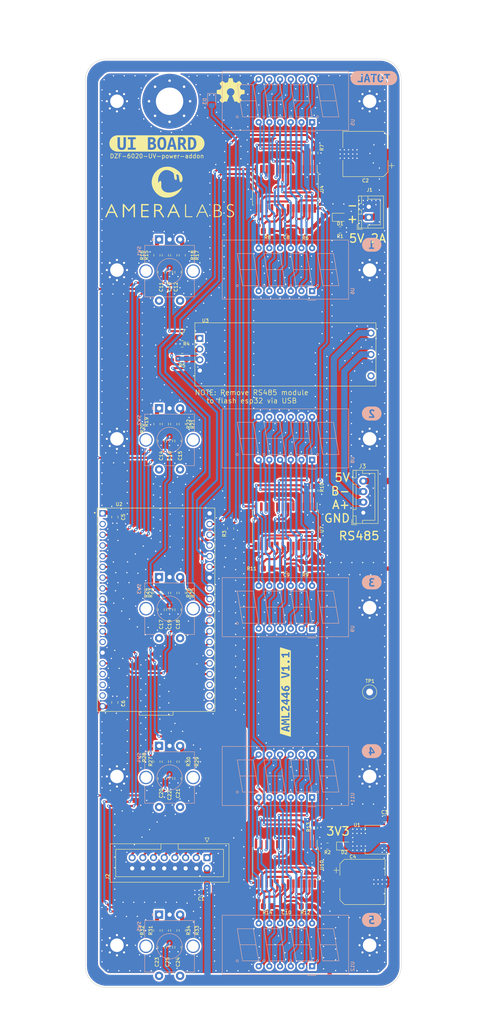
<source format=kicad_pcb>
(kicad_pcb (version 20211014) (generator pcbnew)
  (layers (0 "F.Cu" signal) (31 "B.Cu" signal) (34 "B.Paste" user) (35 "F.Paste" user) (36 "B.SilkS" user "B.Silkscreen") (37 "F.SilkS" user "F.Silkscreen") (38 "B.Mask" user) (39 "F.Mask" user) (44 "Edge.Cuts" user))
  (net 0 "")
  (net 1 "3V3")
  (net 2 "PWM1")
  (net 3 "PWM2")
  (net 4 "PWM3")
  (net 5 "PWM4")
  (net 6 "PWM5")
  (net 7 "SDA")
  (net 8 "SCL")
  (net 9 "GND")
  (net 10 "5V")
  (net 11 "ALERT")
  (net 12 "DIN")
  (net 13 "/E1A")
  (net 14 "/E1B")
  (net 15 "/E2A")
  (net 16 "/E2B")
  (net 17 "/E3A")
  (net 18 "/E3B")
  (net 19 "/E4A")
  (net 20 "/E4B")
  (net 21 "CLK")
  (net 22 "/E5A")
  (net 23 "/E5B")
  (net 24 "/7seg 1-2/CC1")
  (net 25 "/7seg 1-2/CC5")
  (net 26 "/7seg 1-2/CC7")
  (net 27 "/7seg 1-2/CC3")
  (net 28 "/7seg 1-2/CC4")
  (net 29 "/7seg 1-2/CC8")
  (net 30 "/7seg 1-2/CC6")
  (net 31 "/7seg 1-2/CC2")
  (net 32 "/7seg 1-2/S1")
  (net 33 "/7seg 1-2/S6")
  (net 34 "/7seg 1-2/S2")
  (net 35 "/7seg 1-2/S7")
  (net 36 "/7seg 1-2/S3")
  (net 37 "/7seg 1-2/S5")
  (net 38 "/7seg 1-2/S8")
  (net 39 "/7seg 1-2/S4")
  (net 40 "/7seg 1-2/DOUT")
  (net 41 "/7seg 3-4/CC1")
  (net 42 "/7seg 3-4/CC5")
  (net 43 "/7seg 3-4/CC7")
  (net 44 "/7seg 3-4/CC3")
  (net 45 "/7seg 3-4/CC4")
  (net 46 "/7seg 3-4/CC8")
  (net 47 "/7seg 3-4/CC6")
  (net 48 "/7seg 3-4/CC2")
  (net 49 "/7seg 3-4/S1")
  (net 50 "/7seg 3-4/S6")
  (net 51 "/7seg 3-4/S2")
  (net 52 "CS")
  (net 53 "/7seg 3-4/S7")
  (net 54 "/7seg 3-4/S3")
  (net 55 "/7seg 3-4/S5")
  (net 56 "/7seg 3-4/S8")
  (net 57 "/7seg 3-4/S4")
  (net 58 "/7seg 3-4/DOUT")
  (net 59 "/7seg 5-6/CC1")
  (net 60 "/7seg 5-6/CC5")
  (net 61 "/7seg 5-6/CC7")
  (net 62 "/7seg 5-6/CC3")
  (net 63 "/7seg 5-6/CC4")
  (net 64 "/7seg 5-6/CC8")
  (net 65 "/7seg 5-6/CC6")
  (net 66 "/7seg 5-6/CC2")
  (net 67 "/7seg 5-6/S1")
  (net 68 "/7seg 5-6/S6")
  (net 69 "/7seg 5-6/S2")
  (net 70 "/7seg 5-6/S7")
  (net 71 "/7seg 5-6/S3")
  (net 72 "/7seg 5-6/S5")
  (net 73 "/7seg 5-6/S8")
  (net 74 "/7seg 5-6/S4")
  (net 75 "/7seg 5-6/DOUT")
  (net 76 "/TXD")
  (net 77 "/RXD")
  (net 78 "Net-(U2-Pad1)")
  (net 79 "Net-(C8-Pad1)")
  (net 80 "Net-(C9-Pad1)")
  (net 81 "Net-(C10-Pad1)")
  (net 82 "Net-(D1-Pad1)")
  (net 83 "Net-(D2-Pad1)")
  (net 84 "Net-(D3-Pad2)")
  (net 86 "Net-(U3-PadB)")
  (net 87 "Net-(U3-PadA)")
  (net 88 "Net-(R3-Pad1)")
  (net 89 "Net-(R4-Pad2)")
  (net 90 "Net-(R5-Pad2)")
  (net 91 "Net-(R7-Pad2)")
  (net 92 "Net-(R8-Pad1)")
  (net 93 "Net-(R10-Pad2)")
  (net 94 "Net-(R11-Pad1)")
  (net 95 "Net-(R13-Pad2)")
  (net 96 "Net-(R14-Pad1)")
  (net 97 "Net-(R15-Pad1)")
  (net 98 "Net-(R17-Pad1)")
  (net 99 "Net-(R19-Pad1)")
  (net 100 "Net-(R21-Pad1)")
  (net 101 "Net-(R23-Pad1)")
  (net 102 "Net-(R25-Pad1)")
  (net 103 "Net-(R27-Pad1)")
  (net 104 "Net-(R29-Pad1)")
  (net 105 "Net-(R31-Pad1)")
  (net 106 "Net-(R33-Pad1)")
  (footprint "Resistor_SMD:R_0805_2012Metric_Pad1.20x1.40mm_HandSolder" (layer "F.Cu") (at 207.5 216.5)
    (fp_text reference "R2")
    (fp_text value "4k7")
  )
  (footprint "Resistor_SMD:R_0805_2012Metric_Pad1.20x1.40mm_HandSolder" (layer "F.Cu") (at 171 76.5 -90)
    (fp_text reference "R18")
    (fp_text value "1K")
  )
  (footprint "Resistor_SMD:R_0805_2012Metric_Pad1.20x1.40mm_HandSolder" (layer "F.Cu") (at 173 116.5 -90)
    (fp_text reference "R21")
    (fp_text value "100R")
  )
  (footprint "Resistor_SMD:R_0805_2012Metric_Pad1.20x1.40mm_HandSolder" (layer "F.Cu") (at 169 236.5 -90)
    (fp_text reference "R31")
    (fp_text value "1K")
  )
  (footprint "Capacitor_SMD:C_0805_2012Metric_Pad1.18x1.45mm_HandSolder" (layer "F.Cu") (at 172 80.5 90)
    (fp_text reference "C12")
    (fp_text value "100n")
  )
  (footprint "kibuzzard-6736B76D" (layer "F.Cu") (at 197.5 180 90)
    (fp_text reference "kibuzzard-6736B76D" hide)
    (fp_text value "G***" hide)
  )
  (footprint "Resistor_SMD:R_0805_2012Metric_Pad1.20x1.40mm_HandSolder" (layer "F.Cu") (at 171 116.5 -90)
    (fp_text reference "R22")
    (fp_text value "1K")
  )
  (footprint "Resistor_SMD:R_0805_2012Metric_Pad1.20x1.40mm_HandSolder" (layer "F.Cu") (at 210.5 70.5)
    (fp_text reference "R1")
    (fp_text value "10k")
  )
  (footprint "Capacitor_SMD:C_0805_2012Metric_Pad1.18x1.45mm_HandSolder" (layer "F.Cu") (at 170 240.5 -90)
    (fp_text reference "C25")
    (fp_text value "100n")
  )
  (footprint "MountingHole:MountingHole_3.2mm_M3_Pad_Via" (layer "F.Cu") (at 157.5 80)
    (fp_text reference "H9" hide)
    (fp_text value "MountingHole_Pad" hide)
  )
  (footprint "Capacitor_SMD:C_0805_2012Metric_Pad1.18x1.45mm_HandSolder" (layer "F.Cu") (at 173 96)
    (fp_text reference "C7")
    (fp_text value "100n")
  )
  (footprint "Capacitor_SMD:C_0805_2012Metric_Pad1.18x1.45mm_HandSolder" (layer "F.Cu") (at 170 80.5 -90)
    (fp_text reference "C13")
    (fp_text value "100n")
  )
  (footprint "Resistor_SMD:R_0805_2012Metric_Pad1.20x1.40mm_HandSolder" (layer "F.Cu") (at 167 236.5 -90)
    (fp_text reference "R32")
    (fp_text value "100R")
  )
  (footprint "Resistor_SMD:R_0805_2012Metric_Pad1.20x1.40mm_HandSolder" (layer "F.Cu") (at 169 196.5 -90)
    (fp_text reference "R27")
    (fp_text value "1K")
  )
  (footprint "MountingHole:MountingHole_6.5mm_Pad_Via" (layer "F.Cu") (at 170 40)
    (fp_text reference "H12" hide)
    (fp_text value "MountingHole_Pad" hide)
  )
  (footprint "Resistor_SMD:R_0805_2012Metric_Pad1.20x1.40mm_HandSolder" (layer "F.Cu") (at 204.5 52.25 -90)
    (fp_text reference "R7")
    (fp_text value "0")
  )
  (footprint "LED_SMD:LED_0805_2012Metric_Pad1.15x1.40mm_HandSolder" (layer "F.Cu") (at 210.5 67.5)
    (fp_text reference "D1")
    (fp_text value "5V")
  )
  (footprint "Package_SO:SOIC-24W_7.5x15.4mm_P1.27mm" (layer "F.Cu") (at 197.5 220.75 -90)
    (fp_text reference "U10")
    (fp_text value "MAX7219")
  )
  (footprint "Resistor_SMD:R_0805_2012Metric_Pad1.20x1.40mm_HandSolder" (layer "F.Cu") (at 171 156.5 -90)
    (fp_text reference "R26")
    (fp_text value "1K")
  )
  (footprint "Connector_JST:JST_XH_B4B-XH-A_1x04_P2.50mm_Vertical" (layer "F.Cu") (at 216 137.5 90)
    (fp_text reference "J3")
    (fp_text value "RS485")
  )
  (footprint "LED_SMD:LED_0805_2012Metric_Pad1.15x1.40mm_HandSolder" (layer "F.Cu") (at 211.5 216.5)
    (fp_text reference "D2")
    (fp_text value "3V3")
  )
  (footprint "Capacitor_SMD:C_0805_2012Metric_Pad1.18x1.45mm_HandSolder" (layer "F.Cu") (at 172 120.5 90)
    (fp_text reference "C15")
    (fp_text value "100n")
  )
  (footprint "Resistor_SMD:R_0805_2012Metric_Pad1.20x1.40mm_HandSolder" (layer "F.Cu") (at 169 116.5 -90)
    (fp_text reference "R19")
    (fp_text value "1K")
  )
  (footprint "Resistor_SMD:R_0805_2012Metric_Pad1.20x1.40mm_HandSolder" (layer "F.Cu") (at 173 76.5 -90)
    (fp_text reference "R17")
    (fp_text value "100R")
  )
  (footprint "Resistor_SMD:R_0805_2012Metric_Pad1.20x1.40mm_HandSolder" (layer "F.Cu") (at 193.25 230.75)
    (fp_text reference "R14")
    (fp_text value "10K")
  )
  (footprint "Capacitor_SMD:C_0805_2012Metric_Pad1.18x1.45mm_HandSolder" (layer "F.Cu") (at 172 240.5 90)
    (fp_text reference "C24")
    (fp_text value "100n")
  )
  (footprint "Resistor_SMD:R_0805_2012Metric_Pad1.20x1.40mm_HandSolder" (layer "F.Cu") (at 173 101 180)
    (fp_text reference "R5")
    (fp_text value "100R")
  )
  (footprint "Capacitor_SMD:CP_Elec_10x10.5" (layer "F.Cu") (at 215.8 225)
    (fp_text reference "C4")
    (fp_text value "220u")
  )
  (footprint "-local:esp32-devkitc-v4" (layer "F.Cu") (at 166.8 160.5)
    (fp_text reference "U2")
    (fp_text value "esp32-devkitc-v4")
  )
  (footprint "Capacitor_SMD:C_0805_2012Metric_Pad1.18x1.45mm_HandSolder" (layer "F.Cu") (at 197.75 150.75)
    (fp_text reference "C9")
    (fp_text value "100n")
  )
  (footprint "kibuzzard-66DFD37B" (layer "F.Cu") (at 167 50)
    (fp_text reference "kibuzzard-66DFD37B" hide)
    (fp_text value "G***" hide)
  )
  (footprint "Resistor_SMD:R_0805_2012Metric_Pad1.20x1.40mm_HandSolder" (layer "F.Cu") (at 193.25 150.75)
    (fp_text reference "R11")
    (fp_text value "10K")
  )
  (footprint "Capacitor_SMD:C_0805_2012Metric_Pad1.18x1.45mm_HandSolder" (layer "F.Cu") (at 168 80.5 -90)
    (fp_text reference "C11")
    (fp_text value "100n")
  )
  (footprint "Capacitor_SMD:C_0805_2012Metric_Pad1.18x1.45mm_HandSolder" (layer "F.Cu") (at 170 200.5 -90)
    (fp_text reference "C22")
    (fp_text value "100n")
  )
  (footprint "MountingHole:MountingHole_3.2mm_M3_Pad_Via" (layer "F.Cu") (at 157.5 240 -90)
    (fp_text reference "H4" hide)
    (fp_text value "MountingHole_Pad" hide)
  )
  (footprint "MountingHole:MountingHole_3.2mm_M3_Pad_Via" (layer "F.Cu") (at 157.5 200 -90)
    (fp_text reference "H2" hide)
    (fp_text value "MountingHole_Pad" hide)
  )
  (footprint "Resistor_SMD:R_0805_2012Metric_Pad1.20x1.40mm_HandSolder" (layer "F.Cu") (at 173 236.5 -90)
    (fp_text reference "R33")
    (fp_text value "100R")
  )
  (footprint "Capacitor_SMD:C_0805_2012Metric_Pad1.18x1.45mm_HandSolder" (layer "F.Cu") (at 172 160.5 90)
    (fp_text reference "C18")
    (fp_text value "100n")
  )
  (footprint "Resistor_SMD:R_0805_2012Metric_Pad1.20x1.40mm_HandSolder" (layer "F.Cu") (at 204.5 132.25 -90)
    (fp_text reference "R10")
    (fp_text value "0")
  )
  (footprint "Capacitor_SMD:C_0805_2012Metric_Pad1.18x1.45mm_HandSolder" (layer "F.Cu") (at 170 160.5 -90)
    (fp_text reference "C19")
    (fp_text value "100n")
  )
  (footprint "TestPoint:TestPoint_Loop_D2.60mm_Drill1.6mm_Beaded" (layer "F.Cu") (at 217.5 180)
    (fp_text reference "TP1")
    (fp_text value "TP_GND")
  )
  (footprint "MountingHole:MountingHole_3.2mm_M3_Pad_Via" (layer "F.Cu") (at 217.5 200 -90)
    (fp_text reference "H6" hide)
    (fp_text value "MountingHole_Pad" hide)
  )
  (footprint "Resistor_SMD:R_0805_2012Metric_Pad1.20x1.40mm_HandSolder" (layer "F.Cu") (at 202.25 150.75 180)
    (fp_text reference "R9")
    (fp_text value "0")
  )
  (footprint "Resistor_SMD:R_0805_2012Metric_Pad1.20x1.40mm_HandSolder" (layer "F.Cu") (at 184.5 141.25 90)
    (fp_text reference "R3")
    (fp_text value "100R")
  )
  (footprint "Resistor_SMD:R_0805_2012Metric_Pad1.20x1.40mm_HandSolder" (layer "F.Cu") (at 169 156.5 -90)
    (fp_text reference "R23")
    (fp_text value "1K")
  )
  (footprint "Resistor_SMD:R_0805_2012Metric_Pad1.20x1.40mm_HandSolder" (layer "F.Cu") (at 167 76.5 -90)
    (fp_text reference "R16")
    (fp_text value "100R")
  )
  (footprint "-local:RS485-UART" (layer "F.Cu") (at 197.5 100)
    (fp_text reference "U3")
    (fp_text value "RS485-UART")
  )
  (footprint "Resistor_SMD:R_0805_2012Metric_Pad1.20x1.40mm_HandSolder" (layer "F.Cu") (at 169 76.5 -90)
    (fp_text reference "R15")
    (fp_text value "1K")
  )
  (footprint "Connector_IDC:IDC-Header_2x08_P2.54mm_Vertical" (layer "F.Cu") (at 178.89 219.2475 -90)
    (fp_text reference "J2")
    (fp_text value "IDC 2x8")
  )
  (footprint "Resistor_SMD:R_0805_2012Metric_Pad1.20x1.40mm_HandSolder" (layer "F.Cu") (at 173 99)
    (fp_text reference "R4")
    (fp_text value "100R")
  )
  (footprint "Resistor_SMD:R_0805_2012Metric_Pad1.20x1.40mm_HandSolder" (layer "F.Cu") (at 202.25 70.75 180)
    (fp_text reference "R6")
    (fp_text value "0")
  )
  (footprint "Package_SO:SOIC-24W_7.5x15.4mm_P1.27mm" (layer "F.Cu") (at 197.5 60.75 -90)
    (fp_text reference "U4")
    (fp_text value "MAX7219")
  )
  (footprint "Capacitor_SMD:C_0805_2012Metric_Pad1.18x1.45mm_HandSolder" (layer "F.Cu") (at 172 200.5 90)
    (fp_text reference "C21")
    (fp_text value "100n")
  )
  (footprint "Resistor_SMD:R_0805_2012Metric_Pad1.20x1.40mm_HandSolder" (layer "F.Cu") (at 171 196.5 -90)
    (fp_text reference "R30")
    (fp_text value "1K")
  )
  (footprint "Resistor_SMD:R_0805_2012Metric_Pad1.20x1.40mm_HandSolder" (layer "F.Cu") (at 171 236.5 -90)
    (fp_text reference "R34")
    (fp_text value "1K")
  )
  (footprint "Capacitor_SMD:CP_Elec_10x10.5" (layer "F.Cu") (at 216.5 52.5 180)
    (fp_text reference "C2")
    (fp_text value "220u")
  )
  (footprint "Resistor_SMD:R_0805_2012Metric_Pad1.20x1.40mm_HandSolder" (layer "F.Cu") (at 167 196.5 -90)
    (fp_text reference "R28")
    (fp_text value "100R")
  )
  (footprint "Resistor_SMD:R_0805_2012Metric_Pad1.20x1.40mm_HandSolder" (layer "F.Cu") (at 202.25 230.75 180)
    (fp_text reference "R12")
    (fp_text value "0")
  )
  (footprint "Capacitor_SMD:C_0805_2012Metric_Pad1.18x1.45mm_HandSolder" (layer "F.Cu") (at 197.75 230.75)
    (fp_text reference "C10")
    (fp_text value "100n")
  )
  (footprint "Resistor_SMD:R_0805_2012Metric_Pad1.20x1.40mm_HandSolder" (layer "F.Cu") (at 204.4 212.2 -90)
    (fp_text reference "R13")
    (fp_text value "0")
  )
  (footprint "Package_SO:SOIC-24W_7.5x15.4mm_P1.27mm" (layer "F.Cu") (at 197.5 140.75 -90)
    (fp_text reference "U7")
    (fp_text value "MAX7219")
  )
  (footprint "Resistor_SMD:R_0805_2012Metric_Pad1.20x1.40mm_HandSolder" (layer "F.Cu") (at 167 116.5 -90)
    (fp_text reference "R20")
    (fp_text value "100R")
  )
  (footprint "MountingHole:MountingHole_3.2mm_M3_Pad_Via" (layer "F.Cu") (at 217.5 80)
    (fp_text reference "H8" hide)
    (fp_text value "MountingHole_Pad" hide)
  )
  (footprint "Capacitor_SMD:C_0805_2012Metric_Pad1.18x1.45mm_HandSolder" (layer "F.Cu") (at 221.0375 210 180)
    (fp_text reference "C3")
    (fp_text value "100n")
  )
  (footprint "Resistor_SMD:R_0805_2012Metric_Pad1.20x1.40mm_HandSolder" (layer "F.Cu") (at 167 156.5 -90)
    (fp_text reference "R24")
    (fp_text value "100R")
  )
  (footprint "MountingHole:MountingHole_3.2mm_M3_Pad_Via" (layer "F.Cu") (at 217.5 160 -90)
    (fp_text reference "H5" hide)
    (fp_text value "MountingHole_Pad" hide)
  )
  (footprint "Package_TO_SOT_SMD:SOT-223-3_TabPin2" (layer "F.Cu") (at 218.3 215 180)
    (fp_text reference "U1")
    (fp_text value "LM1117-3.3")
  )
  (footprint "Connector_JST:JST_XH_B2B-XH-A_1x02_P2.50mm_Vertical" (layer "F.Cu") (at 217.3 67.5 90)
    (fp_text reference "J1")
    (fp_text value "POWER")
  )
  (footprint "Capacitor_SMD:C_0805_2012Metric_Pad1.18x1.45mm_HandSolder" (layer "F.Cu") (at 168 120.5 -90)
    (fp_text reference "C14")
    (fp_text value "100n")
  )
  (footprint "MountingHole:MountingHole_3.2mm_M3_Pad_Via" (layer "F.Cu") (at 217.5 120)
    (fp_text reference "H10" hide)
    (fp_text value "MountingHole_Pad" hide)
  )
  (footprint "Resistor_SMD:R_0805_2012Metric_Pad1.20x1.40mm_HandSolder" (layer "F.Cu") (at 193.25 70.75)
    (fp_text reference "R8")
    (fp_text value "10K")
  )
  (footprint "Capacitor_SMD:C_0805_2012Metric_Pad1.18x1.45mm_HandSolder" (layer "F.Cu") (at 157 138.5375 90)
    (fp_text reference "C5")
    (fp_text value "100n")
  )
  (footprint "MountingHole:MountingHole_3.2mm_M3_Pad_Via" (layer "F.Cu") (at 157.5 40)
    (fp_text reference "H7" hide)
    (fp_text value "MountingHole_Pad" hide)
  )
  (footprint "Resistor_SMD:R_0805_2012Metric_Pad1.20x1.40mm_HandSolder" (layer "F.Cu") (at 173 156.5 -90)
    (fp_text reference "R25")
    (fp_text value "100R")
  )
  (footprint "Capacitor_SMD:C_0805_2012Metric_Pad1.18x1.45mm_HandSolder" (layer "F.Cu") (at 197.75 70.75)
    (fp_text reference "C8")
    (fp_text value "100n")
  )
  (footprint "Capacitor_SMD:C_0805_2012Metric_Pad1.18x1.45mm_HandSolder" (layer "F.Cu") (at 157 182.4625 90)
    (fp_text reference "C6")
    (fp_text value "100n")
  )
  (footprint "Capacitor_SMD:C_0805_2012Metric_Pad1.18x1.45mm_HandSolder" (layer "F.Cu") (at 168 160.5 -90)
    (fp_text reference "C17")
    (fp_text value "100n")
  )
  (footprint "Capacitor_SMD:C_0805_2012Metric_Pad1.18x1.45mm_HandSolder" (layer "F.Cu") (at 170 120.5 -90)
    (fp_text reference "C16")
    (fp_text value "100n")
  )
  (footprint "Resistor_SMD:R_0805_2012Metric_Pad1.20x1.40mm_HandSolder" (layer "F.Cu") (at 173 196.5 -90)
    (fp_text reference "R29")
    (fp_text value "100R")
  )
  (footprint "Symbol:OSHW-Symbol_6.7x6mm_SilkScreen" (layer "F.Cu") (at 184.5 37.5)
    (fp_text reference "G2" hide)
    (fp_text value "Logo_Open_Hardware_Large" hide)
  )
  (footprint "Capacitor_SMD:C_0805_2012Metric_Pad1.18x1.45mm_HandSolder" (layer "F.Cu") (at 168 240.5 -90)
    (fp_text reference "C23")
    (fp_text value "100n")
  )
  (footprint "-local:logo_ameralab_w_text_30x12_silk" (layer "F.Cu") (at 170 61.5)
    (fp_text reference "G1" hide)
    (fp_text value "logo_w_text" hide)
  )
  (footprint "Capacitor_SMD:C_0805_2012Metric_Pad1.18x1.45mm_HandSolder" (layer "F.Cu") (at 177.5 227.5)
    (fp_text reference "C1")
    (fp_text value "100n")
  )
  (footprint "Capacitor_SMD:C_0805_2012Metric_Pad1.18x1.45mm_HandSolder" (layer "F.Cu") (at 168 200.5 -90)
    (fp_text reference "C20")
    (fp_text value "100n")
  )
  (footprint "MountingHole:MountingHole_3.2mm_M3_Pad_Via" (layer "F.Cu") (at 157.5 120 -90)
    (fp_text reference "H3" hide)
    (fp_text value "MountingHole_Pad" hide)
  )
  (footprint "MountingHole:MountingHole_3.2mm_M3_Pad_Via" (layer "F.Cu") (at 217.5 40)
    (fp_text reference "H11" hide)
    (fp_text value "MountingHole_Pad" hide)
  )
  (footprint "MountingHole:MountingHole_3.2mm_M3_Pad_Via" (layer "F.Cu") (at 217.5 240 -90)
    (fp_text reference "H1" hide)
    (fp_text value "MountingHole_Pad" hide)
  )
  (footprint "LED_SMD:LED_0805_2012Metric_Pad1.15x1.40mm_HandSolder" (layer "B.Cu") (at 180 40 -90)
    (fp_text reference "D3")
    (fp_text value "ANT")
  )
  (footprint "-local:3641AS" (layer "B.Cu") (at 203.85 164.9725 90)
    (fp_text reference "U9")
    (fp_text value "3641AS")
  )
  (footprint "kibuzzard-66DF7589" (layer "B.Cu") (at 218.5 34.5 180)
    (fp_text reference "kibuzzard-66DF7589" hide)
    (fp_text value "G***" hide)
  )
  (footprint "kibuzzard-66DF7601" (layer "B.Cu") (at 218 114 180)
    (fp_text reference "kibuzzard-66DF7601" hide)
    (fp_text value "G***" hide)
  )
  (footprint "kibuzzard-66DF760D" (layer "B.Cu") (at 218 154 180)
    (fp_text reference "kibuzzard-66DF760D" hide)
    (fp_text value "G***" hide)
  )
  (footprint "-local:3641AS" (layer "B.Cu") (at 203.85 84.9725 90)
    (fp_text reference "U6")
    (fp_text value "3641AS")
  )
  (footprint "kibuzzard-66DF7618" (layer "B.Cu") (at 218 194 180)
    (fp_text reference "kibuzzard-66DF7618" hide)
    (fp_text value "G***" hide)
  )
  (footprint "-local:RotaryEncoder_Alps_EC11E-Switch_Vertical_H20mm_CircularMountingHoles" (layer "B.Cu") (at 167.5 232.75 -90)
    (fp_text reference "SW5")
    (fp_text value "RotaryEncoder_Switch")
  )
  (footprint "kibuzzard-66DF7626" (layer "B.Cu") (at 218 234 180)
    (fp_text reference "kibuzzard-66DF7626" hide)
    (fp_text value "G***" hide)
  )
  (footprint "-local:3641AS" (layer "B.Cu") (at 203.85 244.9725 90)
    (fp_text reference "U12")
    (fp_text value "3641AS")
  )
  (footprint "-local:RotaryEncoder_Alps_EC11E-Switch_Vertical_H20mm_CircularMountingHoles" (layer "B.Cu") (at 167.5 152.75 -90)
    (fp_text reference "SW3")
    (fp_text value "RotaryEncoder_Switch")
  )
  (footprint "-local:RotaryEncoder_Alps_EC11E-Switch_Vertical_H20mm_CircularMountingHoles" (layer "B.Cu") (at 167.5 72.75 -90)
    (fp_text reference "SW1")
    (fp_text value "RotaryEncoder_Switch")
  )
  (footprint "-local:RotaryEncoder_Alps_EC11E-Switch_Vertical_H20mm_CircularMountingHoles" (layer "B.Cu") (at 167.5 112.75 -90)
    (fp_text reference "SW2")
    (fp_text value "RotaryEncoder_Switch")
  )
  (footprint "kibuzzard-66DF75FA" (layer "B.Cu") (at 218 74 180)
    (fp_text reference "kibuzzard-66DF75FA" hide)
    (fp_text value "G***" hide)
  )
  (footprint "-local:3641AS" (layer "B.Cu") (at 203.85 204.9725 90)
    (fp_text reference "U11")
    (fp_text value "3641AS")
  )
  (footprint "-local:RotaryEncoder_Alps_EC11E-Switch_Vertical_H20mm_CircularMountingHoles" (layer "B.Cu") (at 167.5 192.75 -90)
    (fp_text reference "SW4")
    (fp_text value "RotaryEncoder_Switch")
  )
  (footprint "-local:3641AS" (layer "B.Cu") (at 203.85 124.9725 90)
    (fp_text reference "U8")
    (fp_text value "3641AS")
  )
  (footprint "-local:3641AS" (layer "B.Cu") (at 203.85 44.9725 90)
    (fp_text reference "U5")
    (fp_text value "3641AS")
  )
  (gr_line (start 220 30) (end 155 30) (layer "Edge.Cuts") (width 0.1))
  (gr_arc (start 225 245) (mid 223.535534 248.535534) (end 220 250) (layer "Edge.Cuts") (width 0.1))
  (gr_line (start 150 35) (end 150 245) (layer "Edge.Cuts") (width 0.1))
  (gr_arc (start 150 35) (mid 151.464466 31.464466) (end 155 30) (layer "Edge.Cuts") (width 0.1))
  (gr_arc (start 220 30) (mid 223.535534 31.464466) (end 225 35) (layer "Edge.Cuts") (width 0.1))
  (gr_line (start 225 245) (end 225 35) (layer "Edge.Cuts") (width 0.1))
  (gr_line (start 155 250) (end 220 250) (layer "Edge.Cuts") (width 0.1))
  (gr_arc (start 155 250) (mid 151.464466 248.535534) (end 150 245) (layer "Edge.Cuts") (width 0.1))
  (gr_text "3V3" (at 210 213) (layer "F.SilkS") (effects (font (size 2 2) (thickness 0.3))))
  (gr_text "RS485" (at 215 143) (layer "F.SilkS") (effects (font (size 2 2) (thickness 0.3))))
  (gr_text "DZF-6020-UV-power-addon" (at 167 53) (layer "F.SilkS") (effects (font (size 1 1))))
  (gr_text "5V 2A" (at 217 72.5) (layer "F.SilkS") (effects (font (size 2 2) (thickness 0.3))))
  (gr_text "NOTE: Remove RS485 module\nto flash esp32 via USB" (at 189.5 110) (layer "F.SilkS") (effects (font (size 1.2 1.2))))
  (gr_text "-\n+" (at 214.84 66.25) (layer "F.SilkS") (effects (font (size 2 2) (thickness 0.3)) (justify right)))
  (gr_text "5V\nB-\nA+\nGND" (at 213 134) (layer "F.SilkS") (effects (font (size 2 2) (thickness 0.3)) (justify right)))
  (segment (start 174.0375 96) (end 176.99 96) (width 1) (layer "F.Cu") (net 1))
  (segment (start 169 203) (end 167.5 204.5) (width 0.5) (layer "F.Cu") (net 1))
  (segment (start 169 237.5) (end 170 237.5) (width 1) (layer "F.Cu") (net 1))
  (segment (start 169 117.5) (end 170 117.5) (width 1) (layer "F.Cu") (net 1))
  (segment (start 170 237.5) (end 171 237.5) (width 1) (layer "F.Cu") (net 1))
  (segment (start 174.0375 95.0375) (end 174.0375 96) (width 0.5) (layer "F.Cu") (net 1))
  (segment (start 173.5 94.5) (end 174.0375 95.0375) (width 0.5) (layer "F.Cu") (net 1))
  (segment (start 169 157.5) (end 170 157.5) (width 1) (layer "F.Cu") (net 1))
  (segment (start 167.5 204.5) (end 153 204.5) (width 0.5) (layer "F.Cu") (net 1))
  (segment (start 170 157.5) (end 171 157.5) (width 1) (layer "F.Cu") (net 1))
  (segment (start 169 197.5) (end 170 197.5) (width 1) (layer "F.Cu") (net 1))
  (segment (start 178.89 227.1475) (end 178.5375 227.5) (width 1.5) (layer "F.Cu") (net 1))
  (segment (start 170 199.4625) (end 170 197.5) (width 1) (layer "F.Cu") (net 1))
  (segment (start 170 77.5) (end 171 77.5) (width 1) (layer "F.Cu") (net 1))
  (segment (start 178.89 221.7875) (end 178.89 225.89) (width 1.5) (layer "F.Cu") (net 1))
  (segment (start 178.89 226.61) (end 178.89 227.1475) (width 1.5) (layer "F.Cu") (net 1))
  (segment (start 165 124.5) (end 153 124.5) (width 0.5) (layer "F.Cu") (net 1))
  (segment (start 170 159.4625) (end 170 157.5) (width 1) (layer "F.Cu") (net 1))
  (segment (start 170 239.4625) (end 170 237.5) (width 1) (layer "F.Cu") (net 1))
  (segment (start 169 77.5) (end 170 77.5) (width 1) (layer "F.Cu") (net 1))
  (segment (start 169 123) (end 166.5 123) (width 0.5) (layer "F.Cu") (net 1))
  (segment (start 170 197.5) (end 171 197.5) (width 1) (layer "F.Cu") (net 1))
  (segment (start 168 83) (end 169 83) (width 0.5) (layer "F.Cu") (net 1))
  (segment (start 170 79.4625) (end 170 77.5) (width 1) (layer "F.Cu") (net 1))
  (segment (start 170 117.5) (end 171 117.5) (width 1) (layer "F.Cu") (net 1))
  (segment (start 166.5 123) (end 165 124.5) (width 0.5) (layer "F.Cu") (net 1))
  (segment (start 176.99 96) (end 177.18 96.19) (width 1) (layer "F.Cu") (net 1))
  (segment (start 153 84.5) (end 166.5 84.5) (width 0.5) (layer "F.Cu") (net 1))
  (segment (start 221.45 215) (end 215.15 215) (width 1.5) (layer "F.Cu") (net 1))
  (segment (start 178.89 225.89) (end 178.89 226.61) (width 1.5) (layer "F.Cu") (net 1))
  (segment (start 166.5 84.5) (end 168 83) (width 0.5) (layer "F.Cu") (net 1))
  (segment (start 170 94.5) (end 173.5 94.5) (width 0.5) (layer "F.Cu") (net 1))
  (segment (start 170 119.4625) (end 170 117.5) (width 1) (layer "F.Cu") (net 1))
  (via (at 213.5 213.5) (size 0.7) (drill 0.3) (layers "F.Cu" "B.Cu") (net 1))
  (via (at 170 239.4625) (size 0.7) (drill 0.3) (layers "F.Cu" "B.Cu") (net 1))
  (via (at 214.5 216.5) (size 0.7) (drill 0.3) (layers "F.Cu" "B.Cu") (net 1))
  (via (at 153 124.5) (size 0.7) (drill 0.3) (layers "F.Cu" "B.Cu") (net 1))
  (via (at 213.5 212.5) (size 0.7) (drill 0.3) (layers "F.Cu" "B.Cu") (net 1))
  (via (at 153 84.5) (size 0.7) (drill 0.3) (layers "F.Cu" "B.Cu") (net 1))
  (via (at 216.5 212.5) (size 0.7) (drill 0.3) (layers "F.Cu" "B.Cu") (net 1))
  (via (at 214.5 217.5) (size 0.7) (drill 0.3) (layers "F.Cu" "B.Cu") (net 1))
  (via (at 216.5 213.5) (size 0.7) (drill 0.3) (layers "F.Cu" "B.Cu") (net 1))
  (via (at 215.5 216.5) (size 0.7) (drill 0.3) (layers "F.Cu" "B.Cu") (net 1))
  (via (at 169 203) (size 0.7) (drill 0.3) (layers "F.Cu" "B.Cu") (net 1))
  (via (at 170 159.4625) (size 0.7) (drill 0.3) (layers "F.Cu" "B.Cu") (net 1))
  (via (at 214.5 212.5) (size 0.7) (drill 0.3) (layers "F.Cu" "B.Cu") (net 1))
  (via (at 213.5 214.5) (size 0.7) (drill 0.3) (layers "F.Cu" "B.Cu") (net 1))
  (via (at 170 119.4625) (size 0.7) (drill 0.3) (layers "F.Cu" "B.Cu") (net 1))
  (via (at 215.5 212.5) (size 0.7) (drill 0.3) (layers "F.Cu" "B.Cu") (net 1))
  (via (at 213.5 217.5) (size 0.7) (drill 0.3) (layers "F.Cu" "B.Cu") (net 1))
  (via (at 169 123) (size 0.7) (drill 0.3) (layers "F.Cu" "B.Cu") (net 1))
  (via (at 179 228.25) (size 0.7) (drill 0.3) (layers "F.Cu" "B.Cu") (net 1))
  (via (at 214.5 213.5) (size 0.7) (drill 0.3) (layers "F.Cu" "B.Cu") (net 1))
  (via (at 179 227.5) (size 0.7) (drill 0.3) (layers "F.Cu" "B.Cu") (net 1))
  (via (at 216.5 216.5) (size 0.7) (drill 0.3) (layers "F.Cu" "B.Cu") (net 1))
  (via (at 170 94.5) (size 0.7) (drill 0.3) (layers "F.Cu" "B.Cu") (net 1))
  (via (at 215.5 213.5) (size 0.7) (drill 0.3) (layers "F.Cu" "B.Cu") (net 1))
  (via (at 213.5 215.5) (size 0.7) (drill 0.3) (layers "F.Cu" "B.Cu") (net 1))
  (via (at 170 79.4625) (size 0.7) (drill 0.3) (layers "F.Cu" "B.Cu") (net 1))
  (via (at 153 204.5) (size 0.7) (drill 0.3) (layers "F.Cu" "B.Cu") (net 1))
  (via (at 169 83) (size 0.7) (drill 0.3) (layers "F.Cu" "B.Cu") (net 1))
  (via (at 213.5 216.5) (size 0.7) (drill 0.3) (layers "F.Cu" "B.Cu") (net 1))
  (via (at 178.89 226.61) (size 0.7) (drill 0.3) (layers "F.Cu" "B.Cu") (net 1))
  (via (at 178.89 225.89) (size 0.7) (drill 0.3) (layers "F.Cu" "B.Cu") (net 1))
  (via (at 216.5 217.5) (size 0.7) (drill 0.3) (layers "F.Cu" "B.Cu") (net 1))
  (via (at 215.5 217.5) (size 0.7) (drill 0.3) (layers "F.Cu" "B.Cu") (net 1))
  (via (at 170 199.4625) (size 0.7) (drill 0.3) (layers "F.Cu" "B.Cu") (net 1))
  (segment (start 165.5 154.5) (end 165.5 149.5) (width 0.5) (layer "B.Cu") (net 1))
  (segment (start 170 246) (end 169 245) (width 0.5) (layer "B.Cu") (net 1))
  (segment (start 179 247) (end 179 228.25) (width 1.5) (layer "B.Cu") (net 1))
  (segment (start 179 227.5) (end 179 226) (width 1.5) (layer "B.Cu") (net 1))
  (segment (start 170 84) (end 170 94.5) (width 0.5) (layer "B.Cu") (net 1))
  (segment (start 169 80.4625) (end 169 83) (width 0.5) (layer "B.Cu") (net 1))
  (segment (start 170 246) (end 170 247.25) (width 0.5) (layer "B.Cu") (net 1))
  (segment (start 169 245) (end 169 240.4625) (width 0.5) (layer "B.Cu") (net 1))
  (segment (start 169 83) (end 170 84) (width 0.5) (layer "B.Cu") (net 1))
  (segment (start 179 226) (end 178.89 225.89) (width 1.5) (layer "B.Cu") (net 1))
  (segment (start 169 120.4625) (end 169 123) (width 0.5) (layer "B.Cu") (net 1))
  (segment (start 170 159) (end 165.5 154.5) (width 0.5) (layer "B.Cu") (net 1))
  (segment (start 170 124) (end 169 123) (width 0.5) (layer "B.Cu") (net 1))
  (segment (start 168.95 146.05) (end 168.95 130.55) (width 0.5) (layer "B.Cu") (net 1))
  (segment (start 165.5 149.5) (end 168.95 146.05) (width 0.5) (layer "B.Cu") (net 1))
  (segment (start 179 228.25) (end 179 227.5) (width 1.5) (layer "B.Cu") (net 1))
  (segment (start 170 159.4625) (end 170 159) (width 0.5) (layer "B.Cu") (net 1))
  (segment (start 169 240.4625) (end 170 239.4625) (width 0.5) (layer "B.Cu") (net 1))
  (segment (start 168.95 130.55) (end 170 129.5) (width 0.5) (layer "B.Cu") (net 1))
  (segment (start 169 200.4625) (end 169 203) (width 0.5) (layer "B.Cu") (net 1))
  (segment (start 170 129.5) (end 170 124) (width 0.5) (layer "B.Cu") (net 1))
  (segment (start 170 119.4625) (end 169 120.4625) (width 0.5) (layer "B.Cu") (net 1))
  (segment (start 170 79.4625) (end 169 80.4625) (width 0.5) (layer "B.Cu") (net 1))
  (segment (start 170 199.4625) (end 169 200.4625) (width 0.5) (layer "B.Cu") (net 1))
  (segment (start 169 210.5) (end 171.5 210.5) (width 0.5) (layer "F.Cu") (net 2))
  (segment (start 171.5 210.5) (end 178.5 203.5) (width 0.5) (layer "F.Cu") (net 2))
  (segment (start 161.11 219.2475) (end 161.11 218.39) (width 0.5) (layer "F.Cu") (net 2))
  (segment (start 161.11 218.39) (end 169 210.5) (width 0.5) (layer "F.Cu") (net 2))
  (segment (start 178.5 193) (end 171 185.5) (width 0.5) (layer "F.Cu") (net 2))
  (segment (start 178.5 203.5) (end 178.5 193) (width 0.5) (layer "F.Cu") (net 2))
  (segment (start 171 171.5) (end 179.45 163.05) (width 0.5) (layer "F.Cu") (net 2))
  (segment (start 179.45 163.05) (end 179.5 163.05) (width 0.5) (layer "F.Cu") (net 2))
  (segment (start 171 185.5) (end 171 171.5) (width 0.5) (layer "F.Cu") (net 2))
  (segment (start 172.5 185) (end 172.5 172.59) (width 0.5) (layer "F.Cu") (net 3))
  (segment (start 163.65 218.85) (end 170.5 212) (width 0.5) (layer "F.Cu") (net 3))
  (segment (start 180 192.5) (end 172.5 185) (width 0.5) (layer "F.Cu") (net 3))
  (segment (start 180 204.5) (end 180 192.5) (width 0.5) (layer "F.Cu") (net 3))
  (segment (start 172.5 172.59) (end 179.5 165.59) (width 0.5) (layer "F.Cu") (net 3))
  (segment (start 170.5 212) (end 172.5 212) (width 0.5) (layer "F.Cu") (net 3))
  (segment (start 163.65 219.2475) (end 163.65 218.85) (width 0.5) (layer "F.Cu") (net 3))
  (segment (start 172.5 212) (end 180 204.5) (width 0.5) (layer "F.Cu") (net 3))
  (segment (start 181.5 205.5) (end 181.5 192) (width 0.5) (layer "F.Cu") (net 4))
  (segment (start 171.5 213.5) (end 173.5 213.5) (width 0.5) (layer "F.Cu") (net 4))
  (segment (start 166.19 219.2475) (end 166.19 218.81) (width 0.5) (layer "F.Cu") (net 4))
  (segment (start 181.5 192) (end 174 184.5) (width 0.5) (layer "F.Cu") (net 4))
  (segment (start 173.5 213.5) (end 181.5 205.5) (width 0.5) (layer "F.Cu") (net 4))
  (segment (start 174 173.63) (end 179.5 168.13) (width 0.5) (layer "F.Cu") (net 4))
  (segment (start 174 184.5) (end 174 173.63) (width 0.5) (layer "F.Cu") (net 4))
  (segment (start 166.19 218.81) (end 171.5 213.5) (width 0.5) (layer "F.Cu") (net 4))
  (segment (start 175.5 184) (end 175.5 176) (width 0.5) (layer "F.Cu") (net 5))
  (segment (start 172.5 215) (end 174.5 215) (width 0.5) (layer "F.Cu") (net 5))
  (segment (start 183 191.5) (end 175.5 184) (width 0.5) (layer "F.Cu") (net 5))
  (segment (start 175.5 176) (end 178.29 173.21) (width 0.5) (layer "F.Cu") (net 5))
  (segment (start 174.5 215) (end 183 206.5) (width 0.5) (layer "F.Cu") (net 5))
  (segment (start 168.73 218.77) (end 172.5 215) (width 0.5) (layer "F.Cu") (net 5))
  (segment (start 183 206.5) (end 183 191.5) (width 0.5) (layer "F.Cu") (net 5))
  (segment (start 178.29 173.21) (end 179.5 173.21) (width 0.5) (layer "F.Cu") (net 5))
  (segment (start 168.73 219.2475) (end 168.73 218.77) (width 0.5) (layer "F.Cu") (net 5))
  (segment (start 173.5 216.5) (end 175.5 216.5) (width 0.5) (layer "F.Cu") (net 6))
  (segment (start 175.5 216.5) (end 184.5 207.5) (width 0.5) (layer "F.Cu") (net 6))
  (segment (start 178.25 175.75) (end 179.5 175.75) (width 0.5) (layer "F.Cu") (net 6))
  (segment (start 184.5 207.5) (end 184.5 191) (width 0.5) (layer "F.Cu") (net 6))
  (segment (start 184.5 191) (end 177 183.5) (width 0.5) (layer "F.Cu") (net 6))
  (segment (start 171.27 218.73) (end 173.5 216.5) (width 0.5) (layer "F.Cu") (net 6))
  (segment (start 177 177) (end 178.25 175.75) (width 0.5) (layer "F.Cu") (net 6))
  (segment (start 177 183.5) (end 177 177) (width 0.5) (layer "F.Cu") (net 6))
  (segment (start 171.27 219.2475) (end 171.27 218.73) (width 0.5) (layer "F.Cu") (net 6))
  (segment (start 186.5 190) (end 186.5 208.5) (width 0.5) (layer "F.Cu") (net 7))
  (segment (start 182.9 186.4) (end 186.5 190) (width 0.5) (layer "F.Cu") (net 7))
  (segment (start 176.35 218.65) (end 176.35 219.2475) (width 0.5) (layer "F.Cu") (net 7))
  (segment (start 179.5 150.35) (end 181.35 150.35) (width 0.5) (layer "F.Cu") (net 7))
  (segment (start 186.5 208.5) (end 176.35 218.65) (width 0.5) (layer "F.Cu") (net 7))
  (segment (start 181.35 150.35) (end 182.9 151.9) (width 0.5) (layer "F.Cu") (net 7))
  (segment (start 182.9 151.9) (end 182.9 186.4) (width 0.5) (layer "F.Cu") (net 7))
  (segment (start 182.23 142.73) (end 184.5 145) (width 0.5) (layer "F.Cu") (net 8))
  (segment (start 179.5 142.73) (end 182.23 142.73) (width 0.5) (layer "F.Cu") (net 8))
  (segment (start 184.5 185.5) (end 188 189) (width 0.5) (layer "F.Cu") (net 8))
  (segment (start 184.5 145) (end 184.5 185.5) (width 0.5) (layer "F.Cu") (net 8))
  (segment (start 188 189) (end 188 210.1375) (width 0.5) (layer "F.Cu") (net 8))
  (segment (start 188 210.1375) (end 178.89 219.2475) (width 0.5) (layer "F.Cu") (net 8))
  (segment (start 168 121.5375) (end 170 121.5375) (width 1) (layer "F.Cu") (net 9))
  (segment (start 172 121.5375) (end 170 121.5375) (width 1) (layer "F.Cu") (net 9))
  (segment (start 168 201.5375) (end 170 201.5375) (width 1) (layer "F.Cu") (net 9))
  (segment (start 168 241.5375) (end 170 241.5375) (width 1) (layer "F.Cu") (net 9))
  (segment (start 172 161.5375) (end 170 161.5375) (width 1) (layer "F.Cu") (net 9))
  (segment (start 168 81.5375) (end 170 81.5375) (width 1) (layer "F.Cu") (net 9))
  (segment (start 168 161.5375) (end 170 161.5375) (width 1) (layer "F.Cu") (net 9))
  (segment (start 172 201.5375) (end 170 201.5375) (width 1) (layer "F.Cu") (net 9))
  (segment (start 172 241.5375) (end 170 241.5375) (width 1) (layer "F.Cu") (net 9))
  (segment (start 172 81.5375) (end 170 81.5375) (width 1) (layer "F.Cu") (net 9))
  (via (at 201.3295 76.495143) (size 0.7) (drill 0.3) (layers "F.Cu" "B.Cu") (net 9))
  (via (at 164.23435 166.43487) (size 0.7) (drill 0.3) (layers "F.Cu" "B.Cu") (net 9))
  (via (at 201.3295 161.897981) (size 0.7) (drill 0.3) (layers "F.Cu" "B.Cu") (net 9))
  (via (at 173.0695 138.322511) (size 0.7) (drill 0.3) (layers "F.Cu" "B.Cu") (net 9))
  (via (at 153.9555 130.618692) (size 0.7) (drill 0.3) (layers "F.Cu" "B.Cu") (net 9))
  (via (at 173.0695 146.12189) (size 0.7) (drill 0.3) (layers "F.Cu" "B.Cu") (net 9))
  (via (at 207.3805 164.679009) (size 0.7) (drill 0.3) (layers "F.Cu" "B.Cu") (net 9))
  (via (at 182.885769 44.466289) (size 0.7) (drill 0.3) (layers "F.Cu" "B.Cu") (net 9))
  (via (at 207.3805 195.180561) (size 0.7) (drill 0.3) (layers "F.Cu" "B.Cu") (net 9))
  (via (at 185.6805 145.859022) (size 0.7) (drill 0.3) (layers "F.Cu" "B.Cu") (net 9))
  (via (at 170 241.5375) (size 0.7) (drill 0.3) (layers "F.Cu" "B.Cu") (net 9))
  (via (at 154.833854 123.3195) (size 0.7) (drill 0.3) (layers "F.Cu" "B.Cu") (net 9))
  (via (at 181.657677 33.9555) (size 0.7) (drill 0.3) (layers "F.Cu" "B.Cu") (net 9))
  (via (at 192.5095 161.088617) (size 0.7) (drill 0.3) (layers "F.Cu" "B.Cu") (net 9))
  (via (at 158.619489 160.820009) (size 0.7) (drill 0.3) (layers "F.Cu" "B.Cu") (net 9))
  (via (at 193.8195 201.820922) (size 0.7) (drill 0.3) (layers "F.Cu" "B.Cu") (net 9))
  (via (at 174.29466 166.53586) (size 0.7) (drill 0.3) (layers "F.Cu" "B.Cu") (net 9))
  (via (at 217.611136 133.480864) (size 0.7) (drill 0.3) (layers "F.Cu" "B.Cu") (net 9))
  (via (at 201.211832 81.718689) (size 0.7) (drill 0.3) (layers "F.Cu" "B.Cu") (net 9))
  (via (at 217.723261 135.788946) (size 0.7) (drill 0.3) (layers "F.Cu" "B.Cu") (net 9))
  (via (at 201.3295 239.196563) (size 0.7) (drill 0.3) (layers "F.Cu" "B.Cu") (net 9))
  (via (at 217.738368 233.4555) (size 0.7) (drill 0.3) (layers "F.Cu" "B.Cu") (net 9))
  (via (at 193.32944 76.818827) (size 0.7) (drill 0.3) (layers "F.Cu" "B.Cu") (net 9))
  (via (at 173.800457 130.780063) (size 0.7) (drill 0.3) (layers "F.Cu" "B.Cu") (net 9))
  (via (at 176.30404 36.066067) (size 0.7) (drill 0.3) (layers "F.Cu" "B.Cu") (net 9))
  (via (at 196.3895 40.754858) (size 0.7) (drill 0.3) (layers "F.Cu" "B.Cu") (net 9))
  (via (at 183.0695 107.215002) (size 0.7) (drill 0.3) (layers "F.Cu" "B.Cu") (net 9))
  (via (at 196.3895 203.294636) (size 0.7) (drill 0.3) (layers "F.Cu" "B.Cu") (net 9))
  (via (at 197.4105 81.767605) (size 0.7) (drill 0.3) (layers "F.Cu" "B.Cu") (net 9))
  (via (at 206.5695 245.598725) (size 0.7) (drill 0.3) (layers "F.Cu" "B.Cu") (net 9))
  (via (at 163.5305 87.614856) (size 0.7) (drill 0.3) (layers "F.Cu" "B.Cu") (net 9))
  (via (at 183.0695 104.624587) (size 0.7) (drill 0.3) (layers "F.Cu" "B.Cu") (net 9))
  (via (at 161.80225 33.9555) (size 0.7) (drill 0.3) (layers "F.Cu" "B.Cu") (net 9))
  (via (at 205.680614 49.885069) (size 0.7) (drill 0.3) (layers "F.Cu" "B.Cu") (net 9))
  (via (at 207.3805 192.638765) (size 0.7) (drill 0.3) (layers "F.Cu" "B.Cu") (net 9))
  (via (at 221.5 218) (size 0.7) (drill 0.3) (layers "F.Cu" "B.Cu") (net 9))
  (via (at 153.9555 238.789841) (size 0.7) (drill 0.3) (layers "F.Cu" "B.Cu") (net 9))
  (via (at 181.555153 218.251827) (size 0.7) (drill 0.3) (layers "F.Cu" "B.Cu") (net 9))
  (via (at 207.3195 118.34237) (size 0.7) (drill 0.3) (layers "F.Cu" "B.Cu") (net 9))
  (via (at 221.0445 161.603135) (size 0.7) (drill 0.3) (layers "F.Cu" "B.Cu") (net 9))
  (via (at 187.091765 212.715215) (size 0.7) (drill 0.3) (layers "F.Cu" "B.Cu") (net 9))
  (via (at 187.6195 185.285062) (size 0.7) (drill 0.3) (layers "F.Cu" "B.Cu") (net 9))
  (via (at 176.332232 203.998288) (size 0.7) (drill 0.3) (layers "F.Cu" "B.Cu") (net 9))
  (via (at 200.044837 166.086223) (size 0.7) (drill 0.3) (layers "F.Cu" "B.Cu") (net 9))
  (via (at 163.5305 95.333808) (size 0.7) (drill 0.3) (layers "F.Cu" "B.Cu") (net 9))
  (via (at 206.2195 92.485716) (size 0.7) (drill 0.3) (layers "F.Cu" "B.Cu") (net 9))
  (via (at 179.5695 77.311783) (size 0.7) (drill 0.3) (layers "F.Cu" "B.Cu") (net 9))
  (via (at 159.269276 125.6805) (size 0.7) (drill 0.3) (layers "F.Cu" "B.Cu") (net 9))
  (via (at 198.40944 79.488827) (size 0.7) (drill 0.3) (layers "F.Cu" "B.Cu") (net 9))
  (via (at 204.6195 109.97216) (size 0.7) (drill 0.3) (layers "F.Cu" "B.Cu") (net 9))
  (via (at 170.1305 137.857205) (size 0.7) (drill 0.3) (layers "F.Cu" "B.Cu") (net 9))
  (via (at 155.157665 169.45572) (size 0.7) (drill 0.3) (layers "F.Cu" "B.Cu") (net 9))
  (via (at 221.0445 116.61564) (size 0.7) (drill 0.3) (layers "F.Cu" "B.Cu") (net 9))
  (via (at 203.6905 76.706726) (size 0.7) (drill 0.3) (layers "F.Cu" "B.Cu") (net 9))
  (via (at 207.3195 120.893955) (size 0.7) (drill 0.3) (layers "F.Cu" "B.Cu") (net 9))
  (via (at 172.5 96.5) (size 0.7) (drill 0.3) (layers "F.Cu" "B.Cu") (net 9))
  (via (at 205.676557 57.279569) (size 0.7) (drill 0.3) (layers "F.Cu" "B.Cu") (net 9))
  (via (at 153.9555 57.794339) (size 0.7) (drill 0.3) (layers "F.Cu" "B.Cu") (net 9))
  (via (at 201.4695 41.735744) (size 0.7) (drill 0.3) (layers "F.Cu" "B.Cu") (net 9))
  (via (at 181.7195 153.117395) (size 0.7) (drill 0.3) (layers "F.Cu" "B.Cu") (net 9))
  (via (at 191.1305 169.50055) (size 0.7) (drill 0.3) (layers "F.Cu" "B.Cu") (net 9))
  (via (at 208.783142 64.3195) (size 0.7) (drill 0.3) (layers "F.Cu" "B.Cu") (net 9))
  (via (at 208.554647 207.594072) (size 0.7) (drill 0.3) (layers "F.Cu" "B.Cu") (net 9))
  (via (at 168 81.5375) (size 0.7) (drill 0.3) (layers "F.Cu" "B.Cu") (net 9))
  (via (at 159.9695 181.299811) (size 0.7) (drill 0.3) (layers "F.Cu" "B.Cu") (net 9))
  (via (at 187.6195 219.271101) (size 0.7) (drill 0.3) (layers "F.Cu" "B.Cu") (net 9))
  (via (at 221.0445 236.397101) (size 0.7) (drill 0.3) (layers "F.Cu" "B.Cu") (net 9))
  (via (at 159.772036 233.1805) (size 0.7) (drill 0.3) (layers "F.Cu" "B.Cu") (net 9))
  (via (at 221.0445 174.312115) (size 0.7) (drill 0.3) (layers "F.Cu" "B.Cu") (net 9))
  (via (at 176.297164 197.813904) (size 0.7) (drill 0.3) (layers "F.Cu" "B.Cu") (net 9))
  (via (at 180.6805 233.324505) (size 0.7) (drill 0.3) (layers "F.Cu" "B.Cu") (net 9))
  (via (at 171.359748 208.970772) (size 0.7) (drill 0.3) (layers "F.Cu" "B.Cu") (net 9))
  (via (at 164.3195 193.999344) (size 0.7) (drill 0.3) (layers "F.Cu" "B.Cu") (net 9))
  (via (at 187.6195 154.53745) (size 0.7) (drill 0.3) (layers "F.Cu" "B.Cu") (net 9))
  (via (at 176.243294 89.676186) (size 0.7) (drill 0.3) (layers "F.Cu" "B.Cu") (net 9))
  (via (at 180.498279 220.461659) (size 0.7) (drill 0.3) (layers "F.Cu" "B.Cu") (net 9))
  (via (at 207.3805 159.595417) (size 0.7) (drill 0.3) (layers "F.Cu" "B.Cu") (net 9))
  (via (at 169.8195 185.29093) (size 0.7) (drill 0.3) (layers "F.Cu" "B.Cu") (net 9))
  (via (at 153.9555 233.640109) (size 0.7) (drill 0.3) (layers "F.Cu" "B.Cu") (net 9))
  (via (at 175.54267 97.547767) (size 0.7) (drill 0.3) (layers "F.Cu" "B.Cu") (net 9))
  (via (at 175.6805 192.562762) (size 0.7) (drill 0.3) (layers "F.Cu" "B.Cu") (net 9))
  (via (at 178.074994 87.844486) (size 0.7) (drill 0.3) (layers "F.Cu" "B.Cu") (net 9))
  (via (at 206.4305 140.408635) (size 0.7) (drill 0.3) (layers "F.Cu" "B.Cu") (net 9))
  (via (at 205.6655 54.688239) (size 0.7) (drill 0.3) (layers "F.Cu" "B.Cu") (net 9))
  (via (at 189.525001 244.538585) (size 0.7) (drill 0.3) (layers "F.Cu" "B.Cu") (net 9))
  (via (at 221.0445 111.51247) (size 0.7) (drill 0.3) (layers "F.Cu" "B.Cu") (net 9))
  (via (at 153.9555 37.295755) (size 0.7) (drill 0.3) (layers "F.Cu" "B.Cu") (net 9))
  (via (at 176 227) (size 0.7) (drill 0.3) (layers "F.Cu" "B.Cu") (net 9))
  (via (at 159.866981 151.7095) (size 0.7) (drill 0.3) (layers "F.Cu" "B.Cu") (net 9))
  (via (at 164.837864 148.492656) (size 0.7) (drill 0.3) (layers "F.Cu" "B.Cu") (net 9))
  (via (at 163.5305 92.760824) (size 0.7) (drill 0.3) (layers "F.Cu" "B.Cu") (net 9))
  (via (at 153.9555 231.065243) (size 0.7) (drill 0.3) (layers "F.Cu" "B.Cu") (net 9))
  (via (at 185.6805 174.044333) (size 0.7) (drill 0.3) (layers "F.Cu" "B.Cu") (net 9))
  (via (at 165.629883 46.009975) (size 0.7) (drill 0.3) (layers "F.Cu" "B.Cu") (net 9))
  (via (at 167.916343 47.137635) (size 0.7) (drill 0.3) (layers "F.Cu" "B.Cu") (net 9))
  (via (at 203.6905 160.906498) (size 0.7) (drill 0.3) (layers "F.Cu" "B.Cu") (net 9))
  (via (at 175.003125 113.422604) (size 0.7) (drill 0.3) (layers "F.Cu" "B.Cu") (net 9))
  (via (at 219.292283 93.91843) (size 0.7) (drill 0.3) (layers "F.Cu" "B.Cu") (net 9))
  (via (at 214.5 53.5) (size 0.7) (drill 0.3) (layers "F.Cu" "B.Cu") (net 9))
  (via (at 220.5 224.5) (size 0.7) (drill 0.3) (layers "F.Cu" "B.Cu") (net 9))
  (via (at 191.3095 240.350441) (size 0.7) (drill 0.3) (layers "F.Cu" "B.Cu") (net 9))
  (via (at 215.216359 152.1805) (size 0.7) (drill 0.3) (layers "F.Cu" "B.Cu") (net 9))
  (via (at 156.9805 219.10197) (size 0.7) (drill 0.3) (layers "F.Cu" "B.Cu") (net 9))
  (via (at 189.9805 99.806102) (size 0.7) (drill 0.3) (layers "F.Cu" "B.Cu") (net 9))
  (via (at 156.706284 125.6805) (size 0.7) (drill 0.3) (layers "F.Cu" "B.Cu") (net 9))
  (via (at 163.1805 184.7241) (size 0.7) (drill 0.3) (layers "F.Cu" "B.Cu") (net 9))
  (via (at 194.66944 197.378827) (size 0.7) (drill 0.3) (layers "F.Cu" "B.Cu") (net 9))
  (via (at 153.9555 111.358739) (size 0.7) (drill 0.3) (layers "F.Cu" "B.Cu") (net 9))
  (via (at 207.3805 205.347745) (size 0.7) (drill 0.3) (layers "F.Cu" "B.Cu") (net 9))
  (via (at 180.720199 146.45454) (size 0.7) (drill 0.3) (layers "F.Cu" "B.Cu") (net 9))
  (via (at 169.126849 229.8195) (size 0.7) (drill 0.3) (layers "F.Cu" "B.Cu") (net 9))
  (via (at 164.3195 191.349187) (size 0.7) (drill 0.3) (layers "F.Cu" "B.Cu") (net 9))
  (via (at 166.694662 97.781984) (size 0.7) (drill 0.3) (layers "F.Cu" "B.Cu") (net 9))
  (via (at 153.9555 187.057326) (size 0.7) (drill 0.3) (layers "F.Cu" "B.Cu") (net 9))
  (via (at 221.0445 204.813667) (size 0.7) (drill 0.3) (layers "F.Cu" "B.Cu") (net 9))
  (via (at 177.071087 122.310578) (size 0.7) (drill 0.3) (layers "F.Cu" "B.Cu") (net 9))
  (via (at 168.753338 204.916142) (size 0.7) (drill 0.3) (layers "F.Cu" "B.Cu") (net 9))
  (via (at 160.018107 149.151373) (size 0.7) (drill 0.3) (layers "F.Cu" "B.Cu") (net 9))
  (via (at 159.9695 110.480367) (size 0.7) (drill 0.3) (layers "F.Cu" "B.Cu") (net 9))
  (via (at 212.650186 233.4555) (size 0.7) (drill 0.3) (layers "F.Cu" "B.Cu") (net 9))
  (via (at 157.401677 123.3195) (size 0.7) (drill 0.3) (layers "F.Cu" "B.Cu") (net 9))
  (via (at 163.1805 190.024386) (size 0.7) (drill 0.3) (layers "F.Cu" "B.Cu") (net 9))
  (via (at 183.010251 150.340771) (size 0.7) (drill 0.3) (layers "F.Cu" "B.Cu") (net 9))
  (via (at 177.2995 124.430035) (size 0.7) (drill 0.3) (layers "F.Cu" "B.Cu") (net 9))
  (via (at 208.5805 88.322455) (size 0.7) (drill 0.3) (layers "F.Cu" "B.Cu") (net 9))
  (via (at 221.0445 244.029374) (size 0.7) (drill 0.3) (layers "F.Cu" "B.Cu") (net 9))
  (via (at 180.774958 143.9105) (size 0.7) (drill 0.3) (layers "F.Cu" "B.Cu") (net 9))
  (via (at 187.6195 221.881085) (size 0.7) (drill 0.3) (layers "F.Cu" "B.Cu") (net 9))
  (via (at 187.6195 180.16046) (size 0.7) (drill 0.3) (layers "F.Cu" "B.Cu") (net 9))
  (via (at 207.827243 33.9555) (size 0.7) (drill 0.3) (layers "F.Cu" "B.Cu") (net 9))
  (via (at 179.470836 56.826672) (size 0.7) (drill 0.3) (layers "F.Cu" "B.Cu") (net 9))
  (via (at 162.721579 78.35375) (size 0.7) (drill 0.3) (layers "F.Cu" "B.Cu") (net 9))
  (via (at 220.505823 34.857105) (size 0.7) (drill 0.3) (layers "F.Cu" "B.Cu") (net 9))
  (via (at 174.411594 91.507886) (size 0.7) (drill 0.3) (layers "F.Cu" "B.Cu") (net 9))
  (via (at 163.5305 115.91768) (size 0.7) (drill 0.3) (layers "F.Cu" "B.Cu") (net 9))
  (via (at 192.5095 80.76586) (size 0.7) (drill 0.3) (layers "F.Cu" "B.Cu") (net 9))
  (via (at 197.5895 243.351081) (size 0.7) (drill 0.3) (layers "F.Cu" "B.Cu") (net 9))
  (via (at 191.571598 113.182857) (size 0.7) (drill 0.3) (layers "F.Cu" "B.Cu") (net 9))
  (via (at 212.674563 152.1805) (size 0.7) (drill 0.3) (layers "F.Cu" "B.Cu") (net 9))
  (via (at 221.0445 47.639008) (size 0.7) (drill 0.3) (layers "F.Cu" "B.Cu") (net 9))
  (via (at 157.5 181) (size 0.7) (drill 0.3) (layers "F.Cu" "B.Cu") (net 9))
  (via (at 207.3805 174.846193) (size 0.7) (drill 0.3) (layers "F.Cu" "B.Cu") (net 9))
  (via (at 155.432019 174.3905) (size 0.7) (drill 0.3) (layers "F.Cu" "B.Cu") (net 9))
  (via (at 156.9805 229.263694) (size 0.7) (drill 0.3) (layers "F.Cu" "B.Cu") (net 9))
  (via (at 207.3195 125.997125) (size 0.7) (drill 0.3) (layers "F.Cu" "B.Cu") (net 9))
  (via (at 169.8195 182.576891) (size 0.7) (drill 0.3) (layers "F.Cu" "B.Cu") (net 9))
  (via (at 164.3195 150.959417) (size 0.7) (drill 0.3) (layers "F.Cu" "B.Cu") (net 9))
  (via (at 183.0695 109.805417) (size 0.7) (drill 0.3) (layers "F.Cu" "B.Cu") (net 9))
  (via (at 183.40069 216.40629) (size 0.7) (drill 0.3) (layers "F.Cu" "B.Cu") (net 9))
  (via (at 201.3295 236.495143) (size 0.7) (drill 0.3) (layers "F.Cu" "B.Cu") (net 9))
  (via (at 166.947672 105.368352) (size 0.7) (drill 0.3) (layers "F.Cu" "B.Cu") (net 9))
  (via (at 197.5895 83.351081) (size 0.7) (drill 0.3) (layers "F.Cu" "B.Cu") (net 9))
  (via (at 221.0445 45.038002) (size 0.7) (drill 0.3) (layers "F.Cu" "B.Cu") (net 9))
  (via (at 176.926524 83.903996) (size 0.7) (drill 0.3) (layers "F.Cu" "B.Cu") (net 9))
  (via (at 178.598958 138.753096) (size 0.7) (drill 0.3) (layers "F.Cu" "B.Cu") (net 9))
  (via (at 202.75 131) (size 0.7) (drill 0.3) (layers "F.Cu" "B.Cu") (net 9))
  (via (at 221.0445 42.436996) (size 0.7) (drill 0.3) (layers "F.Cu" "B.Cu") (net 9))
  (via (at 166.5695 102.905781) (size 0.7) (drill 0.3) (layers "F.Cu" "B.Cu") (net 9))
  (via (at 206.1305 133.158199) (size 0.7) (drill 0.3) (layers "F.Cu" "B.Cu") (net 9))
  (via (at 205.0195 174.151599) (size 0.7) (drill 0.3) (layers "F.Cu" "B.Cu") (net 9))
  (via (at 170 201.5375) (size 0.7) (drill 0.3) (layers "F.Cu" "B.Cu") (net 9))
  (via (at 202.6695 116.152916) (size 0.7) (drill 0.3) (layers "F.Cu" "B.Cu") (net 9))
  (via (at 208.194228 149.3195) (size 0.7) (drill 0.3) (layers "F.Cu" "B.Cu") (net 9))
  (via (at 172 81.5375) (size 0.7) (drill 0.3) (layers "F.Cu" "B.Cu") (net 9))
  (via (at 202.28944 200.858827) (size 0.7) (drill 0.3) (layers "F.Cu" "B.Cu") (net 9))
  (via (at 187.032715 139.569211) (size 0.7) (drill 0.3) (layers "F.Cu" "B.Cu") (net 9))
  (via (at 163.5305 113.344696) (size 0.7) (drill 0.3) (layers "F.Cu" "B.Cu") (net 9))
  (via (at 215 64.5) (size 0.7) (drill 0.3) (layers "F.Cu" "B.Cu") (net 9))
  (via (at 215.848983 149.3195) (size 0.7) (drill 0.3) (layers "F.Cu" "B.Cu") (net 9))
  (via (at 171.776483 245.455403) (size 0.7) (drill 0.3) (layers "F.Cu" "B.Cu") (net 9))
  (via (at 174.535876 205.794644) (size 0.7) (drill 0.3) (layers "F.Cu" "B.Cu") (net 9))
  (via (at 165.938701 202.2654) (size 0.7) (drill 0.3) (layers "F.Cu" "B.Cu") (net 9))
  (via (at 159.9695 92.505606) (size 0.7) (drill 0.3) (layers "F.Cu" "B.Cu") (net 9))
  (via (at 205.549813 97.380707) (size 0.7) (drill 0.3) (layers "F.Cu" "B.Cu") (net 9))
  (via (at 165.551259 73.178025) (size 0.7) (drill 0.3) (layers "F.Cu" "B.Cu") (net 9))
  (via (at 198.9295 42.223524) (size 0.7) (drill 0.3) (layers "F.Cu" "B.Cu") (net 9))
  (via (at 207.3805 154.511825) (size 0.7) (drill 0.3) (layers "F.Cu" "B.Cu") (net 9))
  (via (at 155.405557 143.9105) (size 0.7) (drill 0.3) (layers "F.Cu" "B.Cu") (net 9))
  (via (at 191.3095 237.740457) (size 0.7) (drill 0.3) (layers "F.Cu" "B.Cu") (net 9))
  (via (at 163.1805 187.374243) (size 0.7) (drill 0.3) (layers "F.Cu" "B.Cu") (net 9))
  (via (at 153.9555 194.874243) (size 0.7) (drill 0.3) (layers "F.Cu" "B.Cu") (net 9))
  (via (at 156.5 140) (size 0.7) (drill 0.3) (layers "F.Cu" "B.Cu") (net 9))
  (via (at 155.379155 245.938271) (size 0.7) (drill 0.3) (layers "F.Cu" "B.Cu") (net 9))
  (via (at 182.9305 58.724883) (size 0.7) (drill 0.3) (layers "F.Cu" "B.Cu") (net 9))
  (via (at 201.2905 203.095784) (size 0.7) (drill 0.3) (layers "F.Cu" "B.Cu") (net 9))
  (via (at 185.246228 214.560752) (size 0.7) (drill 0.3) (layers "F.Cu" "B.Cu") (net 9))
  (via (at 196.3895 120.754858) (size 0.7) (drill 0.3) (layers "F.Cu" "B.Cu") (net 9))
  (via (at 192.424831 115.926216) (size 0.7) (drill 0.3) (layers "F.Cu" "B.Cu") (net 9))
  (via (at 159.239927 33.9555) (size 0.7) (drill 0.3) (layers "F.Cu" "B.Cu") (net 9))
  (via (at 164.3195 233.963471) (size 0.7) (drill 0.3) (layers "F.Cu" "B.Cu") (net 9))
  (via (at 181.235815 110.566335) (size 0.7) (drill 0.3) (layers "F.Cu" "B.Cu") (net 9))
  (via (at 159.9695 194.328006) (size 0.7) (drill 0.3) (layers "F.Cu" "B.Cu") (net 9))
  (via (at 180.6805 230.714521) (size 0.7) (drill 0.3) (layers "F.Cu" "B.Cu") (net 9))
  (via (at 153.9555 98.519624) (size 0.7) (drill 0.3) (layers "F.Cu" "B.Cu") (net 9))
  (via (at 188.5695 40.916456) (size 0.7) (drill 0.3) (layers "F.Cu" "B.Cu") (net 9))
  (via (at 182.9305 82.038618) (size 0.7) (drill 0.3) (layers "F.Cu" "B.Cu") (net 9))
  (via (at 177.2995 127.029828) (size 0.7) (drill 0.3) (layers "F.Cu" "B.Cu") (net 9))
  (via (at 171.378314 122.952207) (size 0.7) (drill 0.3) (layers "F.Cu" "B.Cu") (net 9))
  (via (at 203.6905 240.906498) (size 0.7) (drill 0.3) (layers "F.Cu" "B.Cu") (net 9))
  (via (at 158.516654 136.604777) (size 0.7) (drill 0.3) (layers "F.Cu" "B.Cu") (net 9))
  (via (at 179.906694 86.012786) (size 0.7) (drill 0.3) (layers "F.Cu" "B.Cu") (net 9))
  (via (at 204.344744 43.292) (size 0.7) (drill 0.3) (layers "F.Cu" "B.Cu") (net 9))
  (via (at 182.63495 47.55443) (size 0.7) (drill 0.3) (layers "F.Cu" "B.Cu") (net 9))
  (via (at 166.1805 133.313444) (size 0.7) (drill 0.3) (layers "F.Cu" "B.Cu") (net 9))
  (via (at 184.697605 46.278125) (size 0.7) (drill 0.3) (layers "F.Cu" "B.Cu") (net 9))
  (via (at 183.0695 86.491682) (size 0.7) (drill 0.3) (layers "F.Cu" "B.Cu") (net 9))
  (via (at 161.903411 80.665417) (size 0.7) (drill 0.3) (layers "F.Cu" "B.Cu") (net 9))
  (via (at 153.9555 103.65527) (size 0.7) (drill 0.3) (layers "F.Cu" "B.Cu") (net 9))
  (via (at 178.190624 181.915152) (size 0.7) (drill 0.3) (layers "F.Cu" "B.Cu") (net 9))
  (via (at 219.990435 128.3195) (size 0.7) (drill 0.3) (layers "F.Cu" "B.Cu") (net 9))
  (via (at 218.108499 101.76187) (size 0.7) (drill 0.3) (layers "F.Cu" "B.Cu") (net 9))
  (via (at 198.40944 159.488827) (size 0.7) (drill 0.3) (layers "F.Cu" "B.Cu") (net 9))
  (via (at 163.1805 197.974815) (size 0.7) (drill 0.3) (layers "F.Cu" "B.Cu") (net 9))
  (via (at 213.029255 33.9555) (size 0.7) (drill 0.3) (layers "F.Cu" "B.Cu") (net 9))
  (via (at 214.5 52.5) (size 0.7) (drill 0.3) (layers "F.Cu" "B.Cu") (net 9))
  (via (at 157.74102 144.0895) (size 0.7) (drill 0.3) (layers "F.Cu" "B.Cu") (net 9))
  (via (at 159.671121 220.296775) (size 0.7) (drill 0.3) (layers "F.Cu" "B.Cu") (net 9))
  (via (at 194.313623 38.266897) (size 0.7) (drill 0.3) (layers "F.Cu" "B.Cu") (net 9))
  (via (at 204.0695 243.08352) (size 0.7) (drill 0.3) (layers "F.Cu" "B.Cu") (net 9))
  (via (at 179.404115 108.734635) (size 0.7) (drill 0.3) (layers "F.Cu" "B.Cu") (net 9))
  (via (at 166.1805 138.584704) (size 0.7) (drill 0.3) (layers "F.Cu" "B.Cu") (net 9))
  (via (at 205.0195 176.742641) (size 0.7) (drill 0.3) (layers "F.Cu" "B.Cu") (net 9))
  (via (at 206.5695 234.992533) (size 0.7) (drill 0.3) (layers "F.Cu" "B.Cu") (net 9))
  (via (at 165.642713 143.60767) (size 0.7) (drill 0.3) (layers "F.Cu" "B.Cu") (net 9))
  (via (at 182.8695 140.320163) (size 0.7) (drill 0.3) (layers "F.Cu" "B.Cu") (net 9))
  (via (at 220.9555 230.312619) (size 0.7) (drill 0.3) (layers "F.Cu" "B.Cu") (net 9))
  (via (at 161.130688 82.059005) (size 0.7) (drill 0.3) (layers "F.Cu" "B.Cu") (net 9))
  (via (at 204.6195 99.627392) (size 0.7) (drill 0.3) (layers "F.Cu" "B.Cu") (net 9))
  (via (at 163.262436 36.855841) (size 0.7) (drill 0.3) (layers "F.Cu" "B.Cu") (net 9))
  (via (at 153.9555 106.223093) (size 0.7) (drill 0.3) (layers "F.Cu" "B.Cu") (net 9))
  (via (at 200.1295 118.541279) (size 0.7) (drill 0.3) (layers "F.Cu" "B.Cu") (net 9))
  (via (at 156.66102 149.1695) (size 0.7) (drill 0.3) (layers "F.Cu" "B.Cu") (net 9))
  (via (at 202.75 210.25) (size 0.7) (drill 0.3) (layers "F.Cu" "B.Cu") (net 9))
  (via (at 195.058903 239.834245) (size 0.7) (drill 0.3) (layers "F.Cu" "B.Cu") (net 9))
  (via (at 182.9305 63.905713) (size 0.7) (drill 0.3) (layers "F.Cu" "B.Cu") (net 9))
  (via (at 166.694311 129.008879) (size 0.7) (drill 0.3) (layers "F.Cu" "B.Cu") (net 9))
  (via (at 167.7695 133.8932) (size 0.7) (drill 0.3) (layers "F.Cu" "B.Cu") (net 9))
  (via (at 192.5095 83.423405) (size 0.7) (drill 0.3) (layers "F.Cu" "B.Cu") (net 9))
  (via (at 153.9555 108.790916) (size 0.7) (drill 0.3) (layers "F.Cu" "B.Cu") (net 9))
  (via (at 202.6695 196.152914) (size 0.7) (drill 0.3) (layers "F.Cu" "B.Cu") (net 9))
  (via (at 159.9695 105.344721) (size 0.7) (drill 0.3) (layers "F.Cu" "B.Cu") (net 9))
  (via (at 206 216) (size 0.7) (drill 0.3) (layers "F.Cu" "B.Cu") (net 9))
  (via (at 163.1805 173.584903) (size 0.7) (drill 0.3) (layers "F.Cu" "B.Cu") (net 9))
  (via (at 212 70) (size 0.7) (drill 0.3) (layers "F.Cu" "B.Cu") (net 9))
  (via (at 204.82944 201.818827) (size 0.7) (drill 0.3) (layers "F.Cu" "B.Cu") (net 9))
  (via (at 183.0695 89.082097) (size 0.7) (drill 0.3) (layers "F.Cu" "B.Cu") (net 9))
  (via (at 153.9555 241.364707) (size 0.7) (drill 0.3) (layers "F.Cu" "B.Cu") (net 9))
  (via (at 219.0191 96.238906) (size 0.7) (drill 0.3) (layers "F.Cu" "B.Cu") (net 9))
  (via (at 211.5 53.5) (size 0.7) (drill 0.3) (layers "F.Cu" "B.Cu") (net 9))
  (via (at 167.7695 139.16446) (size 0.7) (drill 0.3) (layers "F.Cu" "B.Cu") (net 9))
  (via (at 166.1805 130.677814) (size 0.7) (drill 0.3) (layers "F.Cu" "B.Cu") (net 9))
  (via (at 184.22 33.9555) (size 0.7) (drill 0.3) (layers "F.Cu" "B.Cu") (net 9))
  (via (at 183.131326 145.300806) (size 0.7) (drill 0.3) (layers "F.Cu" "B.Cu") (net 9))
  (via (at 176.72668 102.991842) (size 0.7) (drill 0.3) (layers "F.Cu" "B.Cu") (net 9))
  (via (at 174.000597 242.211086) (size 0.7) (drill 0.3) (layers "F.Cu" "B.Cu") (net 9))
  (via (at 190.069776 76.106383) (size 0.7) (drill 0.3) (layers "F.Cu" "B.Cu") (net 9))
  (via (at 212.5 53.5) (size 0.7) (drill 0.3) (layers "F.Cu" "B.Cu") (net 9))
  (via (at 173.09703 189.3195) (size 0.7) (drill 0.3) (layers "F.Cu" "B.Cu") (net 9))
  (via (at 196.271544 43.29232) (size 0.7) (drill 0.3) (layers "F.Cu" "B.Cu") (net 9))
  (via (at 168 241.5375) (size 0.7) (drill 0.3) (layers "F.Cu" "B.Cu") (net 9))
  (via (at 193.8195 40.789278) (size 0.7) (drill 0.3) (layers "F.Cu" "B.Cu") (net 9))
  (via (at 159.9695 127.543268) (size 0.7) (drill 0.3) (layers "F.Cu" "B.Cu") (net 9))
  (via (at 206.2195 95.071908) (size 0.7) (drill 0.3) (layers "F.Cu" "B.Cu") (net 9))
  (via (at 158.6555 183.197782) (size 0.7) (drill 0.3) (layers "F.Cu" "B.Cu") (net 9))
  (via (at 168.883703 147.785777) (size 0.7) (drill 0.3) (layers "F.Cu" "B.Cu") (net 9))
  (via (at 179.095354 33.9555) (size 0.7) (drill 0.3) (layers "F.Cu" "B.Cu") (net 9))
  (via (at 177.2095 223.56866) (size 0.7) (drill 0.3) (layers "F.Cu" "B.Cu") (net 9))
  (via (at 210.745813 149.3195) (size 0.7) (drill 0.3) (layers "F.Cu" "B.Cu") (net 9))
  (via (at 220.9555 219.31328) (size 0.7) (drill 0.3) (layers "F.Cu" "B.Cu") (net 9))
  (via (at 163.5305 105.625744) (size 0.7) (drill 0.3) (layers "F.Cu" "B.Cu") (net 9))
  (via (at 153.9555 192.268604) (size 0.7) (drill 0.3) (layers "F.Cu" "B.Cu") (net 9))
  (via (at 168 201.5375) (size 0.7) (drill 0.3) (layers "F.Cu" "B.Cu") (net 9))
  (via (at 197.4105 241.767605) (size 0.7) (drill 0.3) (layers "F.Cu" "B.Cu") (net 9))
  (via (at 203.6905 158.055641) (size 0.7) (drill 0.3) (layers "F.Cu" "B.Cu") (net 9))
  (via (at 170.285011 203.011763) (size 0.7) (drill 0.3) (layers "F.Cu" "B.Cu") (net 9))
  (via (at 164.364573 33.9555) (size 0.7) (drill 0.3) (layers "F.Cu" "B.Cu") (net 9))
  (via (at 163.5305 110.771712) (size 0.7) (drill 0.3) (layers "F.Cu" "B.Cu") (net 9))
  (via (at 170.824904 130.346065) (size 0.7) (drill 0.3) (layers "F.Cu" "B.Cu") (net 9))
  (via (at 210.075873 72.113689) (size 0.7) (drill 0.3) (layers "F.Cu" "B.Cu") (net 9))
  (via (at 220.5 225.5) (size 0.7) (drill 0.3) (layers "F.Cu" "B.Cu") (net 9))
  (via (at 178.586749 136.332731) (size 0.7) (drill 0.3) (layers "F.Cu" "B.Cu") (net 9))
  (via (at 153.9555 39.858078) (size 0.7) (drill 0.3) (layers "F.Cu" "B.Cu") (net 9))
  (via (at 200.141494 243.761962) (size 0.7) (drill 0.3) (layers "F.Cu" "B.Cu") (net 9))
  (via (at 221 217.5) (size 0.7) (drill 0.3) (layers "F.Cu" "B.Cu") (net 9))
  (via (at 219.808373 68.568214) (size 0.7) (drill 0.3) (layers "F.Cu" "B.Cu") (net 9))
  (via (at 153.9555 55.232016) (size 0.7) (drill 0.3) (layers "F.Cu" "B.Cu") (net 9))
  (via (at 179.5695 69.624814) (size 0.7) (drill 0.3) (layers "F.Cu" "B.Cu") (net 9))
  (via (at 196.1805 200.726378) (size 0.7) (drill 0.3) (layers "F.Cu" "B.Cu") (net 9))
  (via (at 181.7195 160.86602) (size 0.7) (drill 0.3) (layers "F.Cu" "B.Cu") (net 9))
  (via (at 155.26636 154.199131) (size 0.7) (drill 0.3) (layers "F.Cu" "B.Cu") (net 9))
  (via (at 175.6805 234.510126) (size 0.7) (drill 0.3) (layers "F.Cu" "B.Cu") (net 9))
  (via (at 186.990098 137.13124) (size 0.7) (drill 0.3) (layers "F.Cu" "B.Cu") (net 9))
  (via (at 213.5 52.5) (size 0.7) (drill 0.3) (layers "F.Cu" "B.Cu") (net 9))
  (via (at 185.6805 148.421323) (size 0.7) (drill 0.3) (layers "F.Cu" "B.Cu") (net 9))
  (via (at 153.9555 47.545047) (size 0.7) (drill 0.3) (layers "F.Cu" "B.Cu") (net 9))
  (via (at 218.231267 33.9555) (size 0.7) (drill 0.3) (layers "F.Cu" "B.Cu") (net 9))
  (via (at 159.933828 176.103308) (size 0.7) (drill 0.3) (layers "F.Cu" "B.Cu") (net 9))
  (via (at 177.264794 38.426978) (size 0.7) (drill 0.3) (layers "F.Cu" "B.Cu") (net 9))
  (via (at 172.387509 110.817909) (size 0.7) (drill 0.3) (layers "F.Cu" "B.Cu") (net 9))
  (via (at 185.6805 171.482032) (size 0.7) (drill 0.3) (layers "F.Cu" "B.Cu") (net 9))
  (via (at 159.546802 140.141153) (size 0.7) (drill 0.3) (layers "F.Cu" "B.Cu") (net 9))
  (via (at 208.5805 85.77087) (size 0.7) (drill 0.3) (layers "F.Cu" "B.Cu") (net 9))
  (via (at 167.7695 136.52883) (size 0.7) (drill 0.3) (layers "F.Cu" "B.Cu") (net 9))
  (via (at 185.6805 161.232828) (size 0.7) (drill 0.3) (layers "F.Cu" "B.Cu") (net 9))
  (via (at 207.3805 157.053621) (size 0.7) (drill 0.3) (layers "F.Cu" "B.Cu") (net 9))
  (via (at 191.1305 166.909508) (size 0.7) (drill 0.3) (layers "F.Cu" "B.Cu") (net 9))
  (via (at 187.6195 167.348955) (size 0.7) (drill 0.3) (layers "F.Cu" "B.Cu") (net 9))
  (via (at 167.6805 178.26989) (size 0.7) (drill 0.3) (layers "F.Cu" "B.Cu") (net 9))
  (via (at 194.964831 35.926216) (size 0.7) (drill 0.3) (layers "F.Cu" "B.Cu") (net 9))
  (via (at 162.475024 151.858669) (size 0.7) (drill 0.3) (layers "F.Cu" "B.Cu") (net 9))
  (via (at 153.9555 73.168277) (size 0.7) (drill 0.3) (layers "F.Cu" "B.Cu") (net 9))
  (via (at 205.0195 171.560557) (size 0.7) (drill 0.3) (layers "F.Cu" "B.Cu") (net 9))
  (via (at 160.49111 162.69163) (size 0.7) (drill 0.3) (layers "F.Cu" "B.Cu") (net 9))
  (via (at 168 121.5375) (size 0.7) (drill 0.3) (layers "F.Cu" "B.Cu") (net 9))
  (via (at 205.0305 59.592892) (size 0.7) (drill 0.3) (layers "F.Cu" "B.Cu") (net 9))
  (via (at 198.40944 239.488827) (size 0.7) (drill 0.3) (layers "F.Cu" "B.Cu") (net 9))
  (via (at 155.932799 203.3195) (size 0.7) (drill 0.3) (layers "F.Cu" "B.Cu") (net 9))
  (via (at 207.3805 177.387989) (size 0.7) (drill 0.3) (layers "F.Cu" "B.Cu") (net 9))
  (via (at 173.369318 85.524691) (size 0.7) (drill 0.3) (layers "F.Cu" "B.Cu") (net 9))
  (via (at 153.9555 50.10737) (size 0.7) (drill 0.3) (layers "F.Cu" "B.Cu") (net 9))
  (via (at 191.3095 120.97076) (size 0.7) (drill 0.3) (layers "F.Cu" "B.Cu") (net 9))
  (via (at 168.734125 88.740785) (size 0.7) (drill 0.3) (layers "F.Cu" "B.Cu") (net 9))
  (via (at 174.785015 77.854095) (size 0.7) (drill 0.3) (layers "F.Cu" "B.Cu") (net 9))
  (via (at 168 161.5375) (size 0.7) (drill 0.3) (layers "F.Cu" "B.Cu") (net 9))
  (via (at 207.3805 167.220805) (size 0.7) (drill 0.3) (layers "F.Cu" "B.Cu") (net 9))
  (via (at 180.679755 149.034179) (size 0.7) (drill 0.3) (layers "F.Cu" "B.Cu") (net 9))
  (via (at 197.070736 193.355824) (size 0.7) (drill 0.3) (layers "F.Cu" "B.Cu") (net 9))
  (via (at 168.8195 125.83436) (size 0.7) (drill 0.3) (layers "F.Cu" "B.Cu") (net 9))
  (via (at 173.0695 140.922304) (size 0.7) (drill 0.3) (layers "F.Cu" "B.Cu") (net 9))
  (via (at 209.4305 243.471367) (size 0.7) (drill 0.3) (layers "F.Cu" "B.Cu") (net 9))
  (via (at 154.143292 125.6805) (size 0.7) (drill 0.3) (layers "F.Cu" "B.Cu") (net 9))
  (via (at 221.0445 169.228523) (size 0.7) (drill 0.3) (layers "F.Cu" "B.Cu") (net 9))
  (via (at 158.876639 172.036118) (size 0.7) (drill 0.3) (layers "F.Cu" "B.Cu") (net 9))
  (via (at 177.088289 115.507768) (size 0.7) (drill 0.3) (layers "F.Cu" "B.Cu") (net 9))
  (via (at 221.0445 184.479299) (size 0.7) (drill 0.3) (layers "F.Cu" "B.Cu") (net 9))
  (via (at 202.28944 120.858827) (size 0.7) (drill 0.3) (layers "F.Cu" "B.Cu") (net 9))
  (via (at 163.5305 90.18784) (size 0.7) (drill 0.3) (layers "F.Cu" "B.Cu") (net 9))
  (via (at 202.76764 218.019411) (size 0.7) (drill 0.3) (layers "F.Cu" "B.Cu") (net 9))
  (via (at 221.0445 96.20296) (size 0.7) (drill 0.3) (layers "F.Cu" "B.Cu") (net 9))
  (via (at 216.596457 96.6005) (size 0.7) (drill 0.3) (layers "F.Cu" "B.Cu") (net 9))
  (via (at 205.0195 189.697851) (size 0.7) (drill 0.3) (layers "F.Cu" "B.Cu") (net 9))
  (via (at 180.5 38.5) (size 0.7) (drill 0.3) (layers "F.Cu" "B.Cu") (net 9))
  (via (at 155.320199 141.374541) (size 0.7) (drill 0.3) (layers "F.Cu" "B.Cu") (net 9))
  (via (at 158.538438 203.3195) (size 0.7) (drill 0.3) (layers "F.Cu" "B.Cu") (net 9))
  (via (at 174.873312 157.823085) (size 0.7) (drill 0.3) (layers "F.Cu" "B.Cu") (net 9))
  (via (at 176.18508 94.419597) (size 0.7) (drill 0.3) (layers "F.Cu" "B.Cu") (net 9))
  (via (at 192.3305 79.06767) (size 0.7) (drill 0.3) (layers "F.Cu" "B.Cu") (net 9))
  (via (at 166.939916 240.825473) (size 0.7) (drill 0.3) (layers "F.Cu" "B.Cu") (net 9))
  (via (at 213.1805 111.264253) (size 0.7) (drill 0.3) (layers "F.Cu" "B.Cu") (net 9))
  (via (at 153.9555 236.214975) (size 0.7) (drill 0.3) (layers "F.Cu" "B.Cu") (net 9))
  (via (at 159.9695 191.722367) (size 0.7) (drill 0.3) (layers "F.Cu" "B.Cu") (net 9))
  (via (at 203.832304 220.496112) (size 0.7) (drill 0.3) (layers "F.Cu" "B.Cu") (net 9))
  (via (at 178.111443 80.561822) (size 0.7) (drill 0.3) (layers "F.Cu" "B.Cu") (net 9))
  (via (at 164.3195 196.621385) (size 0.7) (drill 0.3) (layers "F.Cu" "B.Cu") (net 9))
  (via (at 172 161.5375) (size 0.7) (drill 0.3) (layers "F.Cu" "B.Cu") (net 9))
  (via (at 221.0445 189.562891) (size 0.7) (drill 0.3) (layers "F.Cu" "B.Cu") (net 9))
  (via (at 168.963952 209.3195) (size 0.7) (drill 0.3) (layers "F.Cu" "B.Cu") (net 9))
  (via (at 159.9695 135.232244) (size 0.7) (drill 0.3) (layers "F.Cu" "B.Cu") (net 9))
  (via (at 167.6805 186.412007) (size 0.7) (drill 0.3) (layers "F.Cu" "B.Cu") (net 9))
  (via (at 210.790271 206.545343) (size 0.7) (drill 0.3) (layers "F.Cu" "B.Cu") (net 9))
  (via (at 186.9305 50.675155) (size 0.7) (drill 0.3) (layers "F.Cu" "B.Cu") (net 9))
  (via (at 156.190521 172.0295) (size 0.7) (drill 0.3) (layers "F.Cu" "B.Cu") (net 9))
  (via (at 202.879785 113.434204) (size 0.7) (drill 0.3) (layers "F.Cu" "B.Cu") (net 9))
  (via (at 163.673312 157.823085) (size 0.7) (drill 0.3) (layers "F.Cu" "B.Cu") (net 9))
  (via (at 172.47455 84.181883) (size 0.7) (drill 0.3) (layers "F.Cu" "B.Cu") (net 9))
  (via (at 153.9555 65.481308) (size 0.7) (drill 0.3) (layers "F.Cu" "B.Cu") (net 9))
  (via (at 187.6195 224.49108) (size 0.7) (drill 0.3) (layers "F.Cu" "B.Cu") (net 9))
  (via (at 153.9555 62.918985) (size 0.7) (drill 0.3) (layers "F.Cu" "B.Cu") (net 9))
  (via (at 183.3195 148.155113) (size 0.7) (drill 0.3) (layers "F.Cu" "B.Cu") (net 9))
  (via (at 195.412707 166.446486) (size 0.7) (drill 0.3) (layers "F.Cu" "B.Cu") (net 9))
  (via (at 160.512883 246.0445) (size 0.7) (drill 0.3) (layers "F.Cu" "B.Cu") (net 9))
  (via (at 221.0445 126.82198) (size 0.7) (drill 0.3) (layers "F.Cu" "B.Cu") (net 9))
  (via (at 187.6195 169.911256) (size 0.7) (drill 0.3) (layers "F.Cu" "B.Cu") (net 9))
  (via (at 183.363612 49.418936) (size 0.7) (drill 0.3) (layers "F.Cu" "B.Cu") (net 9))
  (via (at 157.938017 246.0445) (size 0.7) (drill 0.3) (layers "F.Cu" "B.Cu") (net 9))
  (via (at 177.3195 233.54954) (size 0.7) (drill 0.3) (layers "F.Cu" "B.Cu") (net 9))
  (via (at 206.2195 89.899524) (size 0.7) (drill 0.3) (layers "F.Cu" "B.Cu") (net 9))
  (via (at 196.271544 123.29232) (size 0.7) (drill 0.3) (layers "F.Cu" "B.Cu") (net 9))
  (via (at 170.700873 80.963689) (size 0.7) (drill 0.3) (layers "F.Cu" "B.Cu") (net 9))
  (via (at 221.0445 197.188279) (size 0.7) (drill 0.3) (layers "F.Cu" "B.Cu") (net 9))
  (via (at 208.5805 95.97721) (size 0.7) (drill 0.3) (layers "F.Cu" "B.Cu") (net 9))
  (via (at 191.1305 182.45576) (size 0.7) (drill 0.3) (layers "F.Cu" "B.Cu") (net 9))
  (via (at 185.6805 156.108226) (size 0.7) (drill 0.3) (layers "F.Cu" "B.Cu") (net 9))
  (via (at 207.3805 190.096969) (size 0.7) (drill 0.3) (layers "F.Cu" "B.Cu") (net 9))
  (via (at 173.86179 125.878034) (size 0.7) (drill 0.3) (layers "F.Cu" "B.Cu") (net 9))
  (via (at 213.332078 206.5445) (size 0.7) (drill 0.3) (layers "F.Cu" "B.Cu") (net 9))
  (via (at 156.5 181) (size 0.7) (drill 0.3) (layers "F.Cu" "B.Cu") (net 9))
  (via (at 212.556897 94.936517) (size 0.7) (drill 0.3) (layers "F.Cu" "B.Cu") (net 9))
  (via (at 211.255816 134.632403) (size 0.7) (drill 0.3) (layers "F.Cu" "B.Cu") (net 9))
  (via (at 156.9805 224.182832) (size 0.7) (drill 0.3) (layers "F.Cu" "B.Cu") (net 9))
  (via (at 210.752654 96.74076) (size 0.7) (drill 0.3) (layers "F.Cu" "B.Cu") (net 9))
  (via (at 172 241.5375) (size 0.7) (drill 0.3) (layers "F.Cu" "B.Cu") (net 9))
  (via (at 219.8195 58.434311) (size 0.7) (drill 0.3) (layers "F.Cu" "B.Cu") (net 9))
  (via (at 182.9305 66.496128) (size 0.7) (drill 0.3) (layers "F.Cu" "B.Cu") (net 9))
  (via (at 153.9555 243.939573) (size 0.7) (drill 0.3) (layers "F.Cu" "B.Cu") (net 9))
  (via (at 166.42433 161.774596) (size 0.7) (drill 0.3) (layers "F.Cu" "B.Cu") (net 9))
  (via (at 180.6805 238.544473) (size 0.7) (drill 0.3) (layers "F.Cu" "B.Cu") (net 9))
  (via (at 189.9805 97.21991) (size 0.7) (drill 0.3) (layers "F.Cu" "B.Cu") (net 9))
  (via (at 172.475077 205.318978) (size 0.7) (drill 0.3) (layers "F.Cu" "B.Cu") (net 9))
  (via (at 159.9695 118.183836) (size 0.7) (drill 0.3) (layers "F.Cu" "B.Cu") (net 9))
  (via (at 189.9805 107.564678) (size 0.7) (drill 0.3) (layers "F.Cu" "B.Cu") (net 9))
  (via (at 220.9555 227.768528) (size 0.7) (drill 0.3) (layers "F.Cu" "B.Cu") (net 9))
  (via (at 188.637805 35.801177) (size 0.7) (drill 0.3) (layers "F.Cu" "B.Cu") (net 9))
  (via (at 211.639863 101.483551) (size 0.7) (drill 0.3) (layers "F.Cu" "B.Cu") (net 9))
  (via (at 217.016562 93.2395) (size 0.7) (drill 0.3) (layers "F.Cu" "B.Cu") (net 9))
  (via (at 172.5 97.5) (size 0.7) (drill 0.3) (layers "F.Cu" "B.Cu") (net 9))
  (via (at 153.9555 116.494385) (size 0.7) (drill 0.3) (layers "F.Cu" "B.Cu") (net 9))
  (via (at 191.164431 38.133185) (size 0.7) (drill 0.3) (layers "F.Cu" "B.Cu") (net 9))
  (via (at 176 228) (size 0.7) (drill 0.3) (layers "F.Cu" "B.Cu") (net 9))
  (via (at 161.879984 240.017391) (size 0.7) (drill 0.3) (layers "F.Cu" "B.Cu") (net 9))
  (via (at 156.747869 158.948389) (size 0.7) (drill 0.3) (layers "F.Cu" "B.Cu") (net 9))
  (via (at 215.630261 33.9555) (size 0.7) (drill 0.3) (layers "F.Cu" "B.Cu") (net 9))
  (via (at 161.649795 216.180725) (size 0.7) (drill 0.3) (layers "F.Cu" "B.Cu") (net 9))
  (via (at 218.031099 98.231168) (size 0.7) (drill 0.3) (layers "F.Cu" "B.Cu") (net 9))
  (via (at 196.237532 86.654673) (size 0.7) (drill 0.3) (layers "F.Cu" "B.Cu") (net 9))
  (via (at 221.0445 179.395707) (size 0.7) (drill 0.3) (layers "F.Cu" "B.Cu") (net 9))
  (via (at 207.3195 108.13603) (size 0.7) (drill 0.3) (layers "F.Cu" "B.Cu") (net 9))
  (via (at 208.5805 78.116115) (size 0.7) (drill 0.3) (layers "F.Cu" "B.Cu") (net 9))
  (via (at 206.5445 227.335343) (size 0.7) (drill 0.3) (layers "F.Cu" "B.Cu") (net 9))
  (via (at 163.5305 97.906792) (size 0.7) (drill 0.3) (layers "F.Cu" "B.Cu") (net 9))
  (via (at 174.116504 93.487287) (size 0.7) (drill 0.3) (layers "F.Cu" "B.Cu") (net 9))
  (via (at 221.0445 159.061339) (size 0.7) (drill 0.3) (layers "F.Cu" "B.Cu") (net 9))
  (via (at 174.668843 122.694535) (size 0.7) (drill 0.3) (layers "F.Cu" "B.Cu") (net 9))
  (via (at 197.4105 161.767606) (size 0.7) (drill 0.3) (layers "F.Cu" "B.Cu") (net 9))
  (via (at 211.5 52.5) (size 0.7) (drill 0.3) (layers "F.Cu" "B.Cu") (net 9))
  (via (at 207.46582 147.597165) (size 0.7) (drill 0.3) (layers "F.Cu" "B.Cu") (net 9))
  (via (at 172.660799 150.821343) (size 0.7) (drill 0.3) (layers "F.Cu" "B.Cu") (net 9))
  (via (at 168.46859 95.927616) (size 0.7) (drill 0.3) (layers "F.Cu" "B.Cu") (net 9))
  (via (at 202.374934 166.313514) (size 0.7) (drill 0.3) (layers "F.Cu" "B.Cu") (net 9))
  (via (at 153.9555 101.087447) (size 0.7) (drill 0.3) (layers "F.Cu" "B.Cu") (net 9))
  (via (at 174.6305 117.816265) (size 0.7) (drill 0.3) (layers "F.Cu" "B.Cu") (net 9))
  (via (at 201.2905 123.095783) (size 0.7) (drill 0.3) (layers "F.Cu" "B.Cu") (net 9))
  (via (at 167.761836 189.092356) (size 0.7) (drill 0.3) (layers "F.Cu" "B.Cu") (net 9))
  (via (at 174.6305 75.588829) (size 0.7) (drill 0.3) (layers "F.Cu" "B.Cu") (net 9))
  (via (at 221.0445 207.355463) (size 0.7) (drill 0.3) (layers "F.Cu" "B.Cu") (net 9))
  (via (at 168.8195 169.01102) (size 0.7) (drill 0.3) (layers "F.Cu" "B.Cu") (net 9))
  (via (at 221.0445 85.99662) (size 0.7) (drill 0.3) (layers "F.Cu" "B.Cu") (net 9))
  (via (at 159.9695 186.511089) (size 0.7) (drill 0.3) (layers "F.Cu" "B.Cu") (net 9))
  (via (at 198.325721 113.186749) (size 0.7) (drill 0.3) (layers "F.Cu" "B.Cu") (net 9))
  (via (at 201.3295 156.495143) (size 0.7) (drill 0.3) (layers "F.Cu" "B.Cu") (net 9))
  (via (at 159.9695 87.36996) (size 0.7) (drill 0.3) (layers "F.Cu" "B.Cu") (net 9))
  (via (at 186.785575 46.8195) (size 0.7) (drill 0.3) (layers "F.Cu" "B.Cu") (net 9))
  (via (at 210.428249 33.9555) (size 0.7) (drill 0.3) (layers "F.Cu" "B.Cu") (net 9))
  (via (at 185.6805 184.293537) (size 0.7) (drill 0.3) (layers "F.Cu" "B.Cu") (net 9))
  (via (at 213.1805 106.161083) (size 0.7) (drill 0.3) (layers "F.Cu" "B.Cu") (net 9))
  (via (at 159.9695 102.776898) (size 0.7) (drill 0.3) (layers "F.Cu" "B.Cu") (net 9))
  (via (at 182.9305 79.448203) (size 0.7) (drill 0.3) (layers "F.Cu" "B.Cu") (net 9))
  (via (at 220.914752 131.6805) (size 0.7) (drill 0.3) (layers "F.Cu" "B.Cu") (net 9))
  (via (at 163.854571 44.181042) (size 0.7) (drill 0.3) (layers "F.Cu" "B.Cu") (net 9))
  (via (at 170.1305 132.657619) (size 0.7) (drill 0.3) (layers "F.Cu" "B.Cu") (net 9))
  (via (at 159.9695 89.937783) (size 0.7) (drill 0.3) (layers "F.Cu" "B.Cu") (net 9))
  (via (at 153.9555 119.062208) (size 0.7) (drill 0.3) (layers "F.Cu" "B.Cu") (net 9))
  (via (at 200.742161 86.557658) (size 0.7) (drill 0.3) (layers "F.Cu" "B.Cu") (net 9))
  (via (at 187.6195 182.722761) (size 0.7) (drill 0.3) (layers "F.Cu" "B.Cu") (net 9))
  (via (at 212.5 51.5) (size 0.7) (drill 0.3) (layers "F.Cu" "B.Cu") (net 9))
  (via (at 206.367622 137.865564) (size 0.7) (drill 0.3) (layers "F.Cu" "B.Cu") (net 9))
  (via (at 174.730334 202.629872) (size 0.7) (drill 0.3) (layers "F.Cu" "B.Cu") (net 9))
  (via (at 188.5695 46.041102) (size 0.7) (drill 0.3) (layers "F.Cu" "B.Cu") (net 9))
  (via (at 188.5695 43.478779) (size 0.7) (drill 0.3) (layers "F.Cu" "B.Cu") (net 9))
  (via (at 164.3195 178.098472) (size 0.7) (drill 0.3) (layers "F.Cu" "B.Cu") (net 9))
  (via (at 211.370732 64.367054) (size 0.7) (drill 0.3) (layers "F.Cu" "B.Cu") (net 9))
  (via (at 167.038863 210.791657) (size 0.7) (drill 0.3) (layers "F.Cu" "B.Cu") (net 9))
  (via (at 187.6195 177.598159) (size 0.7) (drill 0.3) (layers "F.Cu" "B.Cu") (net 9))
  (via (at 180.6805 241.154457) (size 0.7) (drill 0.3) (layers "F.Cu" "B.Cu") (net 9))
  (via (at 221.0445 70.68711) (size 0.7) (drill 0.3) (layers "F.Cu" "B.Cu") (net 9))
  (via (at 211.945549 246.0445) (size 0.7) (drill 0.3) (layers "F.Cu" "B.Cu") (net 9))
  (via (at 191.1305 185.046802) (size 0.7) (drill 0.3) (layers "F.Cu" "B.Cu") (net 9))
  (via (at 204.6195 104.799776) (size 0.7) (drill 0.3) (layers "F.Cu" "B.Cu") (net 9))
  (via (at 201.3295 241.897983) (size 0.7) (drill 0.3) (layers "F.Cu" "B.Cu") (net 9))
  (via (at 185.6805 153.545925) (size 0.7) (drill 0.3) (layers "F.Cu" "B.Cu") (net 9))
  (via (at 153.9555 78.292923) (size 0.7) (drill 0.3) (layers "F.Cu" "B.Cu") (net 9))
  (via (at 175.066238 45.438175) (size 0.7) (drill 0.3) (layers "F.Cu" "B.Cu") (net 9))
  (via (at 185.6805 166.35743) (size 0.7) (drill 0.3) (layers "F.Cu" "B.Cu") (net 9))
  (via (at 189.2845 65.759537) (size 0.7) (drill 0.3) (layers "F.Cu" "B.Cu") (net 9))
  (via (at 180.823114 45.742594) (size 0.7) (drill 0.3) (layers "F.Cu" "B.Cu") (net 9))
  (via (at 206.428426 61.660092) (size 0.7) (drill 0.3) (layers "F.Cu" "B.Cu") (net 9))
  (via (at 159.9695 113.04819) (size 0.7) (drill 0.3) (layers "F.Cu" "B.Cu") (net 9))
  (via (at 221.0445 199.730075) (size 0.7) (drill 0.3) (layers "F.Cu" "B.Cu") (net 9))
  (via (at 220.952153 149.3195) (size 0.7) (drill 0.3) (layers "F.Cu" "B.Cu") (net 9))
  (via (at 221.0445 108.960885) (size 0.7) (drill 0.3) (layers "F.Cu" "B.Cu") (net 9))
  (via (at 213.1805 113.815838) (size 0.7) (drill 0.3) (layers "F.Cu" "B.Cu") (net 9))
  (via (at 213.1805 118.919008) (size 0.7) (drill 0.3) (layers "F.Cu" "B.Cu") (net 9))
  (via (at 168.8195 93.68933) (size 0.7) (drill 0.3) (layers "F.Cu" "B.Cu") (net 9))
  (via (at 159.9695 130.10626) (size 0.7) (drill 0.3) (layers "F.Cu" "B.Cu") (net 9))
  (via (at 153.9555 85.680509) (size 0.7) (drill 0.3) (layers "F.Cu" "B.Cu") (net 9))
  (via (at 153.9555 113.926562) (size 0.7) (drill 0.3) (layers "F.Cu" "B.Cu") (net 9))
  (via (at 197.5895 163.351078) (size 0.7) (drill 0.3) (layers "F.Cu" "B.Cu") (net 9))
  (via (at 170.586993 109.006473) (size 0.7) (drill 0.3) (layers "F.Cu" "B.Cu") (net 9))
  (via (at 208.5805 75.56453) (size 0.7) (drill 0.3) (layers "F.Cu" "B.Cu") (net 9))
  (via (at 221.0445 80.89345) (size 0.7) (drill 0.3) (layers "F.Cu" "B.Cu") (net 9))
  (via (at 200.008036 83.828773) (size 0.7) (drill 0.3) (layers "F.Cu" "B.Cu") (net 9))
  (via (at 220.557848 209.428944) (size 0.7) (drill 0.3) (layers "F.Cu" "B.Cu") (net 9))
  (via (at 181.101854 138.728668) (size 0.7) (drill 0.3) (layers "F.Cu" "B.Cu") (net 9))
  (via (at 206.5695 240.295629) (size 0.7) (drill 0.3) (layers "F.Cu" "B.Cu") (net 9))
  (via (at 221.0445 91.09979) (size 0.7) (drill 0.3) (layers "F.Cu" "B.Cu") (net 9))
  (via (at 189.9695 231.177499) (size 0.7) (drill 0.3) (layers "F.Cu" "B.Cu") (net 9))
  (via (at 207.3805 169.762601) (size 0.7) (drill 0.3) (layers "F.Cu" "B.Cu") (net 9))
  (via (at 185.6805 158.670527) (size 0.7) (drill 0.3) (layers "F.Cu" "B.Cu") (net 9))
  (via (at 159.9695 189.116728) (size 0.7) (drill 0.3) (layers "F.Cu" "B.Cu") (net 9))
  (via (at 153.9555 200.085521) (size 0.7) (drill 0.3) (layers "F.Cu" "B.Cu") (net 9))
  (via (at 213.1805 116.367423) (size 0.7) (drill 0.3) (layers "F.Cu" "B.Cu") (net 9))
  (via (at 187.6195 149.412848) (size 0.7) (drill 0.3) (layers "F.Cu" "B.Cu") (net 9))
  (via (at 170 161.5375) (size 0.7) (drill 0.3) (layers "F.Cu" "B.Cu") (net 9))
  (via (at 207.3195 113.2392) (size 0.7) (drill 0.3) (layers "F.Cu" "B.Cu") (net 9))
  (via (at 218.524138 50.336309) (size 0.7) (drill 0.3) (layers "F.Cu" "B.Cu") (net 9))
  (via (at 205.6655 214.420724) (size 0.7) (drill 0.3) (layers "F.Cu" "B.Cu") (net 9))
  (via (at 200.044831 115.926216) (size 0.7) (drill 0.3) (layers "F.Cu" "B.Cu") (net 9))
  (via (at 191.342968 118.20883) (size 0.7) (drill 0.3) (layers "F.Cu" "B.Cu") (net 9))
  (via (at 174.617904 114.947206) (size 0.7) (drill 0.3) (layers "F.Cu" "B.Cu") (net 9))
  (via (at 165.581848 111.589388) (size 0.7) (drill 0.3) (layers "F.Cu" "B.Cu") (net 9))
  (via (at 156.9805 208.940246) (size 0.7) (drill 0.3) (layers "F.Cu" "B.Cu") (net 9))
  (via (at 221.0445 93.651375) (size 0.7) (drill 0.3) (layers "F.Cu" "B.Cu") (net 9))
  (via (at 218.378481 54.621375) (size 0.7) (drill 0.3) (layers "F.Cu" "B.Cu") (net 9))
  (via (at 215.753077 102.123509) (size 0.7) (drill 0.3) (layers "F.Cu" "B.Cu") (net 9))
  (via (at 218.414489 206.574351) (size 0.7) (drill 0.3) (layers "F.Cu" "B.Cu") (net 9))
  (via (at 183.620409 246.0445) (size 0.7) (drill 0.3) (layers "F.Cu" "B.Cu") (net 9))
  (via (at 176.604532 43.405915) (size 0.7) (drill 0.3) (layers "F.Cu" "B.Cu") (net 9))
  (via (at 161.881779 147.287701) (size 0.7) (drill 0.3) (layers "F.Cu" "B.Cu") (net 9))
  (via (at 217.758155 152.1805) (size 0.7) (drill 0.3) (layers "F.Cu" "B.Cu") (net 9))
  (via (at 198.6105 156.843861) (size 0.7) (drill 0.3) (layers "F.Cu" "B.Cu") (net 9))
  (via (at 198.832557 123.292595) (size 0.7) (drill 0.3) (layers "F.Cu" "B.Cu") (net 9))
  (via (at 221.5 224.5) (size 0.7) (drill 0.3) (layers "F.Cu" "B.Cu") (net 9))
  (via (at 159.9695 115.616013) (size 0.7) (drill 0.3) (layers "F.Cu" "B.Cu") (net 9))
  (via (at 203.6905 79.754033) (size 0.7) (drill 0.3) (layers "F.Cu" "B.Cu") (net 9))
  (via (at 179.5695 79.874106) (size 0.7) (drill 0.3) (layers "F.Cu" "B.Cu") (net 9))
  (via (at 164.3195 180.748615) (size 0.7) (drill 0.3) (layers "F.Cu" "B.Cu") (net 9))
  (via (at 165.5695 114.153293) (size 0.7) (drill 0.3) (layers "F.Cu" "B.Cu") (net 9))
  (via (at 164.566482 205.6805) (size 0.7) (drill 0.3) (layers "F.Cu" "B.Cu") (net 9))
  (via (at 177 228) (size 0.7) (drill 0.3) (layers "F.Cu" "B.Cu") (net 9))
  (via (at 203.6905 238.055641) (size 0.7) (drill 0.3) (layers "F.Cu" "B.Cu") (net 9))
  (via (at 153.9555 135.744676) (size 0.7) (drill 0.3) (layers "F.Cu" "B.Cu") (net 9))
  (via (at 182.9305 76.857788) (size 0.7) (drill 0.3) (layers "F.Cu" "B.Cu") (net 9))
  (via (at 187.6195 164.786654) (size 0.7) (drill 0.3) (layers "F.Cu" "B.Cu") (net 9))
  (via (at 221.0445 136.653922) (size 0.7) (drill 0.3) (layers "F.Cu" "B.Cu") (net 9))
  (via (at 215 63.5) (size 0.7) (drill 0.3) (layers "F.Cu" "B.Cu") (net 9))
  (via (at 189.85331 233.742763) (size 0.7) (drill 0.3) (layers "F.Cu" "B.Cu") (net 9))
  (via (at 170.971364 71.565016) (size 0.7) (drill 0.3) (layers "F.Cu" "B.Cu") (net 9))
  (via (at 168.8195 91.116346) (size 0.7) (drill 0.3) (layers "F.Cu" "B.Cu") (net 9))
  (via (at 213.1805 124.022178) (size 0.7) (drill 0.3) (layers "F.Cu" "B.Cu") (net 9))
  (via (at 187.6195 151.975149) (size 0.7) (drill 0.3) (layers "F.Cu" "B.Cu") (net 9))
  (via (at 166.656331 169.106584) (size 0.7) (drill 0.3) (layers "F.Cu" "B.Cu") (net 9))
  (via (at 153.9555 93.383978) (size 0.7) (drill 0.3) (layers "F.Cu" "B.Cu") (net 9))
  (via (at 171.66728 229.8195) (size 0.7) (drill 0.3) (layers "F.Cu" "B.Cu") (net 9))
  (via (at 213.5 51.5) (size 0.7) (drill 0.3) (layers "F.Cu" "B.Cu") (net 9))
  (via (at 156.677604 33.9555) (size 0.7) (drill 0.3) (layers "F.Cu" "B.Cu") (net 9))
  (via (at 202.4905 198.255686) (size 0.7) (drill 0.3) (layers "F.Cu" "B.Cu") (net 9))
  (via (at 209.4305 246.015458) (size 0.7) (drill 0.3) (layers "F.Cu" "B.Cu") (net 9))
  (via (at 215 65.5) (size 0.7) (drill 0.3) (layers "F.Cu" "B.Cu") (net 9))
  (via (at 205.0195 192.288893) (size 0.7) (drill 0.3) (layers "F.Cu" "B.Cu") (net 9))
  (via (at 213.073521 136.408379) (size 0.7) (drill 0.3) (layers "F.Cu" "B.Cu") (net 9))
  (via (at 221.0445 238.941192) (size 0.7) (drill 0.3) (layers "F.Cu" "B.Cu") (net 9))
  (via (at 204.6195 122.052014) (size 0.7) (drill 0.3) (layers "F.Cu" "B.Cu") (net 9))
  (via (at 187.6195 175.035858) (size 0.7) (drill 0.3) (layers "F.Cu" "B.Cu") (net 9))
  (via (at 180.3195 185.15002) (size 0.7) (drill 0.3) (layers "F.Cu" "B.Cu") (net 9))
  (via (at 211.5 51.5) (size 0.7) (drill 0.3) (layers "F.Cu" "B.Cu") (net 9))
  (via (at 195.0495 82.483801) (size 0.7) (drill 0.3) (layers "F.Cu" "B.Cu") (net 9))
  (via (at 221.0445 241.485283) (size 0.7) (drill 0.3) (layers "F.Cu" "B.Cu") (net 9))
  (via (at 168.719374 70.840421) (size 0.7) (drill 0.3) (layers "F.Cu" "B.Cu") (net 9))
  (via (at 163.446151 214.384369) (size 0.7) (drill 0.3) (layers "F.Cu" "B.Cu") (net 9))
  (via (at 216 65.5) (size 0.7) (drill 0.3) (layers "F.Cu" "B.Cu") (net 9))
  (via (at 197.713378 166.285496) (size 0.7) (drill 0.3) (layers "F.Cu" "B.Cu") (net 9))
  (via (at 164.3195 236.538337) (size 0.7) (drill 0.3) (layers "F.Cu" "B.Cu") (net 9))
  (via (at 197.54901 38.531512) (size 0.7) (drill 0.3) (layers "F.Cu" "B.Cu") (net 9))
  (via (at 159.9695 132.669252) (size 0.7) (drill 0.3) (layers "F.Cu" "B.Cu") (net 9))
  (via (at 178.736038 99.605262) (size 0.7) (drill 0.3) (layers "F.Cu" "B.Cu") (net 9))
  (via (at 153.9555 88.248332) (size 0.7) (drill 0.3) (layers "F.Cu" "B.Cu") (net 9))
  (via (at 216 64.5) (size 0.7) (drill 0.3) (layers "F.Cu" "B.Cu") (net 9))
  (via (at 159.9695 107.912544) (size 0.7) (drill 0.3) (layers "F.Cu" "B.Cu") (net 9))
  (via (at 188.68499 60.868231) (size 0.7) (drill 0.3) (layers "F.Cu" "B.Cu") (net 9))
  (via (at 183.0695 94.262927) (size 0.7) (drill 0.3) (layers "F.Cu" "B.Cu") (net 9))
  (via (at 167.748304 174.3195) (size 0.7) (drill 0.3) (layers "F.Cu" "B.Cu") (net 9))
  (via (at 221.5 217) (size 0.7) (drill 0.3) (layers "F.Cu" "B.Cu") (net 9))
  (via (at 179.024873 43.920216) (size 0.7) (drill 0.3) (layers "F.Cu" "B.Cu") (net 9))
  (via (at 198.6105 76.843862) (size 0.7) (drill 0.3) (layers "F.Cu" "B.Cu") (net 9))
  (via (at 156.615892 83.3195) (size 0.7) (drill 0.3) (layers "F.Cu" "B.Cu") (net 9))
  (via (at 195.86944 77.778827) (size 0.7) (drill 0.3) (layers "F.Cu" "B.Cu") (net 9))
  (via (at 159.9695 178.694172) (size 0.7) (drill 0.3) (layers "F.Cu" "B.Cu") (net 9))
  (via (at 174.326126 82.603373) (size 0.7) (drill 0.3) (layers "F.Cu" "B.Cu") (net 9))
  (via (at 182.9305 74.267373) (size 0.7) (drill 0.3) (layers "F.Cu" "B.Cu") (net 9))
  (via (at 215.492336 98.307934) (size 0.7) (drill 0.3) (layers "F.Cu" "B.Cu") (net 9))
  (via (at 204.6195 107.385968) (size 0.7) (drill 0.3) (layers "F.Cu" "B.Cu") (net 9))
  (via (at 170 81.5375) (size 0.7) (drill 0.3) (layers "F.Cu" "B.Cu") (net 9))
  (via (at 221.0445 192.104687) (size 0.7) (drill 0.3) (layers "F.Cu" "B.Cu") (net 9))
  (via (at 190.051519 236.088597) (size 0.7) (drill 0.3) (layers "F.Cu" "B.Cu") (net 9))
  (via (at 153.9555 202.69116) (size 0.7) (drill 0.3) (layers "F.Cu" "B.Cu") (net 9))
  (via (at 220 63.5) (size 0.7) (drill 0.3) (layers "F.Cu" "B.Cu") (net 9))
  (via (at 213.444105 99.679308) (size 0.7) (drill 0.3) (layers "F.Cu" "B.Cu") (net 9))
  (via (at 213.407788 129.031202) (size 0.7) (drill 0.3) (layers "F.Cu" "B.Cu") (net 9))
  (via (at 185.175875 143.763689) (size 0.7) (drill 0.3) (layers "F.Cu" "B.Cu") (net 9))
  (via (at 207.3805 202.805949) (size 0.7) (drill 0.3) (layers "F.Cu" "B.Cu") (net 9))
  (via (at 209.451573 132.82816) (size 0.7) (drill 0.3) (layers "F.Cu" "B.Cu") (net 9))
  (via (at 182.563388 132.356092) (size 0.7) (drill 0.3) (layers "F.Cu" "B.Cu") (net 9))
  (via (at 173.0695 148.721683) (size 0.7) (drill 0.3) (layers "F.Cu" "B.Cu") (net 9))
  (via (at 163.138671 206.829949) (size 0.7) (drill 0.3) (layers "F.Cu" "B.Cu") (net 9))
  (via (at 176.515304 242.614668) (size 0.7) (drill 0.3) (layers "F.Cu" "B.Cu") (net 9))
  (via (at 193.6705 122.86543) (size 0.7) (drill 0.3) (layers "F.Cu" "B.Cu") (net 9))
  (via (at 189.9805 110.15087) (size 0.7) (drill 0.3) (layers "F.Cu" "B.Cu") (net 9))
  (via (at 153.9555 42.420401) (size 0.7) (drill 0.3) (layers "F.Cu" "B.Cu") (net 9))
  (via (at 159.9695 123.3195) (size 0.7) (drill 0.3) (layers "F.Cu" "B.Cu") (net 9))
  (via (at 175.638789 128.941732) (size 0.7) (drill 0.3) (layers "F.Cu" "B.Cu") (net 9))
  (via (at 166.166263 70.877224) (size 0.7) (drill 0.3) (layers "F.Cu" "B.Cu") (net 9))
  (via (at 195.058903 79.834245) (size 0.7) (drill 0.3) (layers "F.Cu" "B.Cu") (net 9))
  (via (at 193.642495 43.291154) (size 0.7) (drill 0.3) (layers "F.Cu" "B.Cu") (net 9))
  (via (at 153.9555 189.662965) (size 0.7) (drill 0.3) (layers "F.Cu" "B.Cu") (net 9))
  (via (at 164.623195 203.3195) (size 0.7) (drill 0.3) (layers "F.Cu" "B.Cu") (net 9))
  (via (at 219.5 224.5) (size 0.7) (drill 0.3) (layers "F.Cu" "B.Cu") (net 9))
  (via (at 213.1805 126.573763) (size 0.7) (drill 0.3) (layers "F.Cu" "B.Cu") (net 9))
  (via (at 212.5 52.5) (size 0.7) (drill 0.3) (layers "F.Cu" "B.Cu") (net 9))
  (via (at 179.5 38.5) (size 0.7) (drill 0.3) (layers "F.Cu" "B.Cu") (net 9))
  (via (at 180.7202 159.15454) (size 0.7) (drill 0.3) (layers "F.Cu" "B.Cu") (net 9))
  (via (at 195.86944 237.778827) (size 0.7) (drill 0.3) (layers "F.Cu" "B.Cu") (net 9))
  (via (at 159.01045 157.84097) (size 0.7) (drill 0.3) (layers "F.Cu" "B.Cu") (net 9))
  (via (at 186.230393 246.0445) (size 0.7) (drill 0.3) (layers "F.Cu" "B.Cu") (net 9))
  (via (at 217.5695 52.381138) (size 0.7) (drill 0.3) (layers "F.Cu" "B.Cu") (net 9))
  (via (at 197.504831 115.926216) (size 0.7) (drill 0.3) (layers "F.Cu" "B.Cu") (net 9))
  (via (at 196.072687 113.134326) (size 0.7) (drill 0.3) (layers "F.Cu" "B.Cu") (net 9))
  (via (at 157.5 140) (size 0.7) (drill 0.3) (layers "F.Cu" "B.Cu") (net 9))
  (via (at 207.3195 105.584445) (size 0.7) (drill 0.3) (layers "F.Cu" "B.Cu") (net 9))
  (via (at 180.612947 225.509889) (size 0.7) (drill 0.3) (layers "F.Cu" "B.Cu") (net 9))
  (via (at 221.0445 75.79028) (size 0.7) (drill 0.3) (layers "F.Cu" "B.Cu") (net 9))
  (via (at 180.6805 235.934489) (size 0.7) (drill 0.3) (layers "F.Cu" "B.Cu") (net 9))
  (via (at 183.0695 51.90505) (size 0.7) (drill 0.3) (layers "F.Cu" "B.Cu") (net 9))
  (via (at 164.3195 186.048901) (size 0.7) (drill 0.3) (layers "F.Cu" "B.Cu") (net 9))
  (via (at 206.5695 237.644081) (size 0.7) (drill 0.3) (layers "F.Cu" "B.Cu") (net 9))
  (via (at 153.9555 60.356662) (size 0.7) (drill 0.3) (layers "F.Cu" "B.Cu") (net 9))
  (via (at 207.3805 162.137213) (size 0.7) (drill 0.3) (layers "F.Cu" "B.Cu") (net 9))
  (via (at 185.6805 163.795129) (size 0.7) (drill 0.3) (layers "F.Cu" "B.Cu") (net 9))
  (via (at 156.9805 211.480677) (size 0.7) (drill 0.3) (layers "F.Cu" "B.Cu") (net 9))
  (via (at 170.1305 135.257412) (size 0.7) (drill 0.3) (layers "F.Cu" "B.Cu") (net 9))
  (via (at 202.6695 38.892031) (size 0.7) (drill 0.3) (layers "F.Cu" "B.Cu") (net 9))
  (via (at 189.9805 86.875142) (size 0.7) (drill 0.3) (layers "F.Cu" "B.Cu") (net 9))
  (via (at 220.06 232.612502) (size 0.7) (drill 0.3) (layers "F.Cu" "B.Cu") (net 9))
  (via (at 221.5 225.5) (size 0.7) (drill 0.3) (layers "F.Cu" "B.Cu") (net 9))
  (via (at 191.1305 179.864718) (size 0.7) (drill 0.3) (layers "F.Cu" "B.Cu") (net 9))
  (via (at 167.6805 180.983929) (size 0.7) (drill 0.3) (layers "F.Cu" "B.Cu") (net 9))
  (via (at 180.923834 154.502865) (size 0.7) (drill 0.3) (layers "F.Cu" "B.Cu") (net 9))
  (via (at 190.9305 123.243274) (size 0.7) (drill 0.3) (layers "F.Cu" "B.Cu") (net 9))
  (via (at 216 63.5) (size 0.7) (drill 0.3) (layers "F.Cu" "B.Cu") (net 9))
  (via (at 174.144417 128.269925) (size 0.7) (drill 0.3) (layers "F.Cu" "B.Cu") (net 9))
  (via (at 171.5 97.5) (size 0.7) (drill 0.3) (layers "F.Cu" "B.Cu") (net 9))
  (via (at 202.6695 57.980554) (size 0.7) (drill 0.3) (layers "F.Cu" "B.Cu") (net 9))
  (via (at 175.114688 85.715832) (size 0.7) (drill 0.3) (layers "F.Cu" "B.Cu") (net 9))
  (via (at 221.0445 134.102337) (size 0.7) (drill 0.3) (layers "F.Cu" "B.Cu") (net 9))
  (via (at 157.752076 154.0705) (size 0.7) (drill 0.3) (layers "F.Cu" "B.Cu") (net 9))
  (via (at 221.0445 50.240014) (size 0.7) (drill 0.3) (layers "F.Cu" "B.Cu") (net 9))
  (via (at 204.634143 41.53947) (size 0.7) (drill 0.3) (layers "F.Cu" "B.Cu") (net 9))
  (via (at 191.1305 174.682634) (size 0.7) (drill 0.3) (layers "F.Cu" "B.Cu") (net 9))
  (via (at 165.662615 246.0445) (size 0.7) (drill 0.3) (layers "F.Cu" "B.Cu") (net 9))
  (via (at 214.479714 93.302237) (size 0.7) (drill 0.3) (layers "F.Cu" "B.Cu") (net 9))
  (via (at 181.738394 84.181086) (size 0.7) (drill 0.3) (layers "F.Cu" "B.Cu") (net 9))
  (via (at 207.3805 172.304397) (size 0.7) (drill 0.3) (layers "F.Cu" "B.Cu") (net 9))
  (via (at 171.371508 88.822302) (size 0.7) (drill 0.3) (layers "F.Cu" "B.Cu") (net 9))
  (via (at 189.881015 228.58049) (size 0.7) (drill 0.3) (layers "F.Cu" "B.Cu") (net 9))
  (via (at 221.0445 171.770319) (size 0.7) (drill 0.3) (layers "F.Cu" "B.Cu") (net 9))
  (via (at 181.1805 42.610311) (size 0.7) (drill 0.3) (layers "F.Cu" "B.Cu") (net 9))
  (via (at 207.3195 110.687615) (size 0.7) (drill 0.3) (layers "F.Cu" "B.Cu") (net 9))
  (via (at 204.0695 163.08352) (size 0.7) (drill 0.3) (layers "F.Cu" "B.Cu") (net 9))
  (via (at 156.9805 221.642401) (size 0.7) (drill 0.3) (layers "F.Cu" "B.Cu") (net 9))
  (via (at 197.54901 118.531512) (size 0.7) (drill 0.3) (layers "F.Cu" "B.Cu") (net 9))
  (via (at 205.0195 184.515767) (size 0.7) (drill 0.3) (layers "F.Cu" "B.Cu") (net 9))
  (via (at 159.9695 95.073429) (size 0.7) (drill 0.3) (layers "F.Cu" "B.Cu") (net 9))
  (via (at 153.9555 133.181684) (size 0.7) (drill 0.3) (layers "F.Cu" "B.Cu") (net 9))
  (via (at 153.9555 68.043631) (size 0.7) (drill 0.3) (layers "F.Cu" "B.Cu") (net 9))
  (via (at 192.366473 163.808383) (size 0.7) (drill 0.3) (layers "F.Cu" "B.Cu") (net 9))
  (via (at 220.5 218) (size 0.7) (drill 0.3) (layers "F.Cu" "B.Cu") (net 9))
  (via (at 183.0695 91.672512) (size 0.7) (drill 0.3) (layers "F.Cu" "B.Cu") (net 9))
  (via (at 170 121.5375) (size 0.7) (drill 0.3) (layers "F.Cu" "B.Cu") (net 9))
  (via (at 208.5805 90.87404) (size 0.7) (drill 0.3) (layers "F.Cu" "B.Cu") (net 9))
  (via (at 207.3195 123.44554) (size 0.7) (drill 0.3) (layers "F.Cu" "B.Cu") (net 9))
  (via (at 167.834618 245.220051) (size 0.7) (drill 0.3) (layers "F.Cu" "B.Cu") (net 9))
  (via (at 156.523314 85.6805) (size 0.7) (drill 0.3) (layers "F.Cu" "B.Cu") (net 9))
  (via (at 161.505556 229.8195) (size 0.7) (drill 0.3) (layers "F.Cu" "B.Cu") (net 9))
  (via (at 179.5695 61.937845) (size 0.7) (drill 0.3) (layers "F.Cu" "B.Cu") (net 9))
  (via (at 177.3195 193.48898) (size 0.7) (drill 0.3) (layers "F.Cu" "B.Cu") (net 9))
  (via (at 177.3195 196.531392) (size 0.7) (drill 0.3) (layers "F.Cu" "B.Cu") (net 9))
  (via (at 217.457593 69.2805) (size 0.7) (drill 0.3) (layers "F.Cu" "B.Cu") (net 9))
  (via (at 208.5805 73.012945) (size 0.7) (drill 0.3) (layers "F.Cu" "B.Cu") (net 9))
  (via (at 163.1805 182.073957) (size 0.7) (drill 0.3) (layers "F.Cu" "B.Cu") (net 9))
  (via (at 164.3195 188.699044) (size 0.7) (drill 0.3) (layers "F.Cu" "B.Cu") (net 9))
  (via (at 201.615329 193.159729) (size 0.7) (drill 0.3) (layers "F.Cu" "B.Cu") (net 9))
  (via (at 215.873874 206.5445) (size 0.7) (drill 0.3) (layers "F.Cu" "B.Cu") (net 9))
  (via (at 189.9805 92.047526) (size 0.7) (drill 0.3) (layers "F.Cu" "B.Cu") (net 9))
  (via (at 213.5 53.5) (size 0.7) (drill 0.3) (layers "F.Cu" "B.Cu") (net 9))
  (via (at 221.0445 124.270395) (size 0.7) (drill 0.3) (layers "F.Cu" "B.Cu") (net 9))
  (via (at 205.0305 47.507275) (size 0.7) (drill 0.3) (layers "F.Cu" "B.Cu") (net 9))
  (via (at 215.003659 68.9305) (size 0.7) (drill 0.3) (layers "F.Cu" "B.Cu") (net 9))
  (via (at 176.533031 33.9555) (size 0.7) (drill 0.3) (layers "F.Cu" "B.Cu") (net 9))
  (via (at 156.278598 136.004776) (size 0.7) (drill 0.3) (layers "F.Cu" "B.Cu") (net 9))
  (via (at 207.3195 115.790785) (size 0.7) (drill 0.3) (layers "F.Cu" "B.Cu") (net 9))
  (via (at 184.5695 138.7195) (size 0.7) (drill 0.3) (layers "F.Cu" "B.Cu") (net 9))
  (via (at 193.7095 236.495143) (size 0.7) (drill 0.3) (layers "F.Cu" "B.Cu") (net 9))
  (via (at 171.1805 85.629311) (size 0.7) (drill 0.3) (layers "F.Cu" "B.Cu") (net 9))
  (via (at 156.9805 216.561539) (size 0.7) (drill 0.3) (layers "F.Cu" "B.Cu") (net 9))
  (via (at 203.48944 82.758827) (size 0.7) (drill 0.3) (layers "F.Cu" "B.Cu") (net 9))
  (via (at 167.765984 110.8195) (size 0.7) (drill 0.3) (layers "F.Cu" "B.Cu") (net 9))
  (via (at 176.491309 173.339211) (size 0.7) (drill 0.3) (layers "F.Cu" "B.Cu") (net 9))
  (via (at 165.566682 167.258011) (size 0.7) (drill 0.3) (layers "F.Cu" "B.Cu") (net 9))
  (via (at 220.5 217) (size 0.7) (drill 0.3) (layers "F.Cu" "B.Cu") (net 9))
  (via (at 163.1805 179.423814) (size 0.7) (drill 0.3) (layers "F.Cu" "B.Cu") (net 9))
  (via (at 170.1805 244.259225) (size 0.7) (drill 0.3) (layers "F.Cu" "B.Cu") (net 9))
  (via (at 175.684517 237.050274) (size 0.7) (drill 0.3) (layers "F.Cu" "B.Cu") (net 9))
  (via (at 202.76764 138.019411) (size 0.7) (drill 0.3) (layers "F.Cu" "B.Cu") (net 9))
  (via (at 180.6805 243.764441) (size 0.7) (drill 0.3) (layers "F.Cu" "B.Cu") (net 9))
  (via (at 221.0445 114.064055) (size 0.7) (drill 0.3) (layers "F.Cu" "B.Cu") (net 9))
  (via (at 207.3805 182.471581) (size 0.7) (drill 0.3) (layers "F.Cu" "B.Cu") (net 9))
  (via (at 186.9305 53.630953) (size 0.7) (drill 0.3) (layers "F.Cu" "B.Cu") (net 9))
  (via (at 192.424831 35.926216) (size 0.7) (drill 0.3) (layers "F.Cu" "B.Cu") (net 9))
  (via (at 167.8195 171.516672) (size 0.7) (drill 0.3) (layers "F.Cu" "B.Cu") (net 9))
  (via (at 189.344646 33.9555) (size 0.7) (drill 0.3) (layers "F.Cu" "B.Cu") (net 9))
  (via (at 221.0445 103.857715) (size 0.7) (drill 0.3) (layers "F.Cu" "B.Cu") (net 9))
  (via (at 221.0445 176.853911) (size 0.7) (drill 0.3) (layers "F.Cu" "B.Cu") (net 9))
  (via (at 191.1305 187.637844) (size 0.7) (drill 0.3) (layers "F.Cu" "B.Cu") (net 9))
  (via (at 177.961659 171.383102) (size 0.7) (drill 0.3) (layers "F.Cu" "B.Cu") (net 9))
  (via (at 177.13346 238.236931) (size 0.7) (drill 0.3) (layers "F.Cu" "B.Cu") (net 9))
  (via (at 198.7505 197.74507) (size 0.7) (drill 0.3) (layers "F.Cu" "B.Cu") (net 9))
  (via (at 191.1305 177.273676) (size 0.7) (drill 0.3) (layers "F.Cu" "B.Cu") (net 9))
  (via (at 178.73836 82.09216) (size 0.7) (drill 0.3) (layers "F.Cu" "B.Cu") (net 9))
  (via (at 206 217) (size 0.7) (drill 0.3) (layers "F.Cu" "B.Cu") (net 9))
  (via (at 192.5095 158.195744) (size 0.7) (drill 0.3) (layers "F.Cu" "B.Cu") (net 9))
  (via (at 187.6195 172.473557) (size 0.7) (drill 0.3) (layers "F.Cu" "B.Cu") (net 9))
  (via (at 180.744743 156.811587) (size 0.7) (drill 0.3) (layers "F.Cu" "B.Cu") (net 9))
  (via (at 221.0445 39.83599) (size 0.7) (drill 0.3) (layers "F.Cu" "B.Cu") (net 9))
  (via (at 160.371829 154.0705) (size 0.7) (drill 0.3) (layers "F.Cu" "B.Cu") (net 9))
  (via (at 166.347109 88.802046) (size 0.7) (drill 0.3) (layers "F.Cu" "B.Cu") (net 9))
  (via (at 221.0445 202.271871) (size 0.7) (drill 0.3) (layers "F.Cu" "B.Cu") (net 9))
  (via (at 171.254475 125.770999) (size 0.7) (drill 0.3) (layers "F.Cu" "B.Cu") (net 9))
  (via (at 207.3195 103.03286) (size 0.7) (drill 0.3) (layers "F.Cu" "B.Cu") (net 9))
  (via (at 218.5 224.5) (size 0.7) (drill 0.3) (layers "F.Cu" "B.Cu") (net 9))
  (via (at 161.288557 208.263677) (size 0.7) (drill 0.3) (layers "F.Cu" "B.Cu") (net 9))
  (via (at 206.4305 145.483289) (size 0.7) (drill 0.3) (layers "F.Cu" "B.Cu") (net 9))
  (via (at 165.116554 77.818399) (size 0.7) (drill 0.3) (layers "F.Cu" "B.Cu") (net 9))
  (via (at 199.9505 37.040557) (size 0.7) (drill 0.3) (layers "F.Cu" "B.Cu") (net 9))
  (via (at 212 71) (size 0.7) (drill 0.3) (layers "F.Cu" "B.Cu") (net 9))
  (via (at 183.0695 54.467373) (size 0.7) (drill 0.3) (layers "F.Cu" "B.Cu") (net 9))
  (via (at 180.6805 228.104537) (size 0.7) (drill 0.3) (layers "F.Cu" "B.Cu") (net 9))
  (via (at 194.66944 117.978827) (size 0.7) (drill 0.3) (layers "F.Cu" "B.Cu") (net 9))
  (via (at 187.6195 162.224353) (size 0.7) (drill 0.3) (layers "F.Cu" "B.Cu") (net 9))
  (via (at 206.4305 142.96022) (size 0.7) (drill 0.3) (layers "F.Cu" "B.Cu") (net 9))
  (via (at 162.346902 233.1805) (size 0.7) (drill 0.3) (layers "F.Cu" "B.Cu") (net 9))
  (via (at 161.945604 159.633622) (size 0.7) (drill 0.3) (layers "F.Cu" "B.Cu") (net 9))
  (via (at 163.087749 246.0445) (size 0.7) (drill 0.3) (layers "F.Cu" "B.Cu") (net 9))
  (via (at 153.9555 70.605954) (size 0.7) (drill 0.3) (layers "F.Cu" "B.Cu") (net 9))
  (via (at 163.5305 100.479776) (size 0.7) (drill 0.3) (layers "F.Cu" "B.Cu") (net 9))
  (via (at 210.5 51.5) (size 0.7) (drill 0.3) (layers "F.Cu" "B.Cu") (net 9))
  (via (at 219.603906 99.961197) (size 0.7) (drill 0.3) (layers "F.Cu" "B.Cu") (net 9))
  (via (at 157.231351 151.7095) (size 0.7) (drill 0.3) (layers "F.Cu" "B.Cu") (net 9))
  (via (at 158.037658 174.3905) (size 0.7) (drill 0.3) (layers "F.Cu" "B.Cu") (net 9))
  (via (at 204.6195 102.213584) (size 0.7) (drill 0.3) (layers "F.Cu" "B.Cu") (net 9))
  (via (at 193.589393 156.490424) (size 0.7) (drill 0.3) (layers "F.Cu" "B.Cu") (net 9))
  (via (at 166.1805 141.220334) (size 0.7) (drill 0.3) (layers "F.Cu" "B.Cu") (net 9))
  (via (at 163.745451 145.424029) (size 0.7) (drill 0.3) (layers "F.Cu" "B.Cu") (net 9))
  (via (at 204.0695 139.792256) (size 0.7) (drill 0.3) (layers "F.Cu" "B.Cu") (net 9))
  (via (at 209.4305 235.839094) (size 0.7) (drill 0.3) (layers "F.Cu" "B.Cu") (net 9))
  (via (at 190.714829 193.184308) (size 0.7) (drill 0.3) (layers "F.Cu" "B.Cu") (net 9))
  (via (at 207.3805 185.013377) (size 0.7) (drill 0.3) (layers "F.Cu" "B.Cu") (net 9))
  (via (at 185.6805 176.606634) (size 0.7) (drill 0.3) (layers "F.Cu" "B.Cu") (net 9))
  (via (at 210.113116 233.36639) (size 0.7) (drill 0.3) (layers "F.Cu" "B.Cu") (net 9))
  (via (at 168.8195 129.011022) (size 0.7) (drill 0.3) (layers "F.Cu" "B.Cu") (net 9))
  (via (at 219.8195 61.035317) (size 0.7) (drill 0.3) (layers "F.Cu" "B.Cu") (net 9))
  (via (at 205.0195 187.106809) (size 0.7) (drill 0.3) (layers "F.Cu" "B.Cu") (net 9))
  (via (at 191.1305 172.091592) (size 0.7) (drill 0.3) (layers "F.Cu" "B.Cu") (net 9))
  (via (at 185.6805 150.983624) (size 0.7) (drill 0.3) (layers "F.Cu" "B.Cu") (net 9))
  (via (at 190.9305 43.200936) (size 0.7) (drill 0.3) (layers "F.Cu" "B.Cu") (net 9))
  (via (at 165.3695 75.698177) (size 0.7) (drill 0.3) (layers "F.Cu" "B.Cu") (net 9))
  (via (at 206.2195 84.72714) (size 0.7) (drill 0.3) (layers "F.Cu" "B.Cu") (net 9))
  (via (at 162.525717 155.195197) (size 0.7) (drill 0.3) (layers "F.Cu" "B.Cu") (net 9))
  (via (at 156.976579 170.136059) (size 0.7) (drill 0.3) (layers "F.Cu" "B.Cu") (net 9))
  (via (at 221.0445 187.021095) (size 0.7) (drill 0.3) (layers "F.Cu" "B.Cu") (net 9))
  (via (at 221.0445 156.519543) (size 0.7) (drill 0.3) (layers "F.Cu" "B.Cu") (net 9))
  (via (at 205.0195 181.924725) (size 0.7) (drill 0.3) (layers "F.Cu" "B.Cu") (net 9))
  (via (at 189.9805 89.461334) (size 0.7) (drill 0.3) (layers "F.Cu" "B.Cu") (net 9))
  (via (at 174.204858 246.0445) (size 0.7) (drill 0.3) (layers "F.Cu" "B.Cu") (net 9))
  (via (at 164.3195 172.39898) (size 0.7) (drill 0.3) (layers "F.Cu" "B.Cu") (net 9))
  (via (at 153.9555 121.630031) (size 0.7) (drill 0.3) (layers "F.Cu" "B.Cu") (net 9))
  (via (at 167.7695 141.80009) (size 0.7) (drill 0.3) (layers "F.Cu" "B.Cu") (net 9))
  (via (at 165.242507 212.588013) (size 0.7) (drill 0.3) (layers "F.Cu" "B.Cu") (net 9))
  (via (at 166.5695 100.332797) (size 0.7) (drill 0.3) (layers "F.Cu" "B.Cu") (net 9))
  (via (at 170.383546 189.3195) (size 0.7) (drill 0.3) (layers "F.Cu" "B.Cu") (net 9))
  (via (at 156.9805 226.723263) (size 0.7) (drill 0.3) (layers "F.Cu" "B.Cu") (net 9))
  (via (at 203.116631 86.653) (size 0.7) (drill 0.3) (layers "F.Cu" "B.Cu") (net 9))
  (via (at 196.129393 156.490424) (size 0.7) (drill 0.3) (layers "F.Cu" "B.Cu") (net 9))
  (via (at 177.3195 236.089971) (size 0.7) (drill 0.3) (layers "F.Cu" "B.Cu") (net 9))
  (via (at 154.457091 34.894191) (size 0.7) (drill 0.3) (layers "F.Cu" "B.Cu") (net 9))
  (via (at 193.988891 86.627317) (size 0.7) (drill 0.3) (layers "F.Cu" "B.Cu") (net 9))
  (via (at 182.9305 71.676958) (size 0.7) (drill 0.3) (layers "F.Cu" "B.Cu") (net 9))
  (via (at 221.0445 101.30613) (size 0.7) (drill 0.3) (layers "F.Cu" "B.Cu") (net 9))
  (via (at 166.1805 135.949074) (size 0.7) (drill 0.3) (layers "F.Cu" "B.Cu") (net 9))
  (via (at 173.0695 133.122925) (size 0.7) (drill 0.3) (layers "F.Cu" "B.Cu") (net 9))
  (via (at 173.0695 135.722718) (size 0.7) (drill 0.3) (layers "F.Cu" "B.Cu") (net 9))
  (via (at 205.0195 179.333683) (size 0.7) (drill 0.3) (layers "F.Cu" "B.Cu") (net 9))
  (via (at 162.803836 41.858398) (size 0.7) (drill 0.3) (layers "F.Cu" "B.Cu") (net 9))
  (via (at 178.190624 179.375152) (size 0.7) (drill 0.3) (layers "F.Cu" "B.Cu") (net 9))
  (via (at 171.876541 129.078466) (size 0.7) (drill 0.3) (layers "F.Cu" "B.Cu") (net 9))
  (via (at 221.0445 144.308677) (size 0.7) (drill 0.3) (layers "F.Cu" "B.Cu") (net 9))
  (via (at 164.129191 117.730474) (size 0.7) (drill 0.3) (layers "F.Cu" "B.Cu") (net 9))
  (via (at 195.0495 116.389256) (size 0.7) (drill 0.3) (layers "F.Cu" "B.Cu") (net 9))
  (via (at 188.5695 54.9195) (size 0.7) (drill 0.3) (layers "F.Cu" "B.Cu") (net 9))
  (via (at 157.19717 233.1805) (size 0.7) (drill 0.3) (layers "F.Cu" "B.Cu") (net 9))
  (via (at 182.9305 61.315298) (size 0.7) (drill 0.3) (layers "F.Cu" "B.Cu") (net 9))
  (via (at 175.740715 105.071235) (size 0.7) (drill 0.3) (layers "F.Cu" "B.Cu") (net 9))
  (via (at 180.575069 134.344411) (size 0.7) (drill 0.3) (layers "F.Cu" "B.Cu") (net 9))
  (via (at 183.0695 112.395854) (size 0.7) (drill 0.3) (layers "F.Cu" "B.Cu") (net 9))
  (via (at 193.8195 199.173269) (size 0.7) (drill 0.3) (layers "F.Cu" "B.Cu") (net 9))
  (via (at 158.965125 229.8195) (size 0.7) (drill 0.3) (layers "F.Cu" "B.Cu") (net 9))
  (via (at 178.947329 97.20625) (size 0.7) (drill 0.3) (layers "F.Cu" "B.Cu") (net 9))
  (via (at 191.1695 40.884548) (size 0.7) (drill 0.3) (layers "F.Cu" "B.Cu") (net 9))
  (via (at 154.053569 83.3195) (size 0.7) (drill 0.3) (layers "F.Cu" "B.Cu") (net 9))
  (via (at 221.0445 233.85301) (size 0.7) (drill 0.3) (layers "F.Cu" "B.Cu") (net 9))
  (via (at 192.939921 192.070441) (size 0.7) (drill 0.3) (layers "F.Cu" "B.Cu") (net 9))
  (via (at 162.874068 242.270901) (size 0.7) (drill 0.3) (layers "F.Cu" "B.Cu") (net 9))
  (via (at 170.1305 140.456998) (size 0.7) (drill 0.3) (layers "F.Cu" "B.Cu") (net 9))
  (via (at 191.1305 190.228886) (size 0.7) (drill 0.3) (layers "F.Cu" "B.Cu") (net 9))
  (via (at 221.0445 194.646483) (size 0.7) (drill 0.3) (layers "F.Cu" "B.Cu") (net 9))
  (via (at 178.695609 94.689633) (size 0.7) (drill 0.3) (layers "F.Cu" "B.Cu") (net 9))
  (via (at 200.592049 113.287705) (size 0.7) (drill 0.3) (layers "F.Cu" "B.Cu") (net 9))
  (via (at 172 201.5375) (size 0.7) (drill 0.3) (layers "F.Cu" "B.Cu") (net 9))
  (via (at 186.113282 141.672725) (size 0.7) (drill 0.3) (layers "F.Cu" "B.Cu") (net 9))
  (via (at 206.5445 219.70307) (size 0.7) (drill 0.3) (layers "F.Cu" "B.Cu") (net 9))
  (via (at 221.0445 83.445035) (size 0.7) (drill 0.3) (layers "F.Cu" "B.Cu") (net 9))
  (via (at 177.572415 106.902935) (size 0.7) (drill 0.3) (layers "F.Cu" "B.Cu") (net 9))
  (via (at 176.874483 246.0445) (size 0.7) (drill 0.3) (layers "F.Cu" "B.Cu") (net 9))
  (via (at 206.5445 224.791252) (size 0.7) (drill 0.3) (layers "F.Cu" "B.Cu") (net 9))
  (via (at 174.927171 103.237161) (size 0.7) (drill 0.3) (layers "F.Cu" "B.Cu") (net 9))
  (via (at 217.033731 246.0445) (size 0.7) (drill 0.3) (layers "F.Cu" "B.Cu") (net 9))
  (via (at 159.178215 83.3195) (size 0.7) (drill 0.3) (layers "F.Cu" "B.Cu") (net 9))
  (via (at 188.5695 51.963702) (size 0.7) (drill 0.3) (layers "F.Cu" "B.Cu") (net 9))
  (via (at 221.0445 141.757092) (size 0.7) (drill 0.3) (layers "F.Cu" "B.Cu") (net 9))
  (via (at 174.165651 230.018814) (size 0.7) (drill 0.3) (layers "F.Cu" "B.Cu") (net 9))
  (via (at 188.840377 246.0445) (size 0.7) (drill 0.3) (layers "F.Cu" "B.Cu") (net 9))
  (via (at 217 63.5) (size 0.7) (drill 0.3) (layers "F.Cu" "B.Cu") (net 9))
  (via (at 194.977586 163.846598) (size 0.7) (drill 0.3) (layers "F.Cu" "B.Cu") (net 9))
  (via (at 210.132767 152.1805) (size 0.7) (drill 0.3) (layers "F.Cu" "B.Cu") (net 9))
  (via (at 183.0695 133.94911) (size 0.7) (drill 0.3) (layers "F.Cu" "B.Cu") (net 9))
  (via (at 153.9555 80.855246) (size 0.7) (drill 0.3) (layers "F.Cu" "B.Cu") (net 9))
  (via (at 219 63.5) (size 0.7) (drill 0.3) (layers "F.Cu" "B.Cu") (net 9))
  (via (at 198.485697 86.631236) (size 0.7) (drill 0.3) (layers "F.Cu" "B.Cu") (net 9))
  (via (at 201.3295 79.131286) (size 0.7) (drill 0.3) (layers "F.Cu" "B.Cu") (net 9))
  (via (at 205.0305 36.454442) (size 0.7) (drill 0.3) (layers "F.Cu" "B.Cu") (net 9))
  (via (at 207.590971 152.1805) (size 0.7) (drill 0.3) (layers "F.Cu" "B.Cu") (net 9))
  (via (at 187.6195 146.850547) (size 0.7) (drill 0.3) (layers "F.Cu" "B.Cu") (net 9))
  (via (at 159.9695 137.795236) (size 0.7) (drill 0.3) (layers "F.Cu" "B.Cu") (net 9))
  (via (at 205.334351 34.02273) (size 0.7) (drill 0.3) (layers "F.Cu" "B.Cu") (net 9))
  (via (at 213.948834 103.927752) (size 0.7) (drill 0.3) (layers "F.Cu" "B.Cu") (net 9))
  (via (at 213.297398 149.3195) (size 0.7) (drill 0.3) (layers "F.Cu" "B.Cu") (net 9))
  (via (at 213.1805 121.470593) (size 0.7) (drill 0.3) (layers "F.Cu" "B.Cu") (net 9))
  (via (at 204.6195 112.558352) (size 0.7) (drill 0.3) (layers "F.Cu" "B.Cu") (net 9))
  (via (at 185.6805 179.168935) (size 0.7) (drill 0.3) (layers "F.Cu" "B.Cu") (net 9))
  (via (at 165.462508 86.6805) (size 0.7) (drill 0.3) (layers "F.Cu" "B.Cu") (net 9))
  (via (at 159.9695 100.209075) (size 0.7) (drill 0.3) (layers "F.Cu" "B.Cu") (net 9))
  (via (at 189.09997 226.449658) (size 0.7) (drill 0.3) (layers "F.Cu" "B.Cu") (net 9))
  (via (at 213.119588 66.0695) (size 0.7) (drill 0.3) (layers "F.Cu" "B.Cu") (net 9))
  (via (at 193.136232 166.563703) (size 0.7) (drill 0.3) (layers "F.Cu" "B.Cu") (net 9))
  (via (at 199.74944 39.648827) (size 0.7) (drill 0.3) (layers "F.Cu" "B.Cu") (net 9))
  (via (at 177 227) (size 0.7) (drill 0.3) (layers "F.Cu" "B.Cu") (net 9))
  (via (at 197.504831 35.926216) (size 0.7) (drill 0.3) (layers "F.Cu" "B.Cu") (net 9))
  (via (at 183.0695 99.443757) (size 0.7) (drill 0.3) (layers "F.Cu" "B.Cu") (net 9))
  (via (at 198.7505 203.177416) (size 0.7) (drill 0.3) (layers "F.Cu" "B.Cu") (net 9))
  (via (at 210.5 52.5) (size 0.7) (drill 0.3) (layers "F.Cu" "B.Cu") (net 9))
  (via (at 164.930215 164.6805) (size 0.7) (drill 0.3) (layers "F.Cu" "B.Cu") (net 9))
  (via (at 200.044831 195.926216) (size 0.7) (drill 0.3) (layers "F.Cu" "B.Cu") (net 9))
  (via (at 221.0445 37.234984) (size 0.7) (drill 0.3) (layers "F.Cu" "B.Cu") (net 9))
  (via (at 153.9555 90.816155) (size 0.7) (drill 0.3) (layers "F.Cu" "B.Cu") (net 9))
  (via (at 207.3805 187.555173) (size 0.7) (drill 0.3) (layers "F.Cu" "B.Cu") (net 9))
  (via (at 219 64.5) (size 0.7) (drill 0.3) (layers "F.Cu" "B.Cu") (net 9))
  (via (at 214.48964 246.0445) (size 0.7) (drill 0.3) (layers "F.Cu" "B.Cu") (net 9))
  (via (at 153.9555 128.0557) (size 0.7) (drill 0.3) (layers "F.Cu" "B.Cu") (net 9))
  (via (at 202.584831 35.926216) (size 0.7) (drill 0.3) (layers "F.Cu" "B.Cu") (net 9))
  (via (at 221.0445 73.238695) (size 0.7) (drill 0.3) (layers "F.Cu" "B.Cu") (net 9))
  (via (at 179.5695 72.187137) (size 0.7) (drill 0.3) (layers "F.Cu" "B.Cu") (net 9))
  (via (at 219.5 225.5) (size 0.7) (drill 0.3) (layers "F.Cu" "B.Cu") (net 9))
  (via (at 200.141495 163.761961) (size 0.7) (drill 0.3) (layers "F.Cu" "B.Cu") (net 9))
  (via (at 162.36273 164.56325) (size 0.7) (drill 0.3) (layers "F.Cu" "B.Cu") (net 9))
  (via (at 187.6195 157.099751) (size 0.7) (drill 0.3) (layers "F.Cu" "B.Cu") (net 9))
  (via (at 172.930779 46.830488) (size 0.7) (drill 0.3) (layers "F.Cu" "B.Cu") (net 9))
  (via (at 169.8195 179.862852) (size 0.7) (drill 0.3) (layers "F.Cu" "B.Cu") (net 9))
  (via (at 221.0445 164.144931) (size 0.7) (drill 0.3) (layers "F.Cu" "B.Cu") (net 9))
  (via (at 173.0695 143.522097) (size 0.7) (drill 0.3) (layers "F.Cu" "B.Cu") (net 9))
  (via (at 178.380098 41.541857) (size 0.7) (drill 0.3) (layers "F.Cu" "B.Cu") (net 9))
  (via (at 207.3195 128.54871) (size 0.7) (drill 0.3) (layers "F.Cu" "B.Cu") (net 9))
  (via (at 189.9805 104.978486) (size 0.7) (drill 0.3) (layers "F.Cu" "B.Cu") (net 9))
  (via (at 193.824352 113.133535) (size 0.7) (drill 0.3) (layers "F.Cu" "B.Cu") (net 9))
  (via (at 167.7695 144.43572) (size 0.7) (drill 0.3) (layers "F.Cu" "B.Cu") (net 9))
  (via (at 195.0495 242.483801) (size 0.7) (drill 0.3) (layers "F.Cu" "B.Cu") (net 9))
  (via (at 164.045987 229.8195) (size 0.7) (drill 0.3) (layers "F.Cu" "B.Cu") (net 9))
  (via (at 153.9555 197.479882) (size 0.7) (drill 0.3) (layers "F.Cu" "B.Cu") (net 9))
  (via (at 185.6805 181.731236) (size 0.7) (drill 0.3) (layers "F.Cu" "B.Cu") (net 9))
  (via (at 174.606858 34.163733) (size 0.7) (drill 0.3) (layers "F.Cu" "B.Cu") (net 9))
  (via (at 155.550951 176.629274) (size 0.7) (drill 0.3) (layers "F.Cu" "B.Cu") (net 9))
  (via (at 162.600295 39.317749) (size 0.7) (drill 0.3) (layers "F.Cu" "B.Cu") (net 9))
  (via (at 205.715499 135.556122) (size 0.7) (drill 0.3) (layers "F.Cu" "B.Cu") (net 9))
  (via (at 153.9555 44.982724) (size 0.7) (drill 0.3) (layers "F.Cu" "B.Cu") (net 9))
  (via (at 195.758295 158.822226) (size 0.7) (drill 0.3) (layers "F.Cu" "B.Cu") (net 9))
  (via (at 170.1305 143.056791) (size 0.7) (drill 0.3) (layers "F.Cu" "B.Cu") (net 9))
  (via (at 215.194277 233.4555) (size 0.7) (drill 0.3) (layers "F.Cu" "B.Cu") (net 9))
  (via (at 155.320199 146.454541) (size 0.7) (drill 0.3) (layers "F.Cu" "B.Cu") (net 9))
  (via (at 189.9805 112.737062) (size 0.7) (drill 0.3) (layers "F.Cu" "B.Cu") (net 9))
  (via (at 193.8195 121.220921) (size 0.7) (drill 0.3) (layers "F.Cu" "B.Cu") (net 9))
  (via (at 189.9805 102.392294) (size 0.7) (drill 0.3) (layers "F.Cu" "B.Cu") (net 9))
  (via (at 163.5305 108.198728) (size 0.7) (drill 0.3) (layers "F.Cu" "B.Cu") (net 9))
  (via (at 194.766222 193.518736) (size 0.7) (drill 0.3) (layers "F.Cu" "B.Cu") (net 9))
  (via (at 205.462083 86.077774) (size 0.7) (drill 0.3) (layers "F.Cu" "B.Cu") (net 9))
  (via (at 198.6105 236.843862) (size 0.7) (drill 0.3) (layers "F.Cu" "B.Cu") (net 9))
  (via (at 205.0195 168.969515) (size 0.7) (drill 0.3) (layers "F.Cu" "B.Cu") (net 9))
  (via (at 206.430915 64.23196) (size 0.7) (drill 0.3) (layers "F.Cu" "B.Cu") (net 9))
  (via (at 218 63.5) (size 0.7) (drill 0.3) (layers "F.Cu" "B.Cu") (net 9))
  (via (at 217.43885 128.3195) (size 0.7) (drill 0.3) (layers "F.Cu" "B.Cu") (net 9))
  (via (at 221.0445 181.937503) (size 0.7) (drill 0.3) (layers "F.Cu" "B.Cu") (net 9))
  (via (at 174.479434 163.168837) (size 0.7) (drill 0.3) (layers "F.Cu" "B.Cu") (net 9))
  (via (at 171.277433 187.446913) (size 0.7) (drill 0.3) (layers "F.Cu" "B.Cu") (net 9))
  (via (at 209.4305 240.927276) (size 0.7) (drill 0.3) (layers "F.Cu" "B.Cu") (net 9))
  (via (at 178.839022 101.925235) (size 0.7) (drill 0.3) (layers "F.Cu" "B.Cu") (net 9))
  (via (at 156.9805 214.021108) (size 0.7) (drill 0.3) (layers "F.Cu" "B.Cu") (net 9))
  (via (at 207.3805 197.722357) (size 0.7) (drill 0.3) (layers "F.Cu" "B.Cu") (net 9))
  (via (at 167.10375 165.35759) (size 0.7) (drill 0.3) (layers "F.Cu" "B.Cu") (net 9))
  (via (at 182.9305 69.086543) (size 0.7) (drill 0.3) (layers "F.Cu" "B.Cu") (net 9))
  (via (at 179.5695 64.500168) (size 0.7) (drill 0.3) (layers "F.Cu" "B.Cu") (net 9))
  (via (at 159.861831 217.977662) (size 0.7) (drill 0.3) (layers "F.Cu" "B.Cu") (net 9))
  (via (at 166.077908 208.556898) (size 0.7) (drill 0.3) (layers "F.Cu" "B.Cu") (net 9))
  (via (at 187.6195 144.316348) (size 0.7) (drill 0.3) (layers "F.Cu" "B.Cu") (net 9))
  (via (at 180.969713 54.995697) (size 0.7) (drill 0.3) (layers "F.Cu" "B.Cu") (net 9))
  (via (at 205.927727 212.044579) (size 0.7) (drill 0.3) (layers "F.Cu" "B.Cu") (net 9))
  (via (at 153.9555 95.951801) (size 0.7) (drill 0.3) (layers "F.Cu" "B.Cu") (net 9))
  (via (at 165.315304 242.614668) (size 0.7) (drill 0.3) (layers "F.Cu" "B.Cu") (net 9))
  (via (at 187.6195 159.662052) (size 0.7) (drill 0.3) (layers "F.Cu" "B.Cu") (net 9))
  (via (at 153.9555 52.669693) (size 0.7) (drill 0.3) (layers "F.Cu" "B.Cu") (net 9))
  (via (at 174.42443 73.071903) (size 0.7) (drill 0.3) (layers "F.Cu" "B.Cu") (net 9))
  (via (at 180.323812 151.832011) (size 0.7) (drill 0.3) (layers "F.Cu" "B.Cu") (net 9))
  (via (at 205.5305 45.100069) (size 0.7) (drill 0.3) (layers "F.Cu" "B.Cu") (net 9))
  (via (at 208.5805 80.6677) (size 0.7) (drill 0.3) (layers "F.Cu" "B.Cu") (net 9))
  (via (at 154.775668 184.9305) (size 0.7) (drill 0.3) (layers "F.Cu" "B.Cu") (net 9))
  (via (at 202.4905 118.255684) (size 0.7) (drill 0.3) (layers "F.Cu" "B.Cu") (net 9))
  (via (at 199.09727 120.773524) (size 0.7) (drill 0.3) (layers "F.Cu" "B.Cu") (net 9))
  (via (at 188.396904 49.1805) (size 0.7) (drill 0.3) (layers "F.Cu" "B.Cu") (net 9))
  (via (at 158.761185 208.1805) (size 0.7) (drill 0.3) (layers "F.Cu" "B.Cu") (net 9))
  (via (at 191.731041 86.550029) (size 0.7) (drill 0.3) (layers "F.Cu" "B.Cu") (net 9))
  (via (at 221.0445 78.341865) (size 0.7) (drill 0.3) (layers "F.Cu" "B.Cu") (net 9))
  (via (at 171.371508 168.822302) (size 0.7) (drill 0.3) (layers "F.Cu" "B.Cu") (net 9))
  (via (at 172 121.5375) (size 0.7) (drill 0.3) (layers "F.Cu" "B.Cu") (net 9))
  (via (at 168.788533 176.75269) (size 0.7) (drill 0.3) (layers "F.Cu" "B.Cu") (net 9))
  (via (at 207.358733 100.485002) (size 0.7) (drill 0.3) (layers "F.Cu" "B.Cu") (net 9))
  (via (at 201.3295 159.196562) (size 0.7) (drill 0.3) (layers "F.Cu" "B.Cu") (net 9))
  (via (at 163.553765 122.639794) (size 0.7) (drill 0.3) (layers "F.Cu" "B.Cu") (net 9))
  (via (at 220.299951 152.1805) (size 0.7) (drill 0.3) (layers "F.Cu" "B.Cu") (net 9))
  (via (at 181.526909 40.203529) (size 0.7) (drill 0.3) (layers "F.Cu" "B.Cu") (net 9))
  (via (at 219.8195 55.833305) (size 0.7) (drill 0.3) (layers "F.Cu" "B.Cu") (net 9))
  (via (at 167.6805 183.697968) (size 0.7) (drill 0.3) (layers "F.Cu" "B.Cu") (net 9))
  (via (at 163.1805 192.674529) (size 0.7) (drill 0.3) (layers "F.Cu" "B.Cu") (net 9))
  (via (at 189.3345 63.190811) (size 0.7) (drill 0.3) (layers "F.Cu" "B.Cu") (net 9))
  (via (at 167.7695 131.25757) (size 0.7) (drill 0.3) (layers "F.Cu" "B.Cu") (net 9))
  (via (at 157.158005 155.988525) (size 0.7) (drill 0.3) (layers "F.Cu" "B.Cu") (net 9))
  (via (at 219.567761 245.964027) (size 0.7) (drill 0.3) (layers "F.Cu" "B.Cu") (net 9))
  (via (at 183.0695 96.853342) (size 0.7) (drill 0.3) (layers "F.Cu" "B.Cu") (net 9))
  (via (at 218.400568 149.3195) (size 0.7) (drill 0.3) (layers "F.Cu" "B.Cu") (net 9))
  (via (at 153.9555 75.7306) (size 0.7) (drill 0.3) (layers "F.Cu" "B.Cu") (net 9))
  (via (at 200.1295 198.606668) (size 0.7) (drill 0.3) (layers "F.Cu" "B.Cu") (net 9))
  (via (at 183.0695 136.76102) (size 0.7) (drill 0.3) (layers "F.Cu" "B.Cu") (net 9))
  (via (at 207.3805 200.264153) (size 0.7) (drill 0.3) (layers "F.Cu" "B.Cu") (net 9))
  (via (at 185.6805 168.919731) (size 0.7) (drill 0.3) (layers "F.Cu" "B.Cu") (net 9))
  (via (at 173.277646 70.977804) (size 0.7) (drill 0.3) (layers "F.Cu" "B.Cu") (net 9))
  (via (at 164.3195 183.398758) (size 0.7) (drill 0.3) (layers "F.Cu" "B.Cu") (net 9))
  (via (at 163.5305 103.05276) (size 0.7) (drill 0.3) (layers "F.Cu" "B.Cu") (net 9))
  (via (at 168.767619 107.187099) (size 0.7) (drill 0.3) (layers "F.Cu" "B.Cu") (net 9))
  (via (at 159.9695 97.641252) (size 0.7) (drill 0.3) (layers "F.Cu" "B.Cu") (net 9))
  (via (at 183.0695 102.034172) (size 0.7) (drill 0.3) (layers "F.Cu" "B.Cu") (net 9))
  (via (at 165.48888 116.625191) (size 0.7) (drill 0.3) (layers "F.Cu" "B.Cu") (net 9))
  (via (at 166.701535 146.628985) (size 0.7) (drill 0.3) (layers "F.Cu" "B.Cu") (net 9))
  (via (at 208.5805 93.425625) (size 0.7) (drill 0.3) (layers "F.Cu" "B.Cu") (net 9))
  (via (at 221.0445 88.548205) (size 0.7) (drill 0.3) (layers "F.Cu" "B.Cu") (net 9))
  (via (at 205.0305 39.055448) (size 0.7) (drill 0.3) (layers "F.Cu" "B.Cu") (net 9))
  (via (at 163.1805 195.324672) (size 0.7) (drill 0.3) (layers "F.Cu" "B.Cu") (net 9))
  (via (at 195.0495 161.225221) (size 0.7) (drill 0.3) (layers "F.Cu" "B.Cu") (net 9))
  (via (at 221.0445 139.205507) (size 0.7) (drill 0.3) (layers "F.Cu" "B.Cu") (net 9))
  (via (at 159.9695 196.933645) (size 0.7) (drill 0.3) (layers "F.Cu" "B.Cu") (net 9))
  (via (at 187.6195 216.661117) (size 0.7) (drill 0.3) (layers "F.Cu" "B.Cu") (net 9))
  (via (at 177.198431 78.286515) (size 0.7) (drill 0.3) (layers "F.Cu" "B.Cu") (net 9))
  (via (at 220.9555 221.857371) (size 0.7) (drill 0.3) (layers "F.Cu" "B.Cu") (net 9))
  (via (at 205.949564 52.271107) (size 0.7) (drill 0.3) (layers "F.Cu" "B.Cu") (net 9))
  (via (at 199.037867 200.889782) (size 0.7) (drill 0.3) (layers "F.Cu" "B.Cu") (net 9))
  (via (at 175.6805 195.605174) (size 0.7) (drill 0.3) (layers "F.Cu" "B.Cu") (net 9))
  (via (at 159.091137 85.6805) (size 0.7) (drill 0.3) (layers "F.Cu" "B.Cu") (net 9))
  (via (at 206.5695 242.947177) (size 0.7) (drill 0.3) (layers "F.Cu" "B.Cu") (net 9))
  (via (at 170.1305 145.656584) (size 0.7) (drill 0.3) (layers "F.Cu" "B.Cu") (net 9))
  (via (at 163.270412 237.985114) (size 0.7) (drill 0.3) (layers "F.Cu" "B.Cu") (net 9))
  (via (at 221.0445 146.860262) (size 0.7) (drill 0.3) (layers "F.Cu" "B.Cu") (net 9))
  (via (at 206.5445 222.247161) (size 0.7) (drill 0.3) (layers "F.Cu" "B.Cu") (net 9))
  (via (at 221.0445 106.4093) (size 0.7) (drill 0.3) (layers "F.Cu" "B.Cu") (net 9))
  (via (at 170.450391 47.417249) (size 0.7) (drill 0.3) (layers "F.Cu" "B.Cu") (net 9))
  (via (at 221.0445 98.754545) (size 0.7) (drill 0.3) (layers "F.Cu" "B.Cu") (net 9))
  (via (at 210.5 53.5) (size 0.7) (drill 0.3) (layers "F.Cu" "B.Cu") (net 9))
  (via (at 214.946473 128.474788) (size 0.7) (drill 0.3) (layers "F.Cu" "B.Cu") (net 9))
  (via (at 189.9805 94.633718) (size 0.7) (drill 0.3) (layers "F.Cu" "B.Cu") (net 9))
  (via (at 213.1805 108.712668) (size 0.7) (drill 0.3) (layers "F.Cu" "B.Cu") (net 9))
  (via (at 208.948411 98.545003) (size 0.7) (drill 0.3) (layers "F.Cu" "B.Cu") (net 9))
  (via (at 204.859351 166.621788) (size 0.7) (drill 0.3) (layers "F.Cu" "B.Cu") (net 9))
  (via (at 207.3805 179.929785) (size 0.7) (drill 0.3) (layers "F.Cu" "B.Cu") (net 9))
  (via (at 175.6805 231.969883) (size 0.7) (drill 0.3) (layers "F.Cu" "B.Cu") (net 9))
  (via (at 166.586418 229.8195) (size 0.7) (drill 0.3) (layers "F.Cu" "B.Cu") (net 9))
  (via (at 157.369926 185.018) (size 0.7) (drill 0.3) (layers "F.Cu" "B.Cu") (net 9))
  (via (at 170.626112 206.782861) (size 0.7) (drill 0.3) (layers "F.Cu" "B.Cu") (net 9))
  (via (at 167.933767 150.8195) (size 0.7) (drill 0.3) (layers "F.Cu" "B.Cu") (net 9))
  (via (at 199.351304 193.235025) (size 0.7) (drill 0.3) (layers "F.Cu" "B.Cu") (net 9))
  (via (at 214.5 51.5) (size 0.7) (drill 0.3) (layers "F.Cu" "B.Cu") (net 9))
  (via (at 207.657784 131.015466) (size 0.7) (drill 0.3) (layers "F.Cu" "B.Cu") (net 9))
  (via (at 218.5 225.5) (size 0.7) (drill 0.3) (layers "F.Cu" "B.Cu") (net 9))
  (via (at 179.5695 67.062491) (size 0.7) (drill 0.3) (layers "F.Cu" "B.Cu") (net 9))
  (via (at 209.4305 238.383185) (size 0.7) (drill 0.3) (layers "F.Cu" "B.Cu") (net 9))
  (via (at 180.5705 222.90721) (size 0.7) (drill 0.3) (layers "F.Cu" "B.Cu") (net 9))
  (via (at 177.3195 231.009109) (size 0.7) (drill 0.3) (layers "F.Cu" "B.Cu") (net 9))
  (via (at 221.0445 166.686727) (size 0.7) (drill 0.3) (layers "F.Cu" "B.Cu") (net 9))
  (via (at 208.06924 231.920521) (size 0.7) (drill 0.3) (layers "F.Cu" "B.Cu") (net 9))
  (via (at 181.010425 246.0445) (size 0.7) (drill 0.3) (layers "F.Cu" "B.Cu") (net 9))
  (via (at 221.0445 153.977747) (size 0.7) (drill 0.3) (layers "F.Cu" "B.Cu") (net 9))
  (via (at 191.3095 242.960425) (size 0.7) (drill 0.3) (layers "F.Cu" "B.Cu") (net 9))
  (via (at 177.2995 118.369155) (size 0.7) (drill 0.3) (layers "F.Cu" "B.Cu") (net 9))
  (via (at 221.0445 121.71881) (size 0.7) (drill 0.3) (layers "F.Cu" "B.Cu") (net 9))
  (via (at 169.18456 165.006249) (size 0.7) (drill 0.3) (layers "F.Cu" "B.Cu") (net 9))
  (via (at 221.0445 119.167225) (size 0.7) (drill 0.3) (layers "F.Cu" "B.Cu") (net 9))
  (via (at 157.623675 141.5495) (size 0.7) (drill 0.3) (layers "F.Cu" "B.Cu") (net 9))
  (via (at 186.782323 33.9555) (size 0.7) (drill 0.3) (layers "F.Cu" "B.Cu") (net 9))
  (via (at 218.363167 131.6805) (size 0.7) (drill 0.3) (layers "F.Cu" "B.Cu") (net 9))
  (via (at 164.3195 153.595047) (size 0.7) (drill 0.3) (layers "F.Cu" "B.Cu") (net 9))
  (via (at 206.630453 229.872757) (size 0.7) (drill 0.3) (layers "F.Cu" "B.Cu") (net 9))
  (via (at 179.5695 59.375522) (size 0.7) (drill 0.3) (layers "F.Cu" "B.Cu") (net 9))
  (via (at 208.5805 83.219285) (size 0.7) (drill 0.3) (layers "F.Cu" "B.Cu") (net 9))
  (via (at 179.5695 74.74946) (size 0.7) (drill 0.3) (layers "F.Cu" "B.Cu") (net 9))
  (via (at 188.5695 38.354133) (size 0.7) (drill 0.3) (layers "F.Cu" "B.Cu") (net 9))
  (via (at 167.8195 242.646347) (size 0.7) (drill 0.3) (layers "F.Cu" "B.Cu") (net 9))
  (via (at 177.138701 202.2654) (size 0.7) (drill 0.3) (layers "F.Cu" "B.Cu") (net 9))
  (via (at 155.673574 178.929363) (size 0.7) (drill 0.3) (layers "F.Cu" "B.Cu") (net 9))
  (via (at 163.1805 176.773671) (size 0.7) (drill 0.3) (layers "F.Cu" "B.Cu") (net 9))
  (segment (start 208 234.4) (end 208 247.6) (width 1) (layer "F.Cu") (net 10))
  (segment (start 222.075 212.075) (end 221.45 212.7) (width 1) (layer "F.Cu") (net 10))
  (segment (start 211.525 66.275) (end 211.525 67.5) (width 1) (layer "F.Cu") (net 10))
  (segment (start 208.25 65.75) (end 211 65.75) (width 1) (layer "F.Cu") (net 10))
  (segment (start 221.5 64.5) (end 221.5 53.3) (width 1.5) (layer "F.Cu") (net 10))
  (segment (start 204.35 230.75) (end 208 234.4) (width 1) (layer "F.Cu") (net 10))
  (segment (start 211 65.75) (end 211.525 66.275) (width 1) (layer "F.Cu") (net 10))
  (segment (start 154.1 183.37) (end 154.1 183.4) (width 1) (layer "F.Cu") (net 10))
  (segment (start 222.15 150.75) (end 222.2 150.8) (width 1) (layer "F.Cu") (net 10))
  (segment (start 157 183.5) (end 154.23 183.5) (width 1) (layer "F.Cu") (net 10))
  (segment (start 218.5 67.5) (end 221.5 64.5) (width 1.5) (layer "F.Cu") (net 10))
  (segment (start 203.25 150.75) (end 222.15 150.75) (width 1) (layer "F.Cu") (net 10))
  (segment (start 203.25 70.75) (end 208.25 65.75) (width 1) (layer "F.Cu") (net 10))
  (segment (start 211.525 67.5) (end 217.3 67.5) (width 1) (layer "F.Cu") (net 10))
  (segment (start 222.075 210) (end 222.075 212.075) (width 1) (layer "F.Cu") (net 10))
  (segment (start 217.3 67.5) (end 218.5 67.5) (width 1.5) (layer "F.Cu") (net 10))
  (segment (start 216 130) (end 223.5 130) (width 1.5) (layer "F.Cu") (net 10))
  (segment (start 154.23 183.5) (end 154.1 183.37) (width 1) (layer "F.Cu") (net 10))
  (segment (start 203.25 230.75) (end 204.35 230.75) (width 1) (layer "F.Cu") (net 10))
  (segment (start 221.5 53.3) (end 220.7 52.5) (width 1.5) (layer "F.Cu") (net 10))
  (segment (start 168.5 175.5) (end 161 175.5) (width 0.5) (layer "F.Cu") (net 11))
  (segment (start 175 165) (end 171 165) (width 0.5) (layer "F.Cu") (net 11))
  (segment (start 180.835 161.835) (end 178.165 161.835) (width 0.5) (layer "F.Cu") (net 11))
  (segment (start 185.5 190.5) (end 181.5 186.5) (width 0.5) (layer "F.Cu") (net 11))
  (segment (start 176 217.5) (end 185.5 208) (width 0.5) (layer "F.Cu") (net 11))
  (segment (start 181.5 162.5) (end 180.835 161.835) (width 0.5) (layer "F.Cu") (net 11))
  (segment (start 174.5 217.5) (end 176 217.5) (width 0.5) (layer "F.Cu") (net 11))
  (segment (start 171 165) (end 170 166) (width 0.5) (layer "F.Cu") (net 11))
  (segment (start 161 175.5) (end 158.71 173.21) (width 0.5) (layer "F.Cu") (net 11))
  (segment (start 178.165 161.835) (end 175 165) (width 0.5) (layer "F.Cu") (net 11))
  (segment (start 185.5 208) (end 185.5 190.5) (width 0.5) (layer "F.Cu") (net 11))
  (segment (start 173.81 218.19) (end 174.5 217.5) (width 0.5) (layer "F.Cu") (net 11))
  (segment (start 158.71 173.21) (end 154.1 173.21) (width 0.5) (layer "F.Cu") (net 11))
  (segment (start 181.5 186.5) (end 181.5 162.5) (width 0.5) (layer "F.Cu") (net 11))
  (segment (start 173.81 219.2475) (end 173.81 218.19) (width 0.5) (layer "F.Cu") (net 11))
  (via (at 170 166) (size 0.7) (drill 0.3) (layers "F.Cu" "B.Cu") (net 11))
  (via (at 168.5 175.5) (size 0.7) (drill 0.3) (layers "F.Cu" "B.Cu") (net 11))
  (segment (start 170 169.5) (end 170 166) (width 0.5) (layer "B.Cu") (net 11))
  (segment (start 169 175) (end 169 170.5) (width 0.5) (layer "B.Cu") (net 11))
  (segment (start 169 170.5) (end 170 169.5) (width 0.5) (layer "B.Cu") (net 11))
  (segment (start 168.5 175.5) (end 169 175) (width 0.5) (layer "B.Cu") (net 11))
  (segment (start 181.31 140.19) (end 182.5 139) (width 0.5) (layer "F.Cu") (net 12))
  (segment (start 179.5 140.19) (end 181.31 140.19) (width 0.5) (layer "F.Cu") (net 12))
  (segment (start 204.5 49.9) (end 204.5 51.25) (width 0.5) (layer "F.Cu") (net 12))
  (segment (start 202.6 48) (end 204.5 49.9) (width 0.5) (layer "F.Cu") (net 12))
  (segment (start 184.62525 49.82525) (end 186.4505 48) (width 0.5) (layer "F.Cu") (net 12))
  (segment (start 186.4505 48) (end 202.6 48) (width 0.5) (layer "F.Cu") (net 12))
  (via (at 184.62525 49.82525) (size 0.7) (drill 0.3) (layers "F.Cu" "B.Cu") (net 12))
  (via (at 182.5 139) (size 0.7) (drill 0.3) (layers "F.Cu" "B.Cu") (net 12))
  (segment (start 184.25 50.2005) (end 184.25 137.25) (width 0.5) (layer "B.Cu") (net 12))
  (segment (start 184.25 137.25) (end 182.5 139) (width 0.5) (layer "B.Cu") (net 12))
  (segment (start 184.62525 49.82525) (end 184.25 50.2005) (width 0.5) (layer "B.Cu") (net 12))
  (segment (start 167 77.5) (end 167 78.4625) (width 1) (layer "F.Cu") (net 13))
  (segment (start 166.5 80.9625) (end 168 79.4625) (width 0.5) (layer "F.Cu") (net 13))
  (segment (start 167 78.4625) (end 168 79.4625) (width 1) (layer "F.Cu") (net 13))
  (segment (start 158.77 142.73) (end 160.5 141) (width 0.5) (layer "F.Cu") (net 13))
  (segment (start 162 83) (end 166 83) (width 0.5) (layer "F.Cu") (net 13))
  (segment (start 166.5 82.5) (end 166.5 80.9625) (width 0.5) (layer "F.Cu") (net 13))
  (segment (start 154.1 142.73) (end 158.77 142.73) (width 0.5) (layer "F.Cu") (net 13))
  (segment (start 166 83) (end 166.5 82.5) (width 0.5) (layer "F.Cu") (net 13))
  (via (at 160.5 141) (size 0.7) (drill 0.3) (layers "F.Cu" "B.Cu") (net 13))
  (via (at 162 83) (size 0.7) (drill 0.3) (layers "F.Cu" "B.Cu") (net 13))
  (segment (start 161.15 83.85) (end 162 83) (width 0.5) (layer "B.Cu") (net 13))
  (segment (start 160.5 141) (end 161.15 140.35) (width 0.5) (layer "B.Cu") (net 13))
  (segment (start 161.15 140.35) (end 161.15 83.85) (width 0.5) (layer "B.Cu") (net 13))
  (segment (start 163 86) (end 163.5 85.5) (width 0.5) (layer "F.Cu") (net 14))
  (segment (start 162 141.5) (end 158.23 145.27) (width 0.5) (layer "F.Cu") (net 14))
  (segment (start 163.5 85.5) (end 168.5 85.5) (width 0.5) (layer "F.Cu") (net 14))
  (segment (start 173.175 80.6375) (end 172 79.4625) (width 0.5) (layer "F.Cu") (net 14))
  (segment (start 172.5 83) (end 173.175 82.325) (width 0.5) (layer "F.Cu") (net 14))
  (segment (start 158.23 145.27) (end 154.1 145.27) (width 0.5) (layer "F.Cu") (net 14))
  (segment (start 173.175 82.325) (end 173.175 80.6375) (width 0.5) (layer "F.Cu") (net 14))
  (segment (start 171 83) (end 172.5 83) (width 0.5) (layer "F.Cu") (net 14))
  (segment (start 168.5 85.5) (end 171 83) (width 0.5) (layer "F.Cu") (net 14))
  (segment (start 173 77.5) (end 173 78.4625) (width 1) (layer "F.Cu") (net 14))
  (segment (start 173 78.4625) (end 172 79.4625) (width 1) (layer "F.Cu") (net 14))
  (via (at 162 141.5) (size 0.7) (drill 0.3) (layers "F.Cu" "B.Cu") (net 14))
  (via (at 163 86) (size 0.7) (drill 0.3) (layers "F.Cu" "B.Cu") (net 14))
  (segment (start 162.35 141.15) (end 162.35 86.65) (width 0.5) (layer "B.Cu") (net 14))
  (segment (start 162.35 86.65) (end 163 86) (width 0.5) (layer "B.Cu") (net 14))
  (segment (start 162 141.5) (end 162.35 141.15) (width 0.5) (layer "B.Cu") (net 14))
  (segment (start 163.5 142) (end 157.69 147.81) (width 0.5) (layer "F.Cu") (net 15))
  (segment (start 157.69 147.81) (end 154.1 147.81) (width 0.5) (layer "F.Cu") (net 15))
  (segment (start 166.825 120.6375) (end 168 119.4625) (width 0.5) (layer "F.Cu") (net 15))
  (segment (start 166.825 121.175) (end 166.825 120.6375) (width 0.5) (layer "F.Cu") (net 15))
  (segment (start 167 118.4625) (end 168 119.4625) (width 1) (layer "F.Cu") (net 15))
  (segment (start 167 117.5) (end 167 118.4625) (width 1) (layer "F.Cu") (net 15))
  (segment (start 165 123) (end 166.825 121.175) (width 0.5) (layer "F.Cu") (net 15))
  (via (at 163.5 142) (size 0.7) (drill 0.3) (layers "F.Cu" "B.Cu") (net 15))
  (via (at 165 123) (size 0.7) (drill 0.3) (layers "F.Cu" "B.Cu") (net 15))
  (segment (start 164 124) (end 165 123) (width 0.5) (layer "B.Cu") (net 15))
  (segment (start 163.5 142) (end 164 141.5) (width 0.5) (layer "B.Cu") (net 15))
  (segment (start 164 141.5) (end 164 124) (width 0.5) (layer "B.Cu") (net 15))
  (segment (start 173.5 120.9625) (end 172 119.4625) (width 0.5) (layer "F.Cu") (net 16))
  (segment (start 171.5 124.5) (end 173.5 122.5) (width 0.5) (layer "F.Cu") (net 16))
  (segment (start 165 142.5) (end 157.15 150.35) (width 0.5) (layer "F.Cu") (net 16))
  (segment (start 157.15 150.35) (end 154.1 150.35) (width 0.5) (layer "F.Cu") (net 16))
  (segment (start 165.5 125.5) (end 166.5 124.5) (width 0.5) (layer "F.Cu") (net 16))
  (segment (start 166.5 124.5) (end 171.5 124.5) (width 0.5) (layer "F.Cu") (net 16))
  (segment (start 173 117.5) (end 173 118.4625) (width 1) (layer "F.Cu") (net 16))
  (segment (start 173.5 122.5) (end 173.5 120.9625) (width 0.5) (layer "F.Cu") (net 16))
  (segment (start 173 118.4625) (end 172 119.4625) (width 1) (layer "F.Cu") (net 16))
  (via (at 165.5 125.5) (size 0.7) (drill 0.3) (layers "F.Cu" "B.Cu") (net 16))
  (via (at 165 142.5) (size 0.7) (drill 0.3) (layers "F.Cu" "B.Cu") (net 16))
  (segment (start 165.5 125.5) (end 165 126) (width 0.5) (layer "B.Cu") (net 16))
  (segment (start 165 126) (end 165 142.5) (width 0.5) (layer "B.Cu") (net 16))
  (segment (start 167 158.4625) (end 168 159.4625) (width 1) (layer "F.Cu") (net 17))
  (segment (start 167 157.5) (end 167 158.4625) (width 1) (layer "F.Cu") (net 17))
  (segment (start 161.89 152.89) (end 166.5 157.5) (width 0.5) (layer "F.Cu") (net 17))
  (segment (start 154.1 152.89) (end 161.89 152.89) (width 0.5) (layer "F.Cu") (net 17))
  (segment (start 166.5 157.5) (end 167 157.5) (width 0.5) (layer "F.Cu") (net 17))
  (segment (start 173 158.4625) (end 172 159.4625) (width 1) (layer "F.Cu") (net 18))
  (segment (start 173.5 162.5) (end 173.5 160.9625) (width 0.5) (layer "F.Cu") (net 18))
  (segment (start 172.5 163.5) (end 173.5 162.5) (width 0.5) (layer "F.Cu") (net 18))
  (segment (start 173.5 160.9625) (end 172 159.4625) (width 0.5) (layer "F.Cu") (net 18))
  (segment (start 173 157.5) (end 173 158.4625) (width 1) (layer "F.Cu") (net 18))
  (segment (start 163 163.5) (end 172.5 163.5) (width 0.5) (layer "F.Cu") (net 18))
  (segment (start 154.93 155.43) (end 163 163.5) (width 0.5) (layer "F.Cu") (net 18))
  (segment (start 154.1 155.43) (end 154.93 155.43) (width 0.5) (layer "F.Cu") (net 18))
  (segment (start 165.5 169.37) (end 165.5 170) (width 0.5) (layer "F.Cu") (net 19))
  (segment (start 166 197.5) (end 167 197.5) (width 0.5) (layer "F.Cu") (net 19))
  (segment (start 165.5 197) (end 166 197.5) (width 0.5) (layer "F.Cu") (net 19))
  (segment (start 165.5 194.5) (end 165.5 197) (width 0.5) (layer "F.Cu") (net 19))
  (segment (start 167 197.5) (end 167 198.4625) (width 1) (layer "F.Cu") (net 19))
  (segment (start 154.1 157.97) (end 165.5 169.37) (width 0.5) (layer "F.Cu") (net 19))
  (segment (start 167 198.4625) (end 168 199.4625) (width 1) (layer "F.Cu") (net 19))
  (via (at 165.5 170) (size 0.7) (drill 0.3) (layers "F.Cu" "B.Cu") (net 19))
  (via (at 165.5 194.5) (size 0.7) (drill 0.3) (layers "F.Cu" "B.Cu") (net 19))
  (segment (start 165.5 170) (end 165.5 194.5) (width 0.5) (layer "B.Cu") (net 19))
  (segment (start 174.5 192) (end 174.5 197) (width 0.5) (layer "F.Cu") (net 20))
  (segment (start 173 198.4625) (end 172 199.4625) (width 1) (layer "F.Cu") (net 20))
  (segment (start 174.5 197) (end 174 197.5) (width 0.5) (layer "F.Cu") (net 20))
  (segment (start 173 197.5) (end 173 198.4625) (width 1) (layer "F.Cu") (net 20))
  (segment (start 167.5 190.5) (end 173 190.5) (width 0.5) (layer "F.Cu") (net 20))
  (segment (start 173 190.5) (end 174.5 192) (width 0.5) (layer "F.Cu") (net 20))
  (segment (start 154.1 160.51) (end 166.5 172.91) (width 0.5) (layer "F.Cu") (net 20))
  (segment (start 174 197.5) (end 173 197.5) (width 0.5) (layer "F.Cu") (net 20))
  (segment (start 166.5 172.91) (end 166.5 173) (width 0.5) (layer "F.Cu") (net 20))
  (via (at 167.5 190.5) (size 0.7) (drill 0.3) (layers "F.Cu" "B.Cu") (net 20))
  (via (at 166.5 173) (size 0.7) (drill 0.3) (layers "F.Cu" "B.Cu") (net 20))
  (segment (start 166.5 173) (end 166.5 189.5) (width 0.5) (layer "B.Cu") (net 20))
  (segment (start 166.5 189.5) (end 167.5 190.5) (width 0.5) (layer "B.Cu") (net 20))
  (segment (start 181.75 57.75) (end 182.25 57.25) (width 0.5) (layer "F.Cu") (net 21))
  (segment (start 182.25 57.25) (end 188 57.25) (width 0.5) (layer "F.Cu") (net 21))
  (segment (start 190.515 66.885) (end 190 67.4) (width 0.5) (layer "F.Cu") (net 21))
  (segment (start 190.515 59.765) (end 190.515 65.4) (width 0.5) (layer "F.Cu") (net 21))
  (segment (start 188 57.25) (end 190.515 59.765) (width 0.5) (layer "F.Cu") (net 21))
  (segment (start 189.4 225.2) (end 190.315 225.2) (width 0.5) (layer "F.Cu") (net 21))
  (segment (start 190.515 65.4) (end 190.515 66.885) (width 0.5) (layer "F.Cu") (net 21))
  (segment (start 190.315 225.2) (end 190.515 225.4) (width 0.5) (layer "F.Cu") (net 21))
  (segment (start 188.8 145.4) (end 190.515 145.4) (width 0.5) (layer "F.Cu") (net 21))
  (via (at 189.4 225.2) (size 0.7) (drill 0.3) (layers "F.Cu" "B.Cu") (net 21))
  (via (at 188.8 145.4) (size 0.7) (drill 0.3) (layers "F.Cu" "B.Cu") (net 21))
  (via (at 190 67.4) (size 0.7) (drill 0.3) (layers "F.Cu" "B.Cu") (net 21))
  (via (at 181.75 57.75) (size 0.7) (drill 0.3) (layers "F.Cu" "B.Cu") (net 21))
  (segment (start 181.75 57.75) (end 181.75 82.5) (width 0.5) (layer "B.Cu") (net 21))
  (segment (start 188.8 145.4) (end 188.8 224.6) (width 0.5) (layer "B.Cu") (net 21))
  (segment (start 175.5 153.97) (end 179.5 157.97) (width 0.5) (layer "B.Cu") (net 21))
  (segment (start 188.8 224.6) (end 189.4 225.2) (width 0.5) (layer "B.Cu") (net 21))
  (segment (start 169 98.75) (end 169 104.25) (width 0.5) (layer "B.Cu") (net 21))
  (segment (start 181.75 82.5) (end 172.5 91.75) (width 0.5) (layer "B.Cu") (net 21))
  (segment (start 169 104.25) (end 179.5 114.75) (width 0.5) (layer "B.Cu") (net 21))
  (segment (start 172.5 95.25) (end 169 98.75) (width 0.5) (layer "B.Cu") (net 21))
  (segment (start 175.5 133) (end 175.5 153.97) (width 0.5) (layer "B.Cu") (net 21))
  (segment (start 172.5 91.75) (end 172.5 95.25) (width 0.5) (layer "B.Cu") (net 21))
  (segment (start 179.5 129) (end 175.5 133) (width 0.5) (layer "B.Cu") (net 21))
  (segment (start 190 67.4) (end 188.8 68.6) (width 0.5) (layer "B.Cu") (net 21))
  (segment (start 179.5 114.75) (end 179.5 129) (width 0.5) (layer "B.Cu") (net 21))
  (segment (start 188.8 68.6) (end 188.8 145.4) (width 0.5) (layer "B.Cu") (net 21))
  (segment (start 154.1 163.05) (end 162 170.95) (width 0.5) (layer "F.Cu") (net 22))
  (segment (start 165.5 233) (end 165.5 237) (width 0.5) (layer "F.Cu") (net 22))
  (segment (start 164.5 232) (end 165.5 233) (width 0.5) (layer "F.Cu") (net 22))
  (segment (start 167 237.5) (end 167 238.4625) (width 1) (layer "F.Cu") (net 22))
  (segment (start 156 232) (end 164.5 232) (width 0.5) (layer "F.Cu") (net 22))
  (segment (start 161.5 207) (end 155.5 207) (width 0.5) (layer "F.Cu") (net 22))
  (segment (start 162 170.95) (end 162 171) (width 0.5) (layer "F.Cu") (net 22))
  (segment (start 167 238.4625) (end 168 239.4625) (width 1) (layer "F.Cu") (net 22))
  (segment (start 165.5 237) (end 166 237.5) (width 0.5) (layer "F.Cu") (net 22))
  (segment (start 166 237.5) (end 167 237.5) (width 0.5) (layer "F.Cu") (net 22))
  (via (at 156 232) (size 0.7) (drill 0.3) (layers "F.Cu" "B.Cu") (net 22))
  (via (at 155.5 207) (size 0.7) (drill 0.3) (layers "F.Cu" "B.Cu") (net 22))
  (via (at 162 171) (size 0.7) (drill 0.3) (layers "F.Cu" "B.Cu") (net 22))
  (via (at 161.5 207) (size 0.7) (drill 0.3) (layers "F.Cu" "B.Cu") (net 22))
  (segment (start 162 206.5) (end 161.5 207) (width 0.5) (layer "B.Cu") (net 22))
  (segment (start 155.5 207) (end 155.8 207.3) (width 0.5) (layer "B.Cu") (net 22))
  (segment (start 162 171) (end 162 206.5) (width 0.5) (layer "B.Cu") (net 22))
  (segment (start 155.8 207.3) (end 155.8 231.8) (width 0.5) (layer "B.Cu") (net 22))
  (segment (start 155.8 231.8) (end 156 232) (width 0.5) (layer "B.Cu") (net 22))
  (segment (start 174.5 237) (end 174 237.5) (width 0.5) (layer "F.Cu") (net 23))
  (segment (start 156 231) (end 173.5 231) (width 0.5) (layer "F.Cu") (net 23))
  (segment (start 173 238.4625) (end 172 239.4625) (width 1) (layer "F.Cu") (net 23))
  (segment (start 173 237.5) (end 173 238.4625) (width 1) (layer "F.Cu") (net 23))
  (segment (start 174.5 232) (end 174.5 237) (width 0.5) (layer "F.Cu") (net 23))
  (segment (start 161 172.49) (end 161 172.5) (width 0.5) (layer "F.Cu") (net 23))
  (segment (start 173.5 231) (end 174.5 232) (width 0.5) (layer "F.Cu") (net 23))
  (segment (start 154.1 165.59) (end 161 172.49) (width 0.5) (layer "F.Cu") (net 23))
  (segment (start 155 230) (end 156 231) (width 0.5) (layer "F.Cu") (net 23))
  (segment (start 160.5 206) (end 154.5 206) (width 0.5) (layer "F.Cu") (net 23))
  (segment (start 174 237.5) (end 173 237.5) (width 0.5) (layer "F.Cu") (net 23))
  (via (at 154.5 206) (size 0.7) (drill 0.3) (layers "F.Cu" "B.Cu") (net 23))
  (via (at 161 172.5) (size 0.7) (drill 0.3) (layers "F.Cu" "B.Cu") (net 23))
  (via (at 160.5 206) (size 0.7) (drill 0.3) (layers "F.Cu" "B.Cu") (net 23))
  (via (at 155 230) (size 0.7) (drill 0.3) (layers "F.Cu" "B.Cu") (net 23))
  (segment (start 161.15 205.35) (end 160.5 206) (width 0.5) (layer "B.Cu") (net 23))
  (segment (start 154.5 206) (end 154.5 229.5) (width 0.5) (layer "B.Cu") (net 23))
  (segment (start 161.15 172.65) (end 161.15 205.35) (width 0.5) (layer "B.Cu") (net 23))
  (segment (start 154.5 229.5) (end 155 230) (width 0.5) (layer "B.Cu") (net 23))
  (segment (start 161 172.5) (end 161.15 172.65) (width 0.5) (layer "B.Cu") (net 23))
  (segment (start 202.2 50.4) (end 203.215 51.415) (width 0.5) (layer "F.Cu") (net 24))
  (segment (start 203.215 51.415) (end 203.215 56.1) (width 0.5) (layer "F.Cu") (net 24))
  (segment (start 190.751 50.4) (end 202.2 50.4) (width 0.5) (layer "F.Cu") (net 24))
  (via (at 190.751 50.4) (size 0.7) (drill 0.3) (layers "F.Cu" "B.Cu") (net 24))
  (segment (start 192.35 76.15) (end 191.15 77.35) (width 0.5) (layer "B.Cu") (net 24))
  (segment (start 192 68.8) (end 192.35 69.15) (width 0.5) (layer "B.Cu") (net 24))
  (segment (start 190.75 50.401) (end 190.75 59.75) (width 0.5) (layer "B.Cu") (net 24))
  (segment (start 192 61) (end 192 68.8) (width 0.5) (layer "B.Cu") (net 24))
  (segment (start 190.75 59.75) (end 192 61) (width 0.5) (layer "B.Cu") (net 24))
  (segment (start 191.15 77.35) (end 191.15 84.9725) (width 0.5) (layer "B.Cu") (net 24))
  (segment (start 192.35 69.15) (end 192.35 76.15) (width 0.5) (layer "B.Cu") (net 24))
  (segment (start 190.751 50.4) (end 190.75 50.401) (width 0.5) (layer "B.Cu") (net 24))
  (segment (start 201 51.2) (end 201.945 52.145) (width 0.5) (layer "F.Cu") (net 25))
  (segment (start 191.551 51.2) (end 201 51.2) (width 0.5) (layer "F.Cu") (net 25))
  (segment (start 201.945 52.145) (end 201.945 56.1) (width 0.5) (layer "F.Cu") (net 25))
  (segment (start 191.5505 51.1995) (end 191.551 51.2) (width 0.5) (layer "F.Cu") (net 25))
  (via (at 191.5505 51.1995) (size 0.7) (drill 0.3) (layers "F.Cu" "B.Cu") (net 25))
  (segment (start 191.5505 45.373) (end 191.15 44.9725) (width 0.5) (layer "B.Cu") (net 25))
  (segment (start 191.5505 51.1995) (end 191.5505 45.373) (width 0.5) (layer "B.Cu") (net 25))
  (segment (start 194.75 54.25) (end 198.75 54.25) (width 0.5) (layer "F.Cu") (net 26))
  (segment (start 198.75 54.25) (end 199.405 54.905) (width 0.5) (layer "F.Cu") (net 26))
  (segment (start 199.405 54.905) (end 199.405 56.1) (width 0.5) (layer "F.Cu") (net 26))
  (segment (start 194.7005 54.2005) (end 194.75 54.25) (width 0.5) (layer "F.Cu") (net 26))
  (via (at 194.7005 54.2005) (size 0.7) (drill 0.3) (layers "F.Cu" "B.Cu") (net 26))
  (segment (start 194.39 48.61) (end 195 48) (width 0.5) (layer "B.Cu") (net 26))
  (segment (start 194.39 53.89) (end 194.39 48.61) (width 0.5) (layer "B.Cu") (net 26))
  (segment (start 195 39.25) (end 196.23 38.02) (width 0.5) (layer "B.Cu") (net 26))
  (segment (start 194.7005 54.2005) (end 194.39 53.89) (width 0.5) (layer "B.Cu") (net 26))
  (segment (start 196.23 38.02) (end 196.23 34.8125) (width 0.5) (layer "B.Cu") (net 26))
  (segment (start 195 48) (end 195 39.25) (width 0.5) (layer "B.Cu") (net 26))
  (segment (start 195 60.6) (end 195.4 60.2) (width 0.5) (layer "F.Cu") (net 27))
  (segment (start 195 61) (end 195 60.6) (width 0.5) (layer "F.Cu") (net 27))
  (segment (start 197.6 60.2) (end 198.135 59.665) (width 0.5) (layer "F.Cu") (net 27))
  (segment (start 198.135 59.665) (end 198.135 56.1) (width 0.5) (layer "F.Cu") (net 27))
  (segment (start 195.4 60.2) (end 197.6 60.2) (width 0.5) (layer "F.Cu") (net 27))
  (via (at 195 61) (size 0.7) (drill 0.3) (layers "F.Cu" "B.Cu") (net 27))
  (segment (start 196.23 74.8125) (end 196.23 65.73) (width 0.5) (layer "B.Cu") (net 27))
  (segment (start 195 64.5) (end 195 61) (width 0.5) (layer "B.Cu") (net 27))
  (segment (start 196.23 65.73) (end 195 64.5) (width 0.5) (layer "B.Cu") (net 27))
  (segment (start 203.6 61.6) (end 203.85 61.85) (width 0.5) (layer "F.Cu") (net 28))
  (segment (start 196.7705 59.2) (end 196.865 59.1055) (width 0.5) (layer "F.Cu") (net 28))
  (segment (start 196.7705 61.4) (end 196.9705 61.6) (width 0.5) (layer "F.Cu") (net 28))
  (segment (start 196.9705 61.6) (end 203.6 61.6) (width 0.5) (layer "F.Cu") (net 28))
  (segment (start 196.865 59.1055) (end 196.865 56.1) (width 0.5) (layer "F.Cu") (net 28))
  (via (at 196.7705 61.4) (size 0.7) (drill 0.3) (layers "F.Cu" "B.Cu") (net 28))
  (via (at 203.85 61.85) (size 0.7) (drill 0.3) (layers "F.Cu" "B.Cu") (net 28))
  (via (at 196.7705 59.2) (size 0.7) (drill 0.3) (layers "F.Cu" "B.Cu") (net 28))
  (segment (start 203.85 61.85) (end 203.85 74.8125) (width 0.5) (layer "B.Cu") (net 28))
  (segment (start 196.7705 61.4) (end 196.7705 59.2) (width 0.5) (layer "B.Cu") (net 28))
  (segment (start 195.4305 49.6) (end 202.5 49.6) (width 0.5) (layer "F.Cu") (net 29))
  (segment (start 195.25 58) (end 195.595 57.655) (width 0.5) (layer "F.Cu") (net 29))
  (segment (start 202.5 49.6) (end 202.65 49.45) (width 0.5) (layer "F.Cu") (net 29))
  (segment (start 195.595 57.655) (end 195.595 56.1) (width 0.5) (layer "F.Cu") (net 29))
  (via (at 195.4305 49.6) (size 0.7) (drill 0.3) (layers "F.Cu" "B.Cu") (net 29))
  (via (at 195.25 58) (size 0.7) (drill 0.3) (layers "F.Cu" "B.Cu") (net 29))
  (via (at 202.65 49.45) (size 0.7) (drill 0.3) (layers "F.Cu" "B.Cu") (net 29))
  (segment (start 202.65 41.85) (end 203.85 40.65) (width 0.5) (layer "B.Cu") (net 29))
  (segment (start 195.4305 49.6) (end 195.5 49.6695) (width 0.5) (layer "B.Cu") (net 29))
  (segment (start 203.85 40.65) (end 203.85 34.8125) (width 0.5) (layer "B.Cu") (net 29))
  (segment (start 202.65 49.45) (end 202.65 41.85) (width 0.5) (layer "B.Cu") (net 29))
  (segment (start 195.5 49.6695) (end 195.5 57.75) (width 0.5) (layer "B.Cu") (net 29))
  (segment (start 195.5 57.75) (end 195.25 58) (width 0.5) (layer "B.Cu") (net 29))
  (segment (start 192.8905 58) (end 193.055 57.8355) (width 0.5) (layer "F.Cu") (net 30))
  (segment (start 193.055 57.8355) (end 193.055 56.1) (width 0.5) (layer "F.Cu") (net 30))
  (via (at 192.8905 58) (size 0.7) (drill 0.3) (layers "F.Cu" "B.Cu") (net 30))
  (segment (start 192.8905 57.259129) (end 192.35 56.718629) (width 0.5) (layer "B.Cu") (net 30))
  (segment (start 193.69 36.81) (end 193.69 34.8125) (width 0.5) (layer "B.Cu") (net 30))
  (segment (start 192.35 38.15) (end 193.69 36.81) (width 0.5) (layer "B.Cu") (net 30))
  (segment (start 192.35 56.718629) (end 192.35 38.15) (width 0.5) (layer "B.Cu") (net 30))
  (segment (start 192.8905 58) (end 192.8905 57.259129) (width 0.5) (layer "B.Cu") (net 30))
  (segment (start 191.75 57.25) (end 191.75 56.135) (width 0.5) (layer "F.Cu") (net 31))
  (segment (start 191.75 56.135) (end 191.785 56.1) (width 0.5) (layer "F.Cu") (net 31))
  (via (at 191.75 57.25) (size 0.7) (drill 0.3) (layers "F.Cu" "B.Cu") (net 31))
  (segment (start 192.99 67.74) (end 192.99 60.49) (width 0.5) (layer "B.Cu") (net 31))
  (segment (start 191.75 59.25) (end 191.75 57.25) (width 0.5) (layer "B.Cu") (net 31))
  (segment (start 193.69 74.8125) (end 193.75 74.7525) (width 0.5) (layer "B.Cu") (net 31))
  (segment (start 193.75 68.5) (end 192.99 67.74) (width 0.5) (layer "B.Cu") (net 31))
  (segment (start 192.99 60.49) (end 191.75 59.25) (width 0.5) (layer "B.Cu") (net 31))
  (segment (start 193.75 74.7525) (end 193.75 68.5) (width 0.5) (layer "B.Cu") (net 31))
  (segment (start 191.785 63.465) (end 191.785 65.4) (width 0.5) (layer "F.Cu") (net 32))
  (segment (start 201.25 62.5) (end 192.75 62.5) (width 0.5) (layer "F.Cu") (net 32))
  (segment (start 201.31 62.56) (end 201.25 62.5) (width 0.5) (layer "F.Cu") (net 32))
  (segment (start 192.75 62.5) (end 191.785 63.465) (width 0.5) (layer "F.Cu") (net 32))
  (via (at 201.31 62.56) (size 0.7) (drill 0.3) (layers "F.Cu" "B.Cu") (net 32))
  (segment (start 200.11 61.36) (end 200.11 41.39) (width 0.5) (layer "B.Cu") (net 32))
  (segment (start 200.11 41.39) (end 201.31 40.19) (width 0.5) (layer "B.Cu") (net 32))
  (segment (start 201.31 62.56) (end 200.11 61.36) (width 0.5) (layer "B.Cu") (net 32))
  (segment (start 201.31 62.56) (end 201.31 74.8125) (width 0.5) (layer "B.Cu") (net 32))
  (segment (start 201.31 40.19) (end 201.31 34.8125) (width 0.5) (layer "B.Cu") (net 32))
  (segment (start 193.055 64.195) (end 193.055 65.4) (width 0.5) (layer "F.Cu") (net 33))
  (segment (start 193.5 63.75) (end 193.055 64.195) (width 0.5) (layer "F.Cu") (net 33))
  (segment (start 198.5 63.75) (end 193.5 63.75) (width 0.5) (layer "F.Cu") (net 33))
  (via (at 198.5 63.75) (size 0.7) (drill 0.3) (layers "F.Cu" "B.Cu") (net 33))
  (segment (start 198.5 63.75) (end 197.57 62.82) (width 0.5) (layer "B.Cu") (net 33))
  (segment (start 197.57 40.18) (end 198.77 38.98) (width 0.5) (layer "B.Cu") (net 33))
  (segment (start 197.57 62.82) (end 197.57 40.18) (width 0.5) (layer "B.Cu") (net 33))
  (segment (start 198.77 38.98) (end 198.77 34.8125) (width 0.5) (layer "B.Cu") (net 33))
  (segment (start 198.77 64.02) (end 198.77 74.8125) (width 0.5) (layer "B.Cu") (net 33))
  (segment (start 198.5 63.75) (end 198.77 64.02) (width 0.5) (layer "B.Cu") (net 33))
  (segment (start 194.325 66.675) (end 194.325 65.4) (width 0.5) (layer "F.Cu") (net 34))
  (segment (start 193.75 67.25) (end 194.325 66.675) (width 0.5) (layer "F.Cu") (net 34))
  (segment (start 191.15 68.4) (end 191.15 68.35) (width 0.5) (layer "F.Cu") (net 34))
  (segment (start 191.15 68.35) (end 192.25 67.25) (width 0.5) (layer "F.Cu") (net 34))
  (segment (start 192.25 67.25) (end 193.75 67.25) (width 0.5) (layer "F.Cu") (net 34))
  (via (at 191.15 68.4) (size 0.7) (drill 0.3) (layers "F.Cu" "B.Cu") (net 34))
  (segment (start 189.75 60.35) (end 189.75 36.2125) (width 0.5) (layer "B.Cu") (net 34))
  (segment (start 191.15 68.4) (end 191.15 61.75) (width 0.5) (layer "B.Cu") (net 34))
  (segment (start 189.75 36.2125) (end 191.15 34.8125) (width 0.5) (layer "B.Cu") (net 34))
  (segment (start 191.15 61.75) (end 189.75 60.35) (width 0.5) (layer "B.Cu") (net 34))
  (segment (start 191.15 68.4) (end 191.15 74.8125) (width 0.5) (layer "B.Cu") (net 34))
  (segment (start 194.89 67.64) (end 195.595 66.935) (width 0.5) (layer "F.Cu") (net 35))
  (segment (start 195.595 66.935) (end 195.595 65.4) (width 0.5) (layer "F.Cu") (net 35))
  (via (at 194.89 67.64) (size 0.7) (drill 0.3) (layers "F.Cu" "B.Cu") (net 35))
  (segment (start 194.89 66.89) (end 194.89 77.11) (width 0.5) (layer "B.Cu") (net 35))
  (segment (start 193.69 65.44) (end 194.89 66.64) (width 0.5) (layer "B.Cu") (net 35))
  (segment (start 194.89 77.11) (end 193.69 78.31) (width 0.5) (layer "B.Cu") (net 35))
  (segment (start 194.89 67.64) (end 194.89 66.89) (width 0.5) (layer "B.Cu") (net 35))
  (segment (start 193.69 44.9725) (end 193.69 65.44) (width 0.5) (layer "B.Cu") (net 35))
  (segment (start 194.89 66.64) (end 194.89 66.89) (width 0.5) (layer "B.Cu") (net 35))
  (segment (start 193.69 78.31) (end 193.69 84.9725) (width 0.5) (layer "B.Cu") (net 35))
  (segment (start 197.43 68.57) (end 198.18 68.57) (width 0.5) (layer "F.Cu") (net 36))
  (segment (start 198.18 68.57) (end 199.405 67.345) (width 0.5) (layer "F.Cu") (net 36))
  (segment (start 199.405 67.345) (end 199.405 65.4) (width 0.5) (layer "F.Cu") (net 36))
  (via (at 197.43 68.57) (size 0.7) (drill 0.3) (layers "F.Cu" "B.Cu") (net 36))
  (segment (start 197.43 78.82) (end 196.23 80.02) (width 0.5) (layer "B.Cu") (net 36))
  (segment (start 195.8 58.581371) (end 196.23 58.151371) (width 0.5) (layer "B.Cu") (net 36))
  (segment (start 196.23 80.02) (end 196.23 84.9725) (width 0.5) (layer "B.Cu") (net 36))
  (segment (start 195.8 64.05) (end 195.8 58.581371) (width 0.5) (layer "B.Cu") (net 36))
  (segment (start 196.23 58.151371) (end 196.23 44.9725) (width 0.5) (layer "B.Cu") (net 36))
  (segment (start 197.43 65.68) (end 195.8 64.05) (width 0.5) (layer "B.Cu") (net 36))
  (segment (start 197.43 68.57) (end 197.43 78.82) (width 0.5) (layer "B.Cu") (net 36))
  (segment (start 197.43 68.57) (end 197.43 65.68) (width 0.5) (layer "B.Cu") (net 36))
  (segment (start 201 63.5) (end 200.675 63.825) (width 0.5) (layer "F.Cu") (net 37))
  (segment (start 205.25 63.5) (end 201 63.5) (width 0.5) (layer "F.Cu") (net 37))
  (segment (start 200.675 63.825) (end 200.675 65.4) (width 0.5) (layer "F.Cu") (net 37))
  (via (at 205.25 63.5) (size 0.7) (drill 0.3) (layers "F.Cu" "B.Cu") (net 37))
  (segment (start 205.25 61.75) (end 203.85 60.35) (width 0.5) (layer "B.Cu") (net 37))
  (segment (start 203.85 60.35) (end 203.85 44.9725) (width 0.5) (layer "B.Cu") (net 37))
  (segment (start 205.25 83.5725) (end 203.85 84.9725) (width 0.5) (layer "B.Cu") (net 37))
  (segment (start 205.25 63.5) (end 205.25 61.75) (width 0.5) (layer "B.Cu") (net 37))
  (segment (start 205.25 63.5) (end 205.25 83.5725) (width 0.5) (layer "B.Cu") (net 37))
  (segment (start 201.945 67.305) (end 201.36 67.89) (width 0.5) (layer "F.Cu") (net 38))
  (segment (start 201.945 65.4) (end 201.945 67.305) (width 0.5) (layer "F.Cu") (net 38))
  (segment (start 201.36 67.89) (end 200.11 67.89) (width 0.5) (layer "F.Cu") (net 38))
  (via (at 200.11 67.89) (size 0.7) (drill 0.3) (layers "F.Cu" "B.Cu") (net 38))
  (segment (start 200.11 63.11) (end 200.11 67.89) (width 0.5) (layer "B.Cu") (net 38))
  (segment (start 200.11 80.39) (end 198.75 81.75) (width 0.5) (layer "B.Cu") (net 38))
  (segment (start 200.11 67.89) (end 200.11 80.39) (width 0.5) (layer "B.Cu") (net 38))
  (segment (start 198.77 81.77) (end 198.77 84.9725) (width 0.5) (layer "B.Cu") (net 38))
  (segment (start 198.77 44.9725) (end 198.77 61.77) (width 0.5) (layer "B.Cu") (net 38))
  (segment (start 198.75 81.75) (end 198.77 81.77) (width 0.5) (layer "B.Cu") (net 38))
  (segment (start 198.77 61.77) (end 200.11 63.11) (width 0.5) (layer "B.Cu") (net 38))
  (segment (start 203.215 65.4) (end 203.215 67.555) (width 0.5) (layer "F.Cu") (net 39))
  (segment (start 203.215 67.555) (end 202.51 68.26) (width 0.5) (layer "F.Cu") (net 39))
  (via (at 202.51 68.26) (size 0.7) (drill 0.3) (layers "F.Cu" "B.Cu") (net 39))
  (segment (start 201.31 44.9725) (end 201.31 60.31) (width 0.5) (layer "B.Cu") (net 39))
  (segment (start 201.31 60.31) (end 202.51 61.51) (width 0.5) (layer "B.Cu") (net 39))
  (segment (start 201.31 83.29) (end 201.31 84.9725) (width 0.5) (layer "B.Cu") (net 39))
  (segment (start 202.51 61.51) (end 202.51 68.26) (width 0.5) (layer "B.Cu") (net 39))
  (segment (start 202.51 82.09) (end 201.31 83.29) (width 0.5) (layer "B.Cu") (net 39))
  (segment (start 202.51 68.26) (end 202.51 82.09) (width 0.5) (layer "B.Cu") (net 39))
  (segment (start 206.15 65.4) (end 206.25 65.5) (width 0.5) (layer "F.Cu") (net 40))
  (segment (start 205.775 129.975) (end 204.5 131.25) (width 0.5) (layer "F.Cu") (net 40))
  (segment (start 204.485 65.4) (end 206.15 65.4) (width 0.5) (layer "F.Cu") (net 40))
  (via (at 206.25 65.5) (size 0.7) (drill 0.3) (layers "F.Cu" "B.Cu") (net 40))
  (via (at 205.775 129.975) (size 0.7) (drill 0.3) (layers "F.Cu" "B.Cu") (net 40))
  (segment (start 205.8 98.8) (end 207.4 97.2) (width 0.5) (layer "B.Cu") (net 40))
  (segment (start 207.4 66.65) (end 206.25 65.5) (width 0.5) (layer "B.Cu") (net 40))
  (segment (start 207.4 97.2) (end 207.4 66.65) (width 0.5) (layer "B.Cu") (net 40))
  (segment (start 205.775 129.975) (end 205.8 129.95) (width 0.5) (layer "B.Cu") (net 40))
  (segment (start 205.8 129.95) (end 205.8 98.8) (width 0.5) (layer "B.Cu") (net 40))
  (segment (start 201.4 131) (end 203.215 132.815) (width 0.5) (layer "F.Cu") (net 41))
  (segment (start 203.215 132.815) (end 203.215 136.1) (width 0.5) (layer "F.Cu") (net 41))
  (segment (start 190.6 131) (end 201.4 131) (width 0.5) (layer "F.Cu") (net 41))
  (via (at 190.6 131) (size 0.7) (drill 0.3) (layers "F.Cu" "B.Cu") (net 41))
  (segment (start 192 153.4) (end 192 139) (width 0.5) (layer "B.Cu") (net 41))
  (segment (start 190.6 137.6) (end 190.6 131) (width 0.5) (layer "B.Cu") (net 41))
  (segment (start 192.35 153.75) (end 192 153.4) (width 0.5) (layer "B.Cu") (net 41))
  (segment (start 192 139) (end 190.6 137.6) (width 0.5) (layer "B.Cu") (net 41))
  (segment (start 191.15 164.9725) (end 191.15 157.85) (width 0.5) (layer "B.Cu") (net 41))
  (segment (start 191.15 157.85) (end 192.35 156.65) (width 0.5) (layer "B.Cu") (net 41))
  (segment (start 192.35 156.65) (end 192.35 153.75) (width 0.5) (layer "B.Cu") (net 41))
  (segment (start 201 132) (end 201.945 132.945) (width 0.5) (layer "F.Cu") (net 42))
  (segment (start 201.945 132.945) (end 201.945 136.1) (width 0.5) (layer "F.Cu") (net 42))
  (segment (start 191.5505 132) (end 201 132) (width 0.5) (layer "F.Cu") (net 42))
  (via (at 191.5505 132) (size 0.7) (drill 0.3) (layers "F.Cu" "B.Cu") (net 42))
  (segment (start 191.6 131.9505) (end 191.6 125.4225) (width 0.5) (layer "B.Cu") (net 42))
  (segment (start 191.5505 132) (end 191.6 131.9505) (width 0.5) (layer "B.Cu") (net 42))
  (segment (start 191.6 125.4225) (end 191.15 124.9725) (width 0.5) (layer "B.Cu") (net 42))
  (segment (start 199.405 134.805) (end 199.405 136.1) (width 0.5) (layer "F.Cu") (net 43))
  (segment (start 195.2 134.4) (end 199 134.4) (width 0.5) (layer "F.Cu") (net 43))
  (segment (start 199 134.4) (end 199.405 134.805) (width 0.5) (layer "F.Cu") (net 43))
  (via (at 195.2 134.4) (size 0.7) (drill 0.3) (layers "F.Cu" "B.Cu") (net 43))
  (segment (start 195 134.2) (end 195.2 134.4) (width 0.5) (layer "B.Cu") (net 43))
  (segment (start 195 133.4) (end 195 134.2) (width 0.5) (layer "B.Cu") (net 43))
  (segment (start 196.23 114.8125) (end 196.23 118.17) (width 0.5) (layer "B.Cu") (net 43))
  (segment (start 195 119.4) (end 195 133.4) (width 0.5) (layer "B.Cu") (net 43))
  (segment (start 196.23 118.17) (end 195 119.4) (width 0.5) (layer "B.Cu") (net 43))
  (segment (start 195.2 139) (end 195.257866 139.057866) (width 0.5) (layer "F.Cu") (net 44))
  (segment (start 198.135 138.065) (end 198.135 136.1) (width 0.5) (layer "F.Cu") (net 44))
  (segment (start 195.257866 139.057866) (end 197.142134 139.057866) (width 0.5) (layer "F.Cu") (net 44))
  (segment (start 197.142134 139.057866) (end 198.135 138.065) (width 0.5) (layer "F.Cu") (net 44))
  (via (at 195.2 139) (size 0.7) (drill 0.3) (layers "F.Cu" "B.Cu") (net 44))
  (segment (start 195 139.2) (end 195 145) (width 0.5) (layer "B.Cu") (net 44))
  (segment (start 196.23 146.23) (end 196.23 154.8125) (width 0.5) (layer "B.Cu") (net 44))
  (segment (start 195.2 139) (end 195 139.2) (width 0.5) (layer "B.Cu") (net 44))
  (segment (start 195 145) (end 196.23 146.23) (width 0.5) (layer "B.Cu") (net 44))
  (segment (start 196.0705 138.257866) (end 196.342134 138.257866) (width 0.5) (layer "F.Cu") (net 45))
  (segment (start 196.0095 142.11) (end 203.81 142.11) (width 0.5) (layer "F.Cu") (net 45))
  (segment (start 203.81 142.11) (end 203.85 142.15) (width 0.5) (layer "F.Cu") (net 45))
  (segment (start 196.865 137.735) (end 196.865 136.1) (width 0.5) (layer "F.Cu") (net 45))
  (segment (start 196.342134 138.257866) (end 196.865 137.735) (width 0.5) (layer "F.Cu") (net 45))
  (segment (start 196 142.1005) (end 196.0095 142.11) (width 0.5) (layer "F.Cu") (net 45))
  (via (at 196 142.1005) (size 0.7) (drill 0.3) (layers "F.Cu" "B.Cu") (net 45))
  (via (at 196.0705 138.257866) (size 0.7) (drill 0.3) (layers "F.Cu" "B.Cu") (net 45))
  (via (at 203.85 142.15) (size 0.7) (drill 0.3) (layers "F.Cu" "B.Cu") (net 45))
  (segment (start 203.85 142.15) (end 203.85 154.8125) (width 0.5) (layer "B.Cu") (net 45))
  (segment (start 196 142.1005) (end 196 138.328366) (width 0.5) (layer "B.Cu") (net 45))
  (segment (start 196 138.328366) (end 196.0705 138.257866) (width 0.5) (layer "B.Cu") (net 45))
  (segment (start 196.2 129.8) (end 196 130) (width 0.5) (layer "F.Cu") (net 46))
  (segment (start 195.595 137.195) (end 195.595 136.1) (width 0.5) (layer "F.Cu") (net 46))
  (segment (start 202.6 129.8) (end 196.2 129.8) (width 0.5) (layer "F.Cu") (net 46))
  (segment (start 195.8 137.4) (end 195.595 137.195) (width 0.5) (layer "F.Cu") (net 46))
  (via (at 195.8 137.4) (size 0.7) (drill 0.3) (layers "F.Cu" "B.Cu") (net 46))
  (via (at 196 130) (size 0.7) (drill 0.3) (layers "F.Cu" "B.Cu") (net 46))
  (via (at 202.6 129.8) (size 0.7) (drill 0.3) (layers "F.Cu" "B.Cu") (net 46))
  (segment (start 202.6 122.4) (end 202.6 129.8) (width 0.5) (layer "B.Cu") (net 46))
  (segment (start 196 137.2) (end 196 130) (width 0.5) (layer "B.Cu") (net 46))
  (segment (start 203.85 121.15) (end 203 122) (width 0.5) (layer "B.Cu") (net 46))
  (segment (start 203.85 114.8125) (end 203.85 121.15) (width 0.5) (layer "B.Cu") (net 46))
  (segment (start 203 122) (end 202.6 122.4) (width 0.5) (layer "B.Cu") (net 46))
  (segment (start 195.8 137.4) (end 196 137.2) (width 0.5) (layer "B.Cu") (net 46))
  (segment (start 192.8905 137.3645) (end 193.055 137.2) (width 0.5) (layer "F.Cu") (net 47))
  (segment (start 193.055 137.2) (end 193.055 136.1) (width 0.5) (layer "F.Cu") (net 47))
  (via (at 192.8905 137.3645) (size 0.7) (drill 0.3) (layers "F.Cu" "B.Cu") (net 47))
  (segment (start 192.8 126.91) (end 192.49 126.6) (width 0.5) (layer "B.Cu") (net 47))
  (segment (start 192.49 126.6) (end 192.49 118.51) (width 0.5) (layer "B.Cu") (net 47))
  (segment (start 192.8905 137.3645) (end 192.8 137.274) (width 0.5) (layer "B.Cu") (net 47))
  (segment (start 192.49 118.51) (end 193.69 117.31) (width 0.5) (layer "B.Cu") (net 47))
  (segment (start 193.69 117.31) (end 193.69 114.8125) (width 0.5) (layer "B.Cu") (net 47))
  (segment (start 192.8 137.274) (end 192.8 126.91) (width 0.5) (layer "B.Cu") (net 47))
  (segment (start 191.785 137.385) (end 191.785 136.1) (width 0.5) (layer "F.Cu") (net 48))
  (segment (start 191.8 137.4) (end 191.785 137.385) (width 0.5) (layer "F.Cu") (net 48))
  (via (at 191.8 137.4) (size 0.7) (drill 0.3) (layers "F.Cu" "B.Cu") (net 48))
  (segment (start 191.8 137.6) (end 192.8 138.6) (width 0.5) (layer "B.Cu") (net 48))
  (segment (start 192.8 138.6) (end 192.8 147) (width 0.5) (layer "B.Cu") (net 48))
  (segment (start 193.69 147.89) (end 193.69 154.8125) (width 0.5) (layer "B.Cu") (net 48))
  (segment (start 192.8 147) (end 193.69 147.89) (width 0.5) (layer "B.Cu") (net 48))
  (segment (start 191.8 137.4) (end 191.8 137.6) (width 0.5) (layer "B.Cu") (net 48))
  (segment (start 191.785 143.465) (end 191.785 145.4) (width 0.5) (layer "F.Cu") (net 49))
  (segment (start 201.31 142.91) (end 201.3 142.9) (width 0.5) (layer "F.Cu") (net 49))
  (segment (start 201.3 142.9) (end 192.35 142.9) (width 0.5) (layer "F.Cu") (net 49))
  (segment (start 192.35 142.9) (end 191.785 143.465) (width 0.5) (layer "F.Cu") (net 49))
  (via (at 201.31 142.91) (size 0.7) (drill 0.3) (layers "F.Cu" "B.Cu") (net 49))
  (segment (start 201.31 142.91) (end 201.31 154.8125) (width 0.5) (layer "B.Cu") (net 49))
  (segment (start 200.11 121.39) (end 201.31 120.19) (width 0.5) (layer "B.Cu") (net 49))
  (segment (start 201.31 120.19) (end 201.31 114.8125) (width 0.5) (layer "B.Cu") (net 49))
  (segment (start 200.11 141.71) (end 200.11 121.39) (width 0.5) (layer "B.Cu") (net 49))
  (segment (start 201.31 142.91) (end 200.11 141.71) (width 0.5) (layer "B.Cu") (net 49))
  (segment (start 193.055 144.145) (end 193.055 145.4) (width 0.5) (layer "F.Cu") (net 50))
  (segment (start 198.475 143.725) (end 198.35 143.6) (width 0.5) (layer "F.Cu") (net 50))
  (segment (start 193.6 143.6) (end 193.055 144.145) (width 0.5) (layer "F.Cu") (net 50))
  (segment (start 198.35 143.6) (end 193.6 143.6) (width 0.5) (layer "F.Cu") (net 50))
  (via (at 198.475 143.725) (size 0.7) (drill 0.3) (layers "F.Cu" "B.Cu") (net 50))
  (segment (start 198.77 118.98) (end 198.77 114.8125) (width 0.5) (layer "B.Cu") (net 50))
  (segment (start 198.475 143.725) (end 198.77 144.02) (width 0.5) (layer "B.Cu") (net 50))
  (segment (start 198.475 143.725) (end 197.57 142.82) (width 0.5) (layer "B.Cu") (net 50))
  (segment (start 197.57 120.18) (end 198.77 118.98) (width 0.5) (layer "B.Cu") (net 50))
  (segment (start 198.77 144.02) (end 198.77 154.8125) (width 0.5) (layer "B.Cu") (net 50))
  (segment (start 197.57 142.82) (end 197.57 120.18) (width 0.5) (layer "B.Cu") (net 50))
  (segment (start 194.325 146.675) (end 194.325 145.4) (width 0.5) (layer "F.Cu") (net 51))
  (segment (start 191.15 148.4) (end 191.15 148.35) (width 0.5) (layer "F.Cu") (net 51))
  (segment (start 193.75 147.25) (end 194.325 146.675) (width 0.5) (layer "F.Cu") (net 51))
  (segment (start 192.25 147.25) (end 193.75 147.25) (width 0.5) (layer "F.Cu") (net 51))
  (segment (start 191.15 148.35) (end 192.25 147.25) (width 0.5) (layer "F.Cu") (net 51))
  (via (at 191.15 148.4) (size 0.7) (drill 0.3) (layers "F.Cu" "B.Cu") (net 51))
  (segment (start 191.15 139.35) (end 189.75 137.95) (width 0.5) (layer "B.Cu") (net 51))
  (segment (start 191.15 148.4) (end 191.15 139.35) (width 0.5) (layer "B.Cu") (net 51))
  (segment (start 189.75 137.95) (end 189.75 116.2125) (width 0.5) (layer "B.Cu") (net 51))
  (segment (start 191.15 148.4) (end 191.15 154.8125) (width 0.5) (layer "B.Cu") (net 51))
  (segment (start 189.75 116.2125) (end 191.15 114.8125) (width 0.5) (layer "B.Cu") (net 51))
  (segment (start 190.8 214.6) (end 190.515 214.885) (width 0.5) (layer "F.Cu") (net 52))
  (segment (start 187.6 136) (end 190.415 136) (width 0.5) (layer "F.Cu") (net 52))
  (segment (start 192.35 203.95) (end 191 202.6) (width 0.5) (layer "F.Cu") (net 52))
  (segment (start 189.934668 139.265332) (end 190.515 138.685) (width 0.5) (layer "F.Cu") (net 52))
  (segment (start 190.515 214.885) (end 190.515 216.1) (width 0.5) (layer "F.Cu") (net 52))
  (segment (start 190.515 56.1) (end 187.5 56.1) (width 0.5) (layer "F.Cu") (net 52))
  (segment (start 181.4 56.1) (end 187.5 56.1) (width 0.5) (layer "F.Cu") (net 52))
  (segment (start 190.515 138.685) (end 190.515 136.1) (width 0.5) (layer "F.Cu") (net 52))
  (segment (start 180.75 56.75) (end 181.4 56.1) (width 0.5) (layer "F.Cu") (net 52))
  (segment (start 190.884293 207.414958) (end 192.35 205.949251) (width 0.5) (layer "F.Cu") (net 52))
  (segment (start 190.415 136) (end 190.515 136.1) (width 0.5) (layer "F.Cu") (net 52))
  (segment (start 192.35 205.949251) (end 192.35 203.95) (width 0.5) (layer "F.Cu") (net 52))
  (via (at 190.884293 207.414958) (size 0.7) (drill 0.3) (layers "F.Cu" "B.Cu") (net 52))
  (via (at 187.5 56.1) (size 0.7) (drill 0.3) (layers "F.Cu" "B.Cu") (net 52))
  (via (at 187.6 136) (size 0.7) (drill 0.3) (layers "F.Cu" "B.Cu") (net 52))
  (via (at 190.8 214.6) (size 0.7) (drill 0.3) (layers "F.Cu" "B.Cu") (net 52))
  (via (at 191 202.6) (size 0.7) (drill 0.3) (layers "F.Cu" "B.Cu") (net 52))
  (via (at 189.934668 139.265332) (size 0.7) (drill 0.3) (layers "F.Cu" "B.Cu") (net 52))
  (via (at 180.75 56.75) (size 0.7) (drill 0.3) (layers "F.Cu" "B.Cu") (net 52))
  (segment (start 192.35 193.15) (end 192.35 196.05) (width 0.5) (layer "B.Cu") (net 52))
  (segment (start 191 197.4) (end 191 202.6) (width 0.5) (layer "B.Cu") (net 52))
  (segment (start 190.801 207.498251) (end 190.801 214.599) (width 0.5) (layer "B.Cu") (net 52))
  (segment (start 174.25 155.25) (end 179.5 160.5) (width 0.5) (layer "B.Cu") (net 52))
  (segment (start 187.5 56.1) (end 187.5 135.9) (width 0.5) (layer "B.Cu") (net 52))
  (segment (start 189.95 190.75) (end 192.35 193.15) (width 0.5) (layer "B.Cu") (net 52))
  (segment (start 189.934668 139.265332) (end 189.934668 144.234668) (width 0.5) (layer "B.Cu") (net 52))
  (segment (start 178.48 115.23) (end 178.48 127.77) (width 0.5) (layer "B.Cu") (net 52))
  (segment (start 190.801 214.599) (end 190.8 214.6) (width 0.5) (layer "B.Cu") (net 52))
  (segment (start 167.75 104.5) (end 178.48 115.23) (width 0.5) (layer "B.Cu") (net 52))
  (segment (start 192.35 196.05) (end 191 197.4) (width 0.5) (layer "B.Cu") (net 52))
  (segment (start 171.25 94.815685) (end 167.75 98.315685) (width 0.5) (layer "B.Cu") (net 52))
  (segment (start 189.95 144.25) (end 189.95 190.75) (width 0.5) (layer "B.Cu") (net 52))
  (segment (start 189.934668 144.234668) (end 189.95 144.25) (width 0.5) (layer "B.Cu") (net 52))
  (segment (start 171.25 91.25) (end 171.25 94.815685) (width 0.5) (layer "B.Cu") (net 52))
  (segment (start 179.5 160.5) (end 179.5 160.51) (width 0.5) (layer "B.Cu") (net 52))
  (segment (start 187.5 135.9) (end 187.6 136) (width 0.5) (layer "B.Cu") (net 52))
  (segment (start 174.25 132) (end 174.25 155.25) (width 0.5) (layer "B.Cu") (net 52))
  (segment (start 190.884293 207.414958) (end 190.801 207.498251) (width 0.5) (layer "B.Cu") (net 52))
  (segment (start 180.75 81.75) (end 171.25 91.25) (width 0.5) (layer "B.Cu") (net 52))
  (segment (start 178.48 127.77) (end 174.25 132) (width 0.5) (layer "B.Cu") (net 52))
  (segment (start 167.75 98.315685) (end 167.75 104.5) (width 0.5) (layer "B.Cu") (net 52))
  (segment (start 180.75 56.75) (end 180.75 81.75) (width 0.5) (layer "B.Cu") (net 52))
  (segment (start 194.89 147.64) (end 195.595 146.935) (width 0.5) (layer "F.Cu") (net 53))
  (segment (start 195.595 146.935) (end 195.595 145.4) (width 0.5) (layer "F.Cu") (net 53))
  (via (at 194.89 147.64) (size 0.7) (drill 0.3) (layers "F.Cu" "B.Cu") (net 53))
  (segment (start 194.89 147.64) (end 194.89 146.89) (width 0.5) (layer "B.Cu") (net 53))
  (segment (start 194.89 146.64) (end 194.89 146.89) (width 0.5) (layer "B.Cu") (net 53))
  (segment (start 193.69 124.9725) (end 193.69 145.44) (width 0.5) (layer "B.Cu") (net 53))
  (segment (start 194.89 157.11) (end 193.69 158.31) (width 0.5) (layer "B.Cu") (net 53))
  (segment (start 193.69 145.44) (end 194.89 146.64) (width 0.5) (layer "B.Cu") (net 53))
  (segment (start 194.89 146.89) (end 194.89 157.11) (width 0.5) (layer "B.Cu") (net 53))
  (segment (start 193.69 158.31) (end 193.69 164.9725) (width 0.5) (layer "B.Cu") (net 53))
  (segment (start 199.405 147.345) (end 199.405 145.4) (width 0.5) (layer "F.Cu") (net 54))
  (segment (start 198.18 148.57) (end 199.405 147.345) (width 0.5) (layer "F.Cu") (net 54))
  (segment (start 197.43 148.57) (end 198.18 148.57) (width 0.5) (layer "F.Cu") (net 54))
  (via (at 197.43 148.57) (size 0.7) (drill 0.3) (layers "F.Cu" "B.Cu") (net 54))
  (segment (start 197.43 148.57) (end 197.43 158.82) (width 0.5) (layer "B.Cu") (net 54))
  (segment (start 196.23 160.02) (end 196.23 164.9725) (width 0.5) (layer "B.Cu") (net 54))
  (segment (start 197.43 148.57) (end 197.43 145.68) (width 0.5) (layer "B.Cu") (net 54))
  (segment (start 196.87 145.12) (end 196.87 125.6125) (width 0.5) (layer "B.Cu") (net 54))
  (segment (start 197.43 158.82) (end 196.23 160.02) (width 0.5) (layer "B.Cu") (net 54))
  (segment (start 197.43 145.68) (end 196.87 145.12) (width 0.5) (layer "B.Cu") (net 54))
  (segment (start 196.87 125.6125) (end 196.23 124.9725) (width 0.5) (layer "B.Cu") (net 54))
  (segment (start 200.875 143.925) (end 200.675 144.125) (width 0.5) (layer "F.Cu") (net 55))
  (segment (start 205.25 144.05) (end 205.125 143.925) (width 0.5) (layer "F.Cu") (net 55))
  (segment (start 200.675 144.125) (end 200.675 145.4) (width 0.5) (layer "F.Cu") (net 55))
  (segment (start 205.125 143.925) (end 200.875 143.925) (width 0.5) (layer "F.Cu") (net 55))
  (via (at 205.25 144.05) (size 0.7) (drill 0.3) (layers "F.Cu" "B.Cu") (net 55))
  (segment (start 205.25 163.5725) (end 203.85 164.9725) (width 0.5) (layer "B.Cu") (net 55))
  (segment (start 203.85 136.85) (end 203.85 124.9725) (width 0.5) (layer "B.Cu") (net 55))
  (segment (start 205.25 144.05) (end 205.25 163.5725) (width 0.5) (layer "B.Cu") (net 55))
  (segment (start 205.25 138.25) (end 203.85 136.85) (width 0.5) (layer "B.Cu") (net 55))
  (segment (start 205.25 144.05) (end 205.25 138.25) (width 0.5) (layer "B.Cu") (net 55))
  (segment (start 201.945 145.4) (end 201.945 147.305) (width 0.5) (layer "F.Cu") (net 56))
  (segment (start 201.36 147.89) (end 200.11 147.89) (width 0.5) (layer "F.Cu") (net 56))
  (segment (start 201.945 147.305) (end 201.36 147.89) (width 0.5) (layer "F.Cu") (net 56))
  (via (at 200.11 147.89) (size 0.7) (drill 0.3) (layers "F.Cu" "B.Cu") (net 56))
  (segment (start 200.11 160.39) (end 198.75 161.75) (width 0.5) (layer "B.Cu") (net 56))
  (segment (start 200.11 143.11) (end 200.11 147.89) (width 0.5) (layer "B.Cu") (net 56))
  (segment (start 200.11 147.89) (end 200.11 160.39) (width 0.5) (layer "B.Cu") (net 56))
  (segment (start 198.75 161.75) (end 198.77 161.77) (width 0.5) (layer "B.Cu") (net 56))
  (segment (start 198.77 161.77) (end 198.77 164.9725) (width 0.5) (layer "B.Cu") (net 56))
  (segment (start 198.77 141.77) (end 200.11 143.11) (width 0.5) (layer "B.Cu") (net 56))
  (segment (start 198.77 124.9725) (end 198.77 141.77) (width 0.5) (layer "B.Cu") (net 56))
  (segment (start 203.215 145.4) (end 203.215 147.555) (width 0.5) (layer "F.Cu") (net 57))
  (segment (start 203.215 147.555) (end 202.51 148.26) (width 0.5) (layer "F.Cu") (net 57))
  (via (at 202.51 148.26) (size 0.7) (drill 0.3) (layers "F.Cu" "B.Cu") (net 57))
  (segment (start 202.51 148.26) (end 202.51 163.7725) (width 0.5) (layer "B.Cu") (net 57))
  (segment (start 202.51 141.51) (end 202.51 148.26) (width 0.5) (layer "B.Cu") (net 57))
  (segment (start 201.31 140.31) (end 202.51 141.51) (width 0.5) (layer "B.Cu") (net 57))
  (segment (start 202.51 163.7725) (end 201.31 164.9725) (width 0.5) (layer "B.Cu") (net 57))
  (segment (start 201.31 124.9725) (end 201.31 140.31) (width 0.5) (layer "B.Cu") (net 57))
  (segment (start 205.6 210.2) (end 205.4 210.2) (width 0.5) (layer "F.Cu") (net 58))
  (segment (start 206.2 147.8) (end 204.485 146.085) (width 0.5) (layer "F.Cu") (net 58))
  (segment (start 205.4 210.2) (end 204.4 211.2) (width 0.5) (layer "F.Cu") (net 58))
  (segment (start 204.485 146.085) (end 204.485 145.4) (width 0.5) (layer "F.Cu") (net 58))
  (via (at 206.2 147.8) (size 0.7) (drill 0.3) (layers "F.Cu" "B.Cu") (net 58))
  (via (at 205.6 210.2) (size 0.7) (drill 0.3) (layers "F.Cu" "B.Cu") (net 58))
  (segment (start 206.2 147.8) (end 206.2 209.6) (width 0.5) (layer "B.Cu") (net 58))
  (segment (start 206.2 209.6) (end 205.6 210.2) (width 0.5) (layer "B.Cu") (net 58))
  (segment (start 201.4 210.4) (end 203.215 212.215) (width 0.5) (layer "F.Cu") (net 59))
  (segment (start 203.215 212.215) (end 203.215 216.1) (width 0.5) (layer "F.Cu") (net 59))
  (segment (start 192.001 210.4) (end 201.4 210.4) (width 0.5) (layer "F.Cu") (net 59))
  (segment (start 191.601 210) (end 192.001 210.4) (width 0.5) (layer "F.Cu") (net 59))
  (via (at 191.601 210) (size 0.7) (drill 0.3) (layers "F.Cu" "B.Cu") (net 59))
  (segment (start 191.6 210.001) (end 191.6 216.668629) (width 0.5) (layer "B.Cu") (net 59))
  (segment (start 191.601 210) (end 191.6 210.001) (width 0.5) (layer "B.Cu") (net 59))
  (segment (start 192 227.2) (end 192.49 227.69) (width 0.5) (layer "B.Cu") (net 59))
  (segment (start 191 221.8) (end 192 222.8) (width 0.5) (layer "B.Cu") (net 59))
  (segment (start 192 222.8) (end 192 227.2) (width 0.5) (layer "B.Cu") (net 59))
  (segment (start 191.6 216.668629) (end 191 217.268629) (width 0.5) (layer "B.Cu") (net 59))
  (segment (start 192.49 243.6325) (end 191.15 244.9725) (width 0.5) (layer "B.Cu") (net 59))
  (segment (start 192.49 227.69) (end 192.49 243.6325) (width 0.5) (layer "B.Cu") (net 59))
  (segment (start 191 217.268629) (end 191 221.8) (width 0.5) (layer "B.Cu") (net 59))
  (segment (start 192.4005 211.4) (end 200.4 211.4) (width 0.5) (layer "F.Cu") (net 60))
  (segment (start 200.4 211.4) (end 201.945 212.945) (width 0.5) (layer "F.Cu") (net 60))
  (segment (start 201.945 212.945) (end 201.945 216.1) (width 0.5) (layer "F.Cu") (net 60))
  (via (at 192.4005 211.4) (size 0.7) (drill 0.3) (layers "F.Cu" "B.Cu") (net 60))
  (segment (start 192.4005 207.8005) (end 191.15 206.55) (width 0.5) (layer "B.Cu") (net 60))
  (segment (start 191.15 206.55) (end 191.15 204.9725) (width 0.5) (layer "B.Cu") (net 60))
  (segment (start 192.4005 211.4) (end 192.4005 207.8005) (width 0.5) (layer "B.Cu") (net 60))
  (segment (start 199.195 214.6) (end 199.405 214.81) (width 0.5) (layer "F.Cu") (net 61))
  (segment (start 195.18971 214.573749) (end 195.215961 214.6) (width 0.5) (layer "F.Cu") (net 61))
  (segment (start 195.215961 214.6) (end 199.195 214.6) (width 0.5) (layer "F.Cu") (net 61))
  (segment (start 199.405 214.81) (end 199.405 216.1) (width 0.5) (layer "F.Cu") (net 61))
  (via (at 195.18971 214.573749) (size 0.7) (drill 0.3) (layers "F.Cu" "B.Cu") (net 61))
  (segment (start 195 214.384039) (end 195 199) (width 0.5) (layer "B.Cu") (net 61))
  (segment (start 195.18971 214.573749) (end 195 214.384039) (width 0.5) (layer "B.Cu") (net 61))
  (segment (start 195 199) (end 196.23 197.77) (width 0.5) (layer "B.Cu") (net 61))
  (segment (start 196.23 197.77) (end 196.23 194.8125) (width 0.5) (layer "B.Cu") (net 61))
  (segment (start 198.135 218.065) (end 198.135 216.1) (width 0.5) (layer "F.Cu") (net 62))
  (segment (start 197.2 219) (end 198.135 218.065) (width 0.5) (layer "F.Cu") (net 62))
  (segment (start 195 219) (end 197.2 219) (width 0.5) (layer "F.Cu") (net 62))
  (via (at 195 219) (size 0.7) (drill 0.3) (layers "F.Cu" "B.Cu") (net 62))
  (segment (start 195 219) (end 195 225) (width 0.5) (layer "B.Cu") (net 62))
  (segment (start 195 225) (end 196.23 226.23) (width 0.5) (layer "B.Cu") (net 62))
  (segment (start 196.23 226.23) (end 196.23 234.8125) (width 0.5) (layer "B.Cu") (net 62))
  (segment (start 203.4 221.6) (end 203.85 222.05) (width 0.5) (layer "F.Cu") (net 63))
  (segment (start 196.1705 221.6) (end 203.4 221.6) (width 0.5) (layer "F.Cu") (net 63))
  (segment (start 196.342134 218.057866) (end 196.865 217.535) (width 0.5) (layer "F.Cu") (net 63))
  (segment (start 196.0705 221.5) (end 196.1705 221.6) (width 0.5) (layer "F.Cu") (net 63))
  (segment (start 196.865 217.535) (end 196.865 216.1) (width 0.5) (layer "F.Cu") (net 63))
  (segment (start 196.0705 218.057866) (end 196.342134 218.057866) (width 0.5) (layer "F.Cu") (net 63))
  (via (at 196.0705 221.5) (size 0.7) (drill 0.3) (layers "F.Cu" "B.Cu") (net 63))
  (via (at 196.0705 218.057866) (size 0.7) (drill 0.3) (layers "F.Cu" "B.Cu") (net 63))
  (via (at 203.85 222.05) (size 0.7) (drill 0.3) (layers "F.Cu" "B.Cu") (net 63))
  (segment (start 203.85 222.05) (end 203.85 234.8125) (width 0.5) (layer "B.Cu") (net 63))
  (segment (start 196 221.4295) (end 196 218.128366) (width 0.5) (layer "B.Cu") (net 63))
  (segment (start 196 218.128366) (end 196.0705 218.057866) (width 0.5) (layer "B.Cu") (net 63))
  (segment (start 196.0705 221.5) (end 196 221.4295) (width 0.5) (layer "B.Cu") (net 63))
  (segment (start 195.595 216.995) (end 195.595 216.1) (width 0.5) (layer "F.Cu") (net 64))
  (segment (start 195.8 217.2) (end 195.595 216.995) (width 0.5) (layer "F.Cu") (net 64))
  (segment (start 202.6 209.2) (end 196 209.2) (width 0.5) (layer "F.Cu") (net 64))
  (via (at 202.6 209.2) (size 0.7) (drill 0.3) (layers "F.Cu" "B.Cu") (net 64))
  (via (at 195.8 217.2) (size 0.7) (drill 0.3) (layers "F.Cu" "B.Cu") (net 64))
  (via (at 196 209.2) (size 0.7) (drill 0.3) (layers "F.Cu" "B.Cu") (net 64))
  (segment (start 202.8 202.2) (end 202.6 202.4) (width 0.5) (layer "B.Cu") (net 64))
  (segment (start 203.85 194.8125) (end 203.85 201.15) (width 0.5) (layer "B.Cu") (net 64))
  (segment (start 196 217) (end 195.8 217.2) (width 0.5) (layer "B.Cu") (net 64))
  (segment (start 196 209.2) (end 196 217) (width 0.5) (layer "B.Cu") (net 64))
  (segment (start 203.85 201.15) (end 202.8 202.2) (width 0.5) (layer "B.Cu") (net 64))
  (segment (start 202.6 202.4) (end 202.6 209.2) (width 0.5) (layer "B.Cu") (net 64))
  (segment (start 193.055 217.2355) (end 193.055 216.1) (width 0.5) (layer "F.Cu") (net 65))
  (segment (start 192.8905 217.4) (end 193.055 217.2355) (width 0.5) (layer "F.Cu") (net 65))
  (via (at 192.8905 217.4) (size 0.7) (drill 0.3) (layers "F.Cu" "B.Cu") (net 65))
  (segment (start 193.2 207.2) (end 193.2 217.0905) (width 0.5) (layer "B.Cu") (net 65))
  (segment (start 193.69 194.8125) (end 193.69 196.71) (width 0.5) (layer "B.Cu") (net 65))
  (segment (start 192.49 206.49) (end 193.2 207.2) (width 0.5) (layer "B.Cu") (net 65))
  (segment (start 192.49 197.91) (end 192.49 206.49) (width 0.5) (layer "B.Cu") (net 65))
  (segment (start 193.2 217.0905) (end 192.8905 217.4) (width 0.5) (layer "B.Cu") (net 65))
  (segment (start 193.69 196.71) (end 192.49 197.91) (width 0.5) (layer "B.Cu") (net 65))
  (segment (start 191.8 217.6) (end 191.8 216.115) (width 0.5) (layer "F.Cu") (net 66))
  (segment (start 191.8 216.115) (end 191.785 216.1) (width 0.5) (layer "F.Cu") (net 66))
  (via (at 191.8 217.6) (size 0.7) (drill 0.3) (layers "F.Cu" "B.Cu") (net 66))
  (segment (start 191.8 220.6) (end 191.8 217.6) (width 0.5) (layer "B.Cu") (net 66))
  (segment (start 192.99 226.79) (end 192.99 221.79) (width 0.5) (layer "B.Cu") (net 66))
  (segment (start 193.69 227.49) (end 192.99 226.79) (width 0.5) (layer "B.Cu") (net 66))
  (segment (start 192.99 221.79) (end 191.8 220.6) (width 0.5) (layer "B.Cu") (net 66))
  (segment (start 193.69 234.8125) (end 193.69 227.49) (width 0.5) (layer "B.Cu") (net 66))
  (segment (start 201.27 222.6) (end 192.65 222.6) (width 0.5) (layer "F.Cu") (net 67))
  (segment (start 192.65 222.6) (end 191.785 223.465) (width 0.5) (layer "F.Cu") (net 67))
  (segment (start 191.785 223.465) (end 191.785 225.4) (width 0.5) (layer "F.Cu") (net 67))
  (segment (start 201.31 222.56) (end 201.27 222.6) (width 0.5) (layer "F.Cu") (net 67))
  (via (at 201.31 222.56) (size 0.7) (drill 0.3) (layers "F.Cu" "B.Cu") (net 67))
  (segment (start 201.31 222.56) (end 200.11 221.36) (width 0.5) (layer "B.Cu") (net 67))
  (segment (start 201.31 222.56) (end 201.31 234.8125) (width 0.5) (layer "B.Cu") (net 67))
  (segment (start 201.31 200.19) (end 201.31 194.8125) (width 0.5) (layer "B.Cu") (net 67))
  (segment (start 200.11 201.39) (end 201.31 200.19) (width 0.5) (layer "B.Cu") (net 67))
  (segment (start 200.11 221.36) (end 200.11 201.39) (width 0.5) (layer "B.Cu") (net 67))
  (segment (start 193.055 224.145) (end 193.055 225.4) (width 0.5) (layer "F.Cu") (net 68))
  (segment (start 193.4 223.8) (end 193.055 224.145) (width 0.5) (layer "F.Cu") (net 68))
  (segment (start 198.575 223.825) (end 198.55 223.8) (width 0.5) (layer "F.Cu") (net 68))
  (segment (start 198.55 223.8) (end 193.4 223.8) (width 0.5) (layer "F.Cu") (net 68))
  (via (at 198.575 223.825) (size 0.7) (drill 0.3) (layers "F.Cu" "B.Cu") (net 68))
  (segment (start 198.575 223.825) (end 197.8 223.05) (width 0.5) (layer "B.Cu") (net 68))
  (segment (start 197.57 196.0125) (end 198.77 194.8125) (width 0.5) (layer "B.Cu") (net 68))
  (segment (start 197.8 206.2) (end 197.57 205.97) (width 0.5) (layer "B.Cu") (net 68))
  (segment (start 197.57 205.97) (end 197.57 196.0125) (width 0.5) (layer "B.Cu") (net 68))
  (segment (start 197.8 223.05) (end 197.8 206.2) (width 0.5) (layer "B.Cu") (net 68))
  (segment (start 198.575 223.825) (end 198.77 224.02) (width 0.5) (layer "B.Cu") (net 68))
  (segment (start 198.77 224.02) (end 198.77 234.8125) (width 0.5) (layer "B.Cu") (net 68))
  (segment (start 191.15 228.4) (end 191.15 228.35) (width 0.5) (layer "F.Cu") (net 69))
  (segment (start 191.15 228.35) (end 192.25 227.25) (width 0.5) (layer "F.Cu") (net 69))
  (segment (start 192.25 227.25) (end 193.75 227.25) (width 0.5) (layer "F.Cu") (net 69))
  (segment (start 194.325 226.675) (end 194.325 225.4) (width 0.5) (layer "F.Cu") (net 69))
  (segment (start 193.75 227.25) (end 194.325 226.675) (width 0.5) (layer "F.Cu") (net 69))
  (via (at 191.15 228.4) (size 0.7) (drill 0.3) (layers "F.Cu" "B.Cu") (net 69))
  (segment (start 191.15 228.4) (end 191.15 234.8125) (width 0.5) (layer "B.Cu") (net 69))
  (segment (start 189.75 196.2125) (end 191.15 194.8125) (width 0.5) (layer "B.Cu") (net 69))
  (segment (start 191.15 228.4) (end 191.15 223.95) (width 0.5) (layer "B.Cu") (net 69))
  (segment (start 189.75 222.55) (end 189.75 196.2125) (width 0.5) (layer "B.Cu") (net 69))
  (segment (start 191.15 223.95) (end 189.75 222.55) (width 0.5) (layer "B.Cu") (net 69))
  (segment (start 194.89 227.64) (end 195.595 226.935) (width 0.5) (layer "F.Cu") (net 70))
  (segment (start 195.595 226.935) (end 195.595 225.4) (width 0.5) (layer "F.Cu") (net 70))
  (via (at 194.89 227.64) (size 0.7) (drill 0.3) (layers "F.Cu" "B.Cu") (net 70))
  (segment (start 193.69 238.31) (end 193.69 244.9725) (width 0.5) (layer "B.Cu") (net 70))
  (segment (start 194 226) (end 194.89 226.89) (width 0.5) (layer "B.Cu") (net 70))
  (segment (start 194.89 227.64) (end 194.89 226.89) (width 0.5) (layer "B.Cu") (net 70))
  (segment (start 193.69 204.9725) (end 194 205.2825) (width 0.5) (layer "B.Cu") (net 70))
  (segment (start 194 205.2825) (end 194 226) (width 0.5) (layer "B.Cu") (net 70))
  (segment (start 194.89 226.89) (end 194.89 237.11) (width 0.5) (layer "B.Cu") (net 70))
  (segment (start 194.89 237.11) (end 193.69 238.31) (width 0.5) (layer "B.Cu") (net 70))
  (segment (start 197.43 228.57) (end 198.18 228.57) (width 0.5) (layer "F.Cu") (net 71))
  (segment (start 199.405 227.345) (end 199.405 225.4) (width 0.5) (layer "F.Cu") (net 71))
  (segment (start 198.18 228.57) (end 199.405 227.345) (width 0.5) (layer "F.Cu") (net 71))
  (via (at 197.43 228.57) (size 0.7) (drill 0.3) (layers "F.Cu" "B.Cu") (net 71))
  (segment (start 196.23 240.02) (end 196.23 244.9725) (width 0.5) (layer "B.Cu") (net 71))
  (segment (start 197.43 228.57) (end 197.43 225.68) (width 0.5) (layer "B.Cu") (net 71))
  (segment (start 196.87 208.07) (end 196.23 207.43) (width 0.5) (layer "B.Cu") (net 71))
  (segment (start 197.43 238.82) (end 196.23 240.02) (width 0.5) (layer "B.Cu") (net 71))
  (segment (start 197.43 225.68) (end 196.87 225.12) (width 0.5) (layer "B.Cu") (net 71))
  (segment (start 196.87 225.12) (end 196.87 208.07) (width 0.5) (layer "B.Cu") (net 71))
  (segment (start 197.43 228.57) (end 197.43 238.82) (width 0.5) (layer "B.Cu") (net 71))
  (segment (start 196.23 207.43) (end 196.23 204.9725) (width 0.5) (layer "B.Cu") (net 71))
  (segment (start 205.25 224) (end 205.175 223.925) (width 0.5) (layer "F.Cu") (net 72))
  (segment (start 200.675 224.125) (end 200.675 225.4) (width 0.5) (layer "F.Cu") (net 72))
  (segment (start 205.175 223.925) (end 200.875 223.925) (width 0.5) (layer "F.Cu") (net 72))
  (segment (start 200.875 223.925) (end 200.675 224.125) (width 0.5) (layer "F.Cu") (net 72))
  (via (at 205.25 224) (size 0.7) (drill 0.3) (layers "F.Cu" "B.Cu") (net 72))
  (segment (start 205.25 218.25) (end 203.85 216.85) (width 0.5) (layer "B.Cu") (net 72))
  (segment (start 205.25 224) (end 205.25 218.25) (width 0.5) (layer "B.Cu") (net 72))
  (segment (start 205.25 243.5725) (end 203.85 244.9725) (width 0.5) (layer "B.Cu") (net 72))
  (segment (start 205.25 224) (end 205.25 243.5725) (width 0.5) (layer "B.Cu") (net 72))
  (segment (start 203.85 216.85) (end 203.85 204.9725) (width 0.5) (layer "B.Cu") (net 72))
  (segment (start 201.945 225.4) (end 201.945 227.305) (width 0.5) (layer "F.Cu") (net 73))
  (segment (start 201.36 227.89) (end 200.11 227.89) (width 0.5) (layer "F.Cu") (net 73))
  (segment (start 201.945 227.305) (end 201.36 227.89) (width 0.5) (layer "F.Cu") (net 73))
  (via (at 200.11 227.89) (size 0.7) (drill 0.3) (layers "F.Cu" "B.Cu") (net 73))
  (segment (start 198.77 221.77) (end 200.11 223.11) (width 0.5) (layer "B.Cu") (net 73))
  (segment (start 198.77 204.9725) (end 198.77 221.77) (width 0.5) (layer "B.Cu") (net 73))
  (segment (start 200.11 227.89) (end 200.11 240.39) (width 0.5) (layer "B.Cu") (net 73))
  (segment (start 200.11 223.11) (end 200.11 227.89) (width 0.5) (layer "B.Cu") (net 73))
  (segment (start 198.77 241.77) (end 198.77 244.9725) (width 0.5) (layer "B.Cu") (net 73))
  (segment (start 200.11 240.39) (end 198.75 241.75) (width 0.5) (layer "B.Cu") (net 73))
  (segment (start 198.75 241.75) (end 198.77 241.77) (width 0.5) (layer "B.Cu") (net 73))
  (segment (start 203.215 225.4) (end 203.215 227.555) (width 0.5) (layer "F.Cu") (net 74))
  (segment (start 203.215 227.555) (end 202.51 228.26) (width 0.5) (layer "F.Cu") (net 74))
  (via (at 202.51 228.26) (size 0.7) (drill 0.3) (layers "F.Cu" "B.Cu") (net 74))
  (segment (start 201.31 220.31) (end 202.51 221.51) (width 0.5) (layer "B.Cu") (net 74))
  (segment (start 202.51 221.51) (end 202.51 228.26) (width 0.5) (layer "B.Cu") (net 74))
  (segment (start 202.51 243.7725) (end 201.31 244.9725) (width 0.5) (layer "B.Cu") (net 74))
  (segment (start 201.31 204.9725) (end 201.31 220.31) (width 0.5) (layer "B.Cu") (net 74))
  (segment (start 202.51 228.26) (end 202.51 243.7725) (width 0.5) (layer "B.Cu") (net 74))
  (segment (start 171 99) (end 172 99) (width 0.5) (layer "F.Cu") (net 76))
  (segment (start 170.5 99.5) (end 171 99) (width 0.5) (layer "F.Cu") (net 76))
  (segment (start 170.5 100.25) (end 170.5 99.5) (width 0.5) (layer "F.Cu") (net 76))
  (via (at 170.5 100.25) (size 0.7) (drill 0.3) (layers "F.Cu" "B.Cu") (net 76))
  (segment (start 182.25 131) (end 182.25 113.25) (width 0.5) (layer "B.Cu") (net 76))
  (segment (start 170.5 101.5) (end 170.5 100.25) (width 0.5) (layer "B.Cu") (net 76))
  (segment (start 177.25 136) (end 182.25 131) (width 0.5) (layer "B.Cu") (net 76))
  (segment (start 182.25 113.25) (end 170.5 101.5) (width 0.5) (layer "B.Cu") (net 76))
  (segment (start 179.5 145.27) (end 177.25 143.02) (width 0.5) (layer "B.Cu") (net 76))
  (segment (start 177.25 143.02) (end 177.25 136) (width 0.5) (layer "B.Cu") (net 76))
  (segment (start 170.75 103.25) (end 173.25 103.25) (width 0.5) (layer "F.Cu") (net 77))
  (segment (start 174 102.5) (end 174 101) (width 0.5) (layer "F.Cu") (net 77))
  (segment (start 173.25 103.25) (end 174 102.5) (width 0.5) (layer "F.Cu") (net 77))
  (via (at 170.75 103.25) (size 0.7) (drill 0.3) (layers "F.Cu" "B.Cu") (net 77))
  (segment (start 181.25 129.75) (end 181.25 113.75) (width 0.5) (layer "B.Cu") (net 77))
  (segment (start 179.5 147.81) (end 178.06 147.81) (width 0.5) (layer "B.Cu") (net 77))
  (segment (start 176.5 146.25) (end 176.5 134.5) (width 0.5) (layer "B.Cu") (net 77))
  (segment (start 181.25 113.75) (end 170.75 103.25) (width 0.5) (layer "B.Cu") (net 77))
  (segment (start 178.06 147.81) (end 176.5 146.25) (width 0.5) (layer "B.Cu") (net 77))
  (segment (start 176.5 134.5) (end 181.25 129.75) (width 0.5) (layer "B.Cu") (net 77))
  (segment (start 154.25 137.5) (end 154.1 137.65) (width 1) (layer "F.Cu") (net 78))
  (segment (start 157 137.5) (end 154.25 137.5) (width 1) (layer "F.Cu") (net 78))
  (segment (start 200 69.5) (end 201.25 70.75) (width 0.5) (layer "F.Cu") (net 79))
  (segment (start 194.25 70.75) (end 196.7125 70.75) (width 0.5) (layer "F.Cu") (net 79))
  (segment (start 196.7125 70.51875) (end 197.73125 69.5) (width 0.5) (layer "F.Cu") (net 79))
  (segment (start 197.73125 69.5) (end 200 69.5) (width 0.5) (layer "F.Cu") (net 79))
  (segment (start 196.7125 70.75) (end 196.7125 70.51875) (width 0.5) (layer "F.Cu") (net 79))
  (segment (start 198.135 66.615) (end 198.135 65.4) (width 0.5) (layer "F.Cu") (net 79))
  (segment (start 196.5 70.5375) (end 196.5 68.25) (width 0.5) (layer "F.Cu") (net 79))
  (segment (start 196.7125 70.75) (end 196.5 70.5375) (width 0.5) (layer "F.Cu") (net 79))
  (segment (start 196.5 68.25) (end 198.135 66.615) (width 0.5) (layer "F.Cu") (net 79))
  (segment (start 200.075 149.575) (end 201.25 150.75) (width 0.5) (layer "F.Cu") (net 80))
  (segment (start 196.5 150.5375) (end 196.5 148.25) (width 0.5) (layer "F.Cu") (net 80))
  (segment (start 198.135 146.615) (end 198.135 145.4) (width 0.5) (layer "F.Cu") (net 80))
  (segment (start 194.25 150.75) (end 196.7125 150.75) (width 0.5) (layer "F.Cu") (net 80))
  (segment (start 196.7125 150.75) (end 196.5 150.5375) (width 0.5) (layer "F.Cu") (net 80))
  (segment (start 196.5 148.25) (end 198.135 146.615) (width 0.5) (layer "F.Cu") (net 80))
  (segment (start 197.8875 149.575) (end 200.075 149.575) (width 0.5) (layer "F.Cu") (net 80))
  (segment (start 196.7125 150.75) (end 197.8875 149.575) (width 0.5) (layer "F.Cu") (net 80))
  (segment (start 196.5 228.25) (end 198.135 226.615) (width 0.5) (layer "F.Cu") (net 81))
  (segment (start 194.25 230.75) (end 196.5 230.75) (width 0.5) (layer "F.Cu") (net 81))
  (segment (start 198.135 226.615) (end 198.135 225.4) (width 0.5) (layer "F.Cu") (net 81))
  (segment (start 197.75 229.5) (end 200 229.5) (width 0.5) (layer "F.Cu") (net 81))
  (segment (start 196.7125 230.5375) (end 197.75 229.5) (width 0.5) (layer "F.Cu") (net 81))
  (segment (start 196.7125 230.75) (end 196.7125 230.5375) (width 0.5) (layer "F.Cu") (net 81))
  (segment (start 200 229.5) (end 201.25 230.75) (width 0.5) (layer "F.Cu") (net 81))
  (segment (start 196.5 230.75) (end 196.5 228.25) (width 0.5) (layer "F.Cu") (net 81))
  (segment (start 209.475 70.475) (end 209.5 70.5) (width 1) (layer "F.Cu") (net 82))
  (segment (start 209.475 67.5) (end 209.475 70.475) (width 1) (layer "F.Cu") (net 82))
  (segment (start 208.5 216.5) (end 210.475 216.5) (width 1) (layer "F.Cu") (net 83))
  (segment (start 185 140.25) (end 185.75 139.5) (width 0.5) (layer "F.Cu") (net 84))
  (segment (start 184.5 140.25) (end 185 140.25) (width 0.5) (layer "F.Cu") (net 84))
  (via (at 185.75 139.5) (size 0.7) (drill 0.3) (layers "F.Cu" "B.Cu") (net 84))
  (segment (start 185.75 49) (end 180 43.25) (width 0.5) (layer "B.Cu") (net 84))
  (segment (start 185.75 139.5) (end 185.75 49) (width 0.5) (layer "B.Cu") (net 84))
  (segment (start 180 43.25) (end 180 41.025) (width 0.5) (layer "B.Cu") (net 84))
  (segment (start 216 132.5) (end 214.5 132.5) (width 1.5) (layer "B.Cu") (net 86))
  (segment (start 211.5 104) (end 215.5 100) (width 1.5) (layer "B.Cu") (net 86))
  (segment (start 215.5 100) (end 217.82 100) (width 1.5) (layer "B.Cu") (net 86))
  (segment (start 214.5 132.5) (end 211.5 129.5) (width 1.5) (layer "B.Cu") (net 86))
  (segment (start 211.5 129.5) (end 211.5 104) (width 1.5) (layer "B.Cu") (net 86))
  (segment (start 209 130) (end 209 100.87) (width 1.5) (layer "B.Cu") (net 87))
  (segment (start 209 100.87) (end 214.95 94.92) (width 1.5) (layer "B.Cu") (net 87))
  (segment (start 214 135) (end 209 130) (width 1.5) (layer "B.Cu") (net 87))
  (segment (start 216 135) (end 214 135) (width 1.5) (layer "B.Cu") (net 87))
  (segment (start 214.95 94.92) (end 217.82 94.92) (width 1.5) (layer "B.Cu") (net 87))
  (segment (start 183.5 142.25) (end 184.5 142.25) (width 0.5) (layer "F.Cu") (net 88))
  (segment (start 178.5 141.5) (end 182.75 141.5) (width 0.5) (layer "F.Cu") (net 88))
  (segment (start 177.75 142.25) (end 178.5 141.5) (width 0.5) (layer "F.Cu") (net 88))
  (segment (start 177.75 149) (end 177.75 142.25) (width 0.5) (layer "F.Cu") (net 88))
  (segment (start 182.75 141.5) (end 183.5 142.25) (width 0.5) (layer "F.Cu") (net 88))
  (via (at 177.75 149) (size 0.7) (drill 0.3) (layers "F.Cu" "B.Cu") (net 88))
  (segment (start 179.5 155.43) (end 177.75 153.68) (width 0.5) (layer "B.Cu") (net 88))
  (segment (start 177.75 153.68) (end 177.75 149) (width 0.5) (layer "B.Cu") (net 88))
  (segment (start 176.91 99) (end 177.18 98.73) (width 1) (layer "F.Cu") (net 89))
  (segment (start 174 99) (end 176.91 99) (width 1) (layer "F.Cu") (net 89))
  (via (at 172 101) (size 0.7) (drill 0.3) (layers "F.Cu" "B.Cu") (net 90))
  (segment (start 172 101) (end 176.91 101) (width 1) (layer "B.Cu") (net 90))
  (segment (start 176.91 101) (end 177.18 101.27) (width 1) (layer "B.Cu") (net 90))
  (segment (start 204.485 56.1) (end 204.485 53.265) (width 0.5) (layer "F.Cu") (net 91))
  (segment (start 204.485 53.265) (end 204.5 53.25) (width 0.5) (layer "F.Cu") (net 91))
  (segment (start 195.25 68.5) (end 193 68.5) (width 0.5) (layer "F.Cu") (net 92))
  (segment (start 196.865 65.4) (end 196.865 66.885) (width 0.5) (layer "F.Cu") (net 92))
  (segment (start 193 68.5) (end 192.25 69.25) (width 0.5) (layer "F.Cu") (net 92))
  (segment (start 196.865 66.885) (end 195.25 68.5) (width 0.5) (layer "F.Cu") (net 92))
  (segment (start 192.25 69.25) (end 192.25 70.75) (width 0.5) (layer "F.Cu") (net 92))
  (segment (start 204.485 133.265) (end 204.5 133.25) (width 0.5) (layer "F.Cu") (net 93))
  (segment (start 204.485 136.1) (end 204.485 133.265) (width 0.5) (layer "F.Cu") (net 93))
  (segment (start 196.865 146.885) (end 195.25 148.5) (width 0.5) (layer "F.Cu") (net 94))
  (segment (start 193 148.5) (end 192.25 149.25) (width 0.5) (layer "F.Cu") (net 94))
  (segment (start 195.25 148.5) (end 193 148.5) (width 0.5) (layer "F.Cu") (net 94))
  (segment (start 192.25 149.25) (end 192.25 150.75) (width 0.5) (layer "F.Cu") (net 94))
  (segment (start 196.865 145.4) (end 196.865 146.885) (width 0.5) (layer "F.Cu") (net 94))
  (segment (start 204.485 216.1) (end 204.485 213.285) (width 0.5) (layer "F.Cu") (net 95))
  (segment (start 204.485 213.285) (end 204.4 213.2) (width 0.5) (layer "F.Cu") (net 95))
  (segment (start 192.25 229.25) (end 192.25 230.75) (width 0.5) (layer "F.Cu") (net 96))
  (segment (start 195.25 228.5) (end 193 228.5) (width 0.5) (layer "F.Cu") (net 96))
  (segment (start 196.865 226.885) (end 195.25 228.5) (width 0.5) (layer "F.Cu") (net 96))
  (segment (start 193 228.5) (end 192.25 229.25) (width 0.5) (layer "F.Cu") (net 96))
  (segment (start 196.865 225.4) (end 196.865 226.885) (width 0.5) (layer "F.Cu") (net 96))
  (segment (start 167 75.5) (end 169 75.5) (width 1) (layer "F.Cu") (net 97))
  (segment (start 167 73.25) (end 167.5 72.75) (width 1) (layer "F.Cu") (net 97))
  (segment (start 167 75.5) (end 167 73.25) (width 1) (layer "F.Cu") (net 97))
  (segment (start 173 73.25) (end 172.5 72.75) (width 1) (layer "F.Cu") (net 98))
  (segment (start 171 75.5) (end 173 75.5) (width 1) (layer "F.Cu") (net 98))
  (segment (start 173 75.5) (end 173 73.25) (width 1) (layer "F.Cu") (net 98))
  (segment (start 167 115.5) (end 167 113.25) (width 1) (layer "F.Cu") (net 99))
  (segment (start 167 113.25) (end 167.5 112.75) (width 1) (layer "F.Cu") (net 99))
  (segment (start 167 115.5) (end 169 115.5) (width 1) (layer "F.Cu") (net 99))
  (segment (start 173 115.5) (end 173 113.25) (width 1) (layer "F.Cu") (net 100))
  (segment (start 171 115.5) (end 173 115.5) (width 1) (layer "F.Cu") (net 100))
  (segment (start 173 113.25) (end 172.5 112.75) (width 1) (layer "F.Cu") (net 100))
  (segment (start 167 153.25) (end 167.5 152.75) (width 1) (layer "F.Cu") (net 101))
  (segment (start 167 155.5) (end 169 155.5) (width 1) (layer "F.Cu") (net 101))
  (segment (start 167 155.5) (end 167 153.25) (width 1) (layer "F.Cu") (net 101))
  (segment (start 171 155.5) (end 173 155.5) (width 1) (layer "F.Cu") (net 102))
  (segment (start 173 153.25) (end 172.5 152.75) (width 1) (layer "F.Cu") (net 102))
  (segment (start 173 155.5) (end 173 153.25) (width 1) (layer "F.Cu") (net 102))
  (segment (start 167 193.25) (end 167.5 192.75) (width 1) (layer "F.Cu") (net 103))
  (segment (start 167 195.5) (end 169 195.5) (width 1) (layer "F.Cu") (net 103))
  (segment (start 167 195.5) (end 167 193.25) (width 1) (layer "F.Cu") (net 103))
  (segment (start 173 193.25) (end 172.5 192.75) (width 1) (layer "F.Cu") (net 104))
  (segment (start 171 195.5) (end 173 195.5) (width 1) (layer "F.Cu") (net 104))
  (segment (start 173 195.5) (end 173 193.25) (width 1) (layer "F.Cu") (net 104))
  (segment (start 167 235.5) (end 169 235.5) (width 1) (layer "F.Cu") (net 105))
  (segment (start 167 235.5) (end 167 233.25) (width 1) (layer "F.Cu") (net 105))
  (segment (start 167 233.25) (end 167.5 232.75) (width 1) (layer "F.Cu") (net 105))
  (segment (start 173 235.5) (end 173 233.25) (width 1) (layer "F.Cu") (net 106))
  (segment (start 173 233.25) (end 172.5 232.75) (width 1) (layer "F.Cu") (net 106))
  (segment (start 171 235.5) (end 173 235.5) (width 1) (layer "F.Cu") (net 106))
  (zone (net 10) (net_name "5V") (layer "F.Cu") (priority 5) (connect_pads yes (clearance 0.4)) (min_thickness 0.254) (fill yes (thermal_gap 0.508) (thermal_bridge_width 0.508) (smoothing fillet) (radius 2))
    (polygon (pts (xy 226 251) (xy 149 251) (xy 149.074049 29) (xy 222 29) (xy 222 35) (xy 220 33) (xy 155 33) (xy 153 35) (xy 153 182) (xy 154 183) (xy 154 184) (xy 153 185) (xy 153 245) (xy 155 247) (xy 220 247) (xy 222 245) (xy 222 29) (xy 226 29)))
  )
  (zone (net 9) (net_name "GND") (layers F&B.Cu) (connect_pads yes (clearance 0.38)) (min_thickness 0.254) (fill yes (thermal_gap 0.508) (thermal_bridge_width 0.508) (smoothing fillet) (radius 2))
    (polygon (pts (xy 230 255) (xy 145 255) (xy 145 25) (xy 230 25)))
  )
  (zone (net 1) (net_name "3V3") (layer "F.Cu") (priority 4) (connect_pads yes (clearance 0.4)) (min_thickness 0.254) (fill yes (thermal_gap 0.508) (thermal_bridge_width 0.508) (smoothing fillet) (radius 2))
    (polygon (pts (xy 220 232.5) (xy 210 232.5) (xy 207.5 230) (xy 207.5 210) (xy 210 207.5) (xy 220 207.5)))
  )
  (zone (net 1) (net_name "3V3") (layer "B.Cu") (priority 5) (connect_pads yes (clearance 0.4)) (min_thickness 0.254) (fill yes (thermal_gap 0.508) (thermal_bridge_width 0.508) (smoothing fillet) (radius 2))
    (polygon (pts (xy 227 252) (xy 148 252) (xy 148 28) (xy 222 29) (xy 222 35) (xy 220 33) (xy 155 33) (xy 153 35) (xy 153 245) (xy 155 247) (xy 220 247) (xy 222 245) (xy 222 215.5) (xy 220 215.5) (xy 217.5 218) (xy 213 218) (xy 211.5 216.5) (xy 211.5 213.5) (xy 213 212) (xy 222 212) (xy 222 29) (xy 227 28)))
  )
)
</source>
